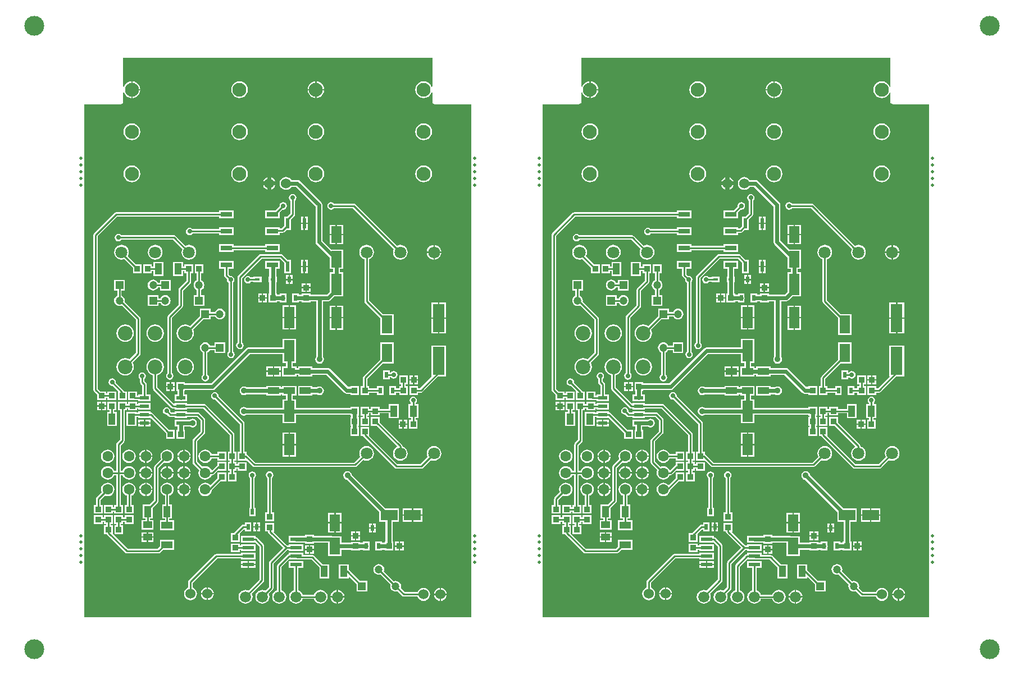
<source format=gtl>
G04*
G04 #@! TF.GenerationSoftware,Altium Limited,Altium Designer,19.1.6 (110)*
G04*
G04 Layer_Physical_Order=1*
G04 Layer_Color=255*
%FSLAX25Y25*%
%MOIN*%
G70*
G01*
G75*
%ADD10C,0.11811*%
%ADD11R,0.02165X0.03543*%
%ADD12R,0.03740X0.03543*%
%ADD13R,0.07087X0.02362*%
%ADD14R,0.04331X0.06890*%
%ADD15R,0.06299X0.09843*%
%ADD16R,0.02362X0.03740*%
%ADD17R,0.09843X0.06299*%
%ADD18R,0.03543X0.03740*%
%ADD19R,0.07087X0.03150*%
%ADD20R,0.02362X0.06299*%
%ADD21R,0.03150X0.01575*%
%ADD22R,0.06299X0.12598*%
%ADD23R,0.06496X0.09843*%
%ADD24R,0.06890X0.04331*%
%ADD25R,0.05512X0.03937*%
%ADD26R,0.07087X0.16732*%
%ADD27R,0.06299X0.11024*%
%ADD28R,0.05709X0.02362*%
%ADD29C,0.01000*%
%ADD30C,0.02400*%
%ADD31C,0.01968*%
%ADD32C,0.04724*%
%ADD33R,0.04724X0.04724*%
%ADD34R,0.04724X0.04724*%
%ADD35C,0.06000*%
%ADD36C,0.07087*%
%ADD37C,0.06600*%
%ADD38C,0.08661*%
%ADD39C,0.06299*%
%ADD40C,0.08268*%
%ADD41C,0.02756*%
%ADD42C,0.03500*%
G36*
X519815Y345911D02*
X519315Y345812D01*
X518998Y346576D01*
X518208Y347607D01*
X517177Y348398D01*
X515977Y348895D01*
X514688Y349065D01*
X513401Y348895D01*
X512200Y348398D01*
X511169Y347607D01*
X510379Y346576D01*
X509881Y345376D01*
X509712Y344088D01*
X509881Y342800D01*
X510379Y341600D01*
X511169Y340569D01*
X512200Y339778D01*
X513401Y339281D01*
X514688Y339112D01*
X515977Y339281D01*
X517177Y339778D01*
X518208Y340569D01*
X518998Y341600D01*
X519315Y342365D01*
X519815Y342265D01*
Y336988D01*
X519932Y336403D01*
X520263Y335907D01*
X520759Y335575D01*
X521345Y335459D01*
X542850D01*
Y30699D01*
X313409D01*
Y335459D01*
X334910D01*
X335495Y335575D01*
X335991Y335907D01*
X336322Y336403D01*
X336439Y336988D01*
Y342280D01*
X336939Y342379D01*
X337262Y341600D01*
X338053Y340569D01*
X339083Y339778D01*
X340283Y339281D01*
X341172Y339164D01*
Y344088D01*
Y349012D01*
X340283Y348895D01*
X339083Y348398D01*
X338053Y347607D01*
X337262Y346576D01*
X336939Y345797D01*
X336439Y345897D01*
Y362959D01*
X519815D01*
Y345911D01*
D02*
G37*
G36*
X247945D02*
X247445Y345812D01*
X247128Y346576D01*
X246337Y347607D01*
X245307Y348398D01*
X244106Y348895D01*
X242818Y349065D01*
X241530Y348895D01*
X240330Y348398D01*
X239299Y347607D01*
X238509Y346576D01*
X238011Y345376D01*
X237842Y344088D01*
X238011Y342800D01*
X238509Y341600D01*
X239299Y340569D01*
X240330Y339778D01*
X241530Y339281D01*
X242818Y339112D01*
X244106Y339281D01*
X245307Y339778D01*
X246337Y340569D01*
X247128Y341600D01*
X247445Y342365D01*
X247945Y342265D01*
Y336988D01*
X248061Y336403D01*
X248393Y335907D01*
X248889Y335575D01*
X249475Y335459D01*
X270980D01*
Y30699D01*
X41539D01*
Y335459D01*
X63039D01*
X63625Y335575D01*
X64121Y335907D01*
X64452Y336403D01*
X64569Y336988D01*
Y342280D01*
X65069Y342379D01*
X65392Y341600D01*
X66182Y340569D01*
X67213Y339778D01*
X68413Y339281D01*
X69301Y339164D01*
Y344088D01*
Y349012D01*
X68413Y348895D01*
X67213Y348398D01*
X66182Y347607D01*
X65392Y346576D01*
X65069Y345797D01*
X64569Y345897D01*
Y362959D01*
X247945D01*
Y345911D01*
D02*
G37*
%LPC*%
G36*
X451191Y349012D02*
Y344488D01*
X455714D01*
X455597Y345376D01*
X455100Y346576D01*
X454310Y347607D01*
X453279Y348398D01*
X452078Y348895D01*
X451191Y349012D01*
D02*
G37*
G36*
X341971D02*
Y344488D01*
X346495D01*
X346378Y345376D01*
X345881Y346576D01*
X345091Y347607D01*
X344060Y348398D01*
X342860Y348895D01*
X341971Y349012D01*
D02*
G37*
G36*
X450390D02*
X449503Y348895D01*
X448302Y348398D01*
X447272Y347607D01*
X446481Y346576D01*
X445984Y345376D01*
X445867Y344488D01*
X450390D01*
Y349012D01*
D02*
G37*
G36*
X455714Y343688D02*
X451191D01*
Y339164D01*
X452078Y339281D01*
X453279Y339778D01*
X454310Y340569D01*
X455100Y341600D01*
X455597Y342800D01*
X455714Y343688D01*
D02*
G37*
G36*
X346495D02*
X341971D01*
Y339164D01*
X342860Y339281D01*
X344060Y339778D01*
X345091Y340569D01*
X345881Y341600D01*
X346378Y342800D01*
X346495Y343688D01*
D02*
G37*
G36*
X450390D02*
X445867D01*
X445984Y342800D01*
X446481Y341600D01*
X447272Y340569D01*
X448302Y339778D01*
X449503Y339281D01*
X450390Y339164D01*
Y343688D01*
D02*
G37*
G36*
X405470Y349065D02*
X404181Y348895D01*
X402981Y348398D01*
X401951Y347607D01*
X401160Y346576D01*
X400663Y345376D01*
X400493Y344088D01*
X400663Y342800D01*
X401160Y341600D01*
X401951Y340569D01*
X402981Y339778D01*
X404181Y339281D01*
X405470Y339112D01*
X406757Y339281D01*
X407958Y339778D01*
X408989Y340569D01*
X409779Y341600D01*
X410277Y342800D01*
X410446Y344088D01*
X410277Y345376D01*
X409779Y346576D01*
X408989Y347607D01*
X407958Y348398D01*
X406757Y348895D01*
X405470Y349065D01*
D02*
G37*
G36*
X514688Y324065D02*
X513401Y323895D01*
X512200Y323398D01*
X511169Y322607D01*
X510379Y321576D01*
X509881Y320376D01*
X509712Y319088D01*
X509881Y317800D01*
X510379Y316600D01*
X511169Y315569D01*
X512200Y314778D01*
X513401Y314281D01*
X514688Y314112D01*
X515977Y314281D01*
X517177Y314778D01*
X518208Y315569D01*
X518998Y316600D01*
X519495Y317800D01*
X519665Y319088D01*
X519495Y320376D01*
X518998Y321576D01*
X518208Y322607D01*
X517177Y323398D01*
X515977Y323895D01*
X514688Y324065D01*
D02*
G37*
G36*
X450791D02*
X449503Y323895D01*
X448302Y323398D01*
X447272Y322607D01*
X446481Y321576D01*
X445984Y320376D01*
X445814Y319088D01*
X445984Y317800D01*
X446481Y316600D01*
X447272Y315569D01*
X448302Y314778D01*
X449503Y314281D01*
X450791Y314112D01*
X452078Y314281D01*
X453279Y314778D01*
X454310Y315569D01*
X455100Y316600D01*
X455597Y317800D01*
X455767Y319088D01*
X455597Y320376D01*
X455100Y321576D01*
X454310Y322607D01*
X453279Y323398D01*
X452078Y323895D01*
X450791Y324065D01*
D02*
G37*
G36*
X405470D02*
X404181Y323895D01*
X402981Y323398D01*
X401951Y322607D01*
X401160Y321576D01*
X400663Y320376D01*
X400493Y319088D01*
X400663Y317800D01*
X401160Y316600D01*
X401951Y315569D01*
X402981Y314778D01*
X404181Y314281D01*
X405470Y314112D01*
X406757Y314281D01*
X407958Y314778D01*
X408989Y315569D01*
X409779Y316600D01*
X410277Y317800D01*
X410446Y319088D01*
X410277Y320376D01*
X409779Y321576D01*
X408989Y322607D01*
X407958Y323398D01*
X406757Y323895D01*
X405470Y324065D01*
D02*
G37*
G36*
X341571D02*
X340283Y323895D01*
X339083Y323398D01*
X338053Y322607D01*
X337262Y321576D01*
X336765Y320376D01*
X336595Y319088D01*
X336765Y317800D01*
X337262Y316600D01*
X338053Y315569D01*
X339083Y314778D01*
X340283Y314281D01*
X341571Y314112D01*
X342860Y314281D01*
X344060Y314778D01*
X345091Y315569D01*
X345881Y316600D01*
X346378Y317800D01*
X346548Y319088D01*
X346378Y320376D01*
X345881Y321576D01*
X345091Y322607D01*
X344060Y323398D01*
X342860Y323895D01*
X341571Y324065D01*
D02*
G37*
G36*
X424320Y292037D02*
Y289621D01*
X426736D01*
X426439Y290338D01*
X425830Y291131D01*
X425036Y291741D01*
X424320Y292037D01*
D02*
G37*
G36*
X421920Y292037D02*
X421203Y291741D01*
X420409Y291131D01*
X419800Y290338D01*
X419504Y289621D01*
X421920D01*
Y292037D01*
D02*
G37*
G36*
X514688Y299065D02*
X513401Y298895D01*
X512200Y298398D01*
X511169Y297607D01*
X510379Y296576D01*
X509881Y295376D01*
X509712Y294088D01*
X509881Y292800D01*
X510379Y291600D01*
X511169Y290569D01*
X512200Y289778D01*
X513401Y289281D01*
X514688Y289112D01*
X515977Y289281D01*
X517177Y289778D01*
X518208Y290569D01*
X518998Y291600D01*
X519495Y292800D01*
X519665Y294088D01*
X519495Y295376D01*
X518998Y296576D01*
X518208Y297607D01*
X517177Y298398D01*
X515977Y298895D01*
X514688Y299065D01*
D02*
G37*
G36*
X450791D02*
X449503Y298895D01*
X448302Y298398D01*
X447272Y297607D01*
X446481Y296576D01*
X445984Y295376D01*
X445814Y294088D01*
X445984Y292800D01*
X446481Y291600D01*
X447272Y290569D01*
X448302Y289778D01*
X449503Y289281D01*
X450791Y289112D01*
X452078Y289281D01*
X453279Y289778D01*
X454310Y290569D01*
X455100Y291600D01*
X455597Y292800D01*
X455767Y294088D01*
X455597Y295376D01*
X455100Y296576D01*
X454310Y297607D01*
X453279Y298398D01*
X452078Y298895D01*
X450791Y299065D01*
D02*
G37*
G36*
X405470D02*
X404181Y298895D01*
X402981Y298398D01*
X401951Y297607D01*
X401160Y296576D01*
X400663Y295376D01*
X400493Y294088D01*
X400663Y292800D01*
X401160Y291600D01*
X401951Y290569D01*
X402981Y289778D01*
X404181Y289281D01*
X405470Y289112D01*
X406757Y289281D01*
X407958Y289778D01*
X408989Y290569D01*
X409779Y291600D01*
X410277Y292800D01*
X410446Y294088D01*
X410277Y295376D01*
X409779Y296576D01*
X408989Y297607D01*
X407958Y298398D01*
X406757Y298895D01*
X405470Y299065D01*
D02*
G37*
G36*
X341571D02*
X340283Y298895D01*
X339083Y298398D01*
X338053Y297607D01*
X337262Y296576D01*
X336765Y295376D01*
X336595Y294088D01*
X336765Y292800D01*
X337262Y291600D01*
X338053Y290569D01*
X339083Y289778D01*
X340283Y289281D01*
X341571Y289112D01*
X342860Y289281D01*
X344060Y289778D01*
X345091Y290569D01*
X345881Y291600D01*
X346378Y292800D01*
X346548Y294088D01*
X346378Y295376D01*
X345881Y296576D01*
X345091Y297607D01*
X344060Y298398D01*
X342860Y298895D01*
X341571Y299065D01*
D02*
G37*
G36*
X426736Y287221D02*
X424320D01*
Y284805D01*
X425036Y285102D01*
X425830Y285711D01*
X426439Y286505D01*
X426736Y287221D01*
D02*
G37*
G36*
X421920D02*
X419504D01*
X419800Y286505D01*
X420409Y285711D01*
X421203Y285102D01*
X421920Y284805D01*
Y287221D01*
D02*
G37*
G36*
X431368Y277292D02*
X430518Y277123D01*
X429798Y276642D01*
X429316Y275921D01*
X429147Y275072D01*
X429205Y274783D01*
X426753Y272332D01*
X420768D01*
Y267582D01*
X429455D01*
Y271284D01*
X431079Y272908D01*
X431368Y272851D01*
X432218Y273020D01*
X432938Y273501D01*
X433419Y274222D01*
X433588Y275072D01*
X433419Y275921D01*
X432938Y276642D01*
X432218Y277123D01*
X431368Y277292D01*
D02*
G37*
G36*
X401896Y272332D02*
X393210D01*
Y271282D01*
X332168D01*
X331661Y271181D01*
X331230Y270894D01*
X319112Y258775D01*
X318824Y258345D01*
X318723Y257838D01*
Y165784D01*
X318824Y165276D01*
X319112Y164846D01*
X321021Y162937D01*
Y159669D01*
X326361D01*
Y160915D01*
X327123D01*
Y159669D01*
X332463D01*
Y164812D01*
X327123D01*
Y163566D01*
X326361D01*
Y164812D01*
X322895D01*
X321374Y166332D01*
Y257289D01*
X332717Y268631D01*
X393210D01*
Y267582D01*
X401896D01*
Y272332D01*
D02*
G37*
G36*
X445829Y268650D02*
X444248D01*
Y265101D01*
X445829D01*
Y268650D01*
D02*
G37*
G36*
X443448D02*
X441867D01*
Y265101D01*
X443448D01*
Y268650D01*
D02*
G37*
G36*
X436991Y282122D02*
X436141Y281953D01*
X435420Y281472D01*
X434939Y280751D01*
X434770Y279902D01*
X434939Y279052D01*
X435420Y278331D01*
X435665Y278168D01*
Y270573D01*
X433743Y268650D01*
X431867D01*
Y263180D01*
X430435Y261748D01*
X429455D01*
Y262332D01*
X420768D01*
Y257582D01*
X429455D01*
Y259097D01*
X430983D01*
X431491Y259197D01*
X431921Y259485D01*
X433187Y260751D01*
X435829D01*
Y266988D01*
X437928Y269087D01*
X438215Y269517D01*
X438316Y270024D01*
Y278168D01*
X438561Y278331D01*
X439042Y279052D01*
X439211Y279902D01*
X439042Y280751D01*
X438561Y281472D01*
X437840Y281953D01*
X436991Y282122D01*
D02*
G37*
G36*
X401896Y262332D02*
X393210D01*
Y261204D01*
X377590D01*
X377426Y261448D01*
X376706Y261930D01*
X375856Y262099D01*
X375006Y261930D01*
X374286Y261448D01*
X373804Y260728D01*
X373635Y259878D01*
X373804Y259028D01*
X374286Y258308D01*
X375006Y257826D01*
X375856Y257657D01*
X376706Y257826D01*
X377426Y258308D01*
X377590Y258553D01*
X393210D01*
Y257582D01*
X401896D01*
Y262332D01*
D02*
G37*
G36*
X445829Y264301D02*
X444248D01*
Y260751D01*
X445829D01*
Y264301D01*
D02*
G37*
G36*
X443448D02*
X441867D01*
Y260751D01*
X443448D01*
Y264301D01*
D02*
G37*
G36*
X466912Y263729D02*
X463264D01*
Y258408D01*
X466912D01*
Y263729D01*
D02*
G37*
G36*
X462464D02*
X458816D01*
Y258408D01*
X462464D01*
Y263729D01*
D02*
G37*
G36*
X466912Y257608D02*
X463264D01*
Y252287D01*
X466912D01*
Y257608D01*
D02*
G37*
G36*
X462464D02*
X458816D01*
Y252287D01*
X462464D01*
Y257608D01*
D02*
G37*
G36*
X429455Y252331D02*
X420768D01*
Y251282D01*
X401896D01*
Y252331D01*
X393210D01*
Y247582D01*
X401896D01*
Y248631D01*
X420768D01*
Y247582D01*
X429455D01*
Y252331D01*
D02*
G37*
G36*
X521279Y251817D02*
Y247888D01*
X525208D01*
X525111Y248622D01*
X524674Y249679D01*
X523977Y250586D01*
X523070Y251282D01*
X522013Y251720D01*
X521279Y251817D01*
D02*
G37*
G36*
X520479D02*
X519746Y251720D01*
X518689Y251282D01*
X517782Y250586D01*
X517086Y249679D01*
X516648Y248622D01*
X516551Y247888D01*
X520479D01*
Y251817D01*
D02*
G37*
G36*
X525208Y247088D02*
X521279D01*
Y243160D01*
X522013Y243256D01*
X523070Y243694D01*
X523977Y244390D01*
X524674Y245298D01*
X525111Y246354D01*
X525208Y247088D01*
D02*
G37*
G36*
X520479D02*
X516551D01*
X516648Y246354D01*
X517086Y245298D01*
X517782Y244390D01*
X518689Y243694D01*
X519746Y243256D01*
X520479Y243160D01*
Y247088D01*
D02*
G37*
G36*
X459730Y277292D02*
X458880Y277123D01*
X458160Y276642D01*
X457678Y275921D01*
X457509Y275072D01*
X457678Y274222D01*
X458160Y273501D01*
X458880Y273020D01*
X459730Y272851D01*
X460580Y273020D01*
X461300Y273501D01*
X461464Y273746D01*
X472747D01*
X497006Y249487D01*
X496648Y248622D01*
X496498Y247488D01*
X496648Y246354D01*
X497086Y245298D01*
X497782Y244390D01*
X498689Y243694D01*
X499746Y243256D01*
X500879Y243107D01*
X502013Y243256D01*
X503070Y243694D01*
X503977Y244390D01*
X504674Y245298D01*
X505111Y246354D01*
X505261Y247488D01*
X505111Y248622D01*
X504674Y249679D01*
X503977Y250586D01*
X503070Y251282D01*
X502013Y251720D01*
X500879Y251869D01*
X499746Y251720D01*
X498881Y251362D01*
X474233Y276009D01*
X473804Y276296D01*
X473296Y276397D01*
X461464D01*
X461300Y276642D01*
X460580Y277123D01*
X459730Y277292D01*
D02*
G37*
G36*
X333579Y258457D02*
X332729Y258288D01*
X332009Y257806D01*
X331527Y257086D01*
X331358Y256236D01*
X331527Y255386D01*
X332009Y254666D01*
X332729Y254185D01*
X333579Y254016D01*
X334429Y254185D01*
X335149Y254666D01*
X335313Y254911D01*
X366082D01*
X371506Y249487D01*
X371148Y248622D01*
X370999Y247488D01*
X371148Y246354D01*
X371585Y245298D01*
X372282Y244390D01*
X373189Y243694D01*
X374246Y243256D01*
X375379Y243107D01*
X376513Y243256D01*
X377570Y243694D01*
X378477Y244390D01*
X379174Y245298D01*
X379611Y246354D01*
X379761Y247488D01*
X379611Y248622D01*
X379174Y249679D01*
X378477Y250586D01*
X377570Y251282D01*
X376513Y251720D01*
X375379Y251869D01*
X374246Y251720D01*
X373381Y251362D01*
X367569Y257173D01*
X367139Y257461D01*
X366632Y257562D01*
X335313D01*
X335149Y257806D01*
X334429Y258288D01*
X333579Y258457D01*
D02*
G37*
G36*
X355380Y251869D02*
X354246Y251720D01*
X353189Y251282D01*
X352282Y250586D01*
X351586Y249679D01*
X351148Y248622D01*
X350998Y247488D01*
X351148Y246354D01*
X351586Y245298D01*
X352282Y244390D01*
X353189Y243694D01*
X354246Y243256D01*
X355380Y243107D01*
X356513Y243256D01*
X357570Y243694D01*
X358477Y244390D01*
X359174Y245298D01*
X359611Y246354D01*
X359760Y247488D01*
X359611Y248622D01*
X359174Y249679D01*
X358477Y250586D01*
X357570Y251282D01*
X356513Y251720D01*
X355380Y251869D01*
D02*
G37*
G36*
X445829Y243060D02*
X444248D01*
Y239510D01*
X445829D01*
Y243060D01*
D02*
G37*
G36*
X443448D02*
X441867D01*
Y239510D01*
X443448D01*
Y243060D01*
D02*
G37*
G36*
X360219Y241780D02*
X354288D01*
Y238861D01*
X353428D01*
Y240206D01*
X348284D01*
Y234865D01*
X353428D01*
Y236210D01*
X354288D01*
Y233291D01*
X360219D01*
Y241780D01*
D02*
G37*
G36*
X445829Y238710D02*
X444248D01*
Y235161D01*
X445829D01*
Y238710D01*
D02*
G37*
G36*
X443448D02*
X441867D01*
Y235161D01*
X443448D01*
Y238710D01*
D02*
G37*
G36*
X429942Y246341D02*
X417982D01*
X417475Y246240D01*
X417045Y245953D01*
X404741Y233650D01*
X404454Y233220D01*
X404353Y232713D01*
Y193849D01*
X404108Y193686D01*
X403627Y192965D01*
X403458Y192116D01*
X403627Y191266D01*
X404108Y190545D01*
X404829Y190064D01*
X405679Y189895D01*
X406529Y190064D01*
X407249Y190545D01*
X407730Y191266D01*
X407899Y192116D01*
X407730Y192965D01*
X407249Y193686D01*
X407004Y193849D01*
Y232164D01*
X418531Y243690D01*
X429393D01*
X431841Y241242D01*
Y239791D01*
X431867Y239663D01*
Y235161D01*
X435829D01*
Y243060D01*
X433773D01*
X430879Y245953D01*
X430449Y246240D01*
X429942Y246341D01*
D02*
G37*
G36*
X335380Y251869D02*
X334246Y251720D01*
X333189Y251282D01*
X332282Y250586D01*
X331586Y249679D01*
X331148Y248622D01*
X330998Y247488D01*
X331148Y246354D01*
X331586Y245298D01*
X332282Y244390D01*
X333189Y243694D01*
X334246Y243256D01*
X335380Y243107D01*
X336513Y243256D01*
X336969Y243445D01*
X342182Y238233D01*
Y234865D01*
X347325D01*
Y240206D01*
X343958D01*
X339040Y245124D01*
X339174Y245298D01*
X339611Y246354D01*
X339760Y247488D01*
X339611Y248622D01*
X339174Y249679D01*
X338477Y250586D01*
X337570Y251282D01*
X336513Y251720D01*
X335380Y251869D01*
D02*
G37*
G36*
X436991Y233906D02*
X435409D01*
Y231636D01*
X436991D01*
Y233906D01*
D02*
G37*
G36*
X434610D02*
X433028D01*
Y231636D01*
X434610D01*
Y233906D01*
D02*
G37*
G36*
X410403Y233457D02*
X409553Y233288D01*
X408833Y232806D01*
X408352Y232086D01*
X408182Y231236D01*
X408352Y230386D01*
X408833Y229666D01*
X409553Y229185D01*
X410403Y229016D01*
X411253Y229185D01*
X411973Y229666D01*
X412137Y229911D01*
X413737D01*
Y229747D01*
X418487D01*
Y232922D01*
X413737D01*
Y232562D01*
X412137D01*
X411973Y232806D01*
X411253Y233288D01*
X410403Y233457D01*
D02*
G37*
G36*
X436991Y230836D02*
X435409D01*
Y228566D01*
X436991D01*
Y230836D01*
D02*
G37*
G36*
X434610D02*
X433028D01*
Y228566D01*
X434610D01*
Y230836D01*
D02*
G37*
G36*
X447620Y229083D02*
X445350D01*
Y226912D01*
X447620D01*
Y229083D01*
D02*
G37*
G36*
X444550D02*
X442280D01*
Y226912D01*
X444550D01*
Y229083D01*
D02*
G37*
G36*
X354143Y231201D02*
X353318Y231092D01*
X352549Y230774D01*
X351888Y230267D01*
X351381Y229607D01*
X351063Y228837D01*
X350954Y228012D01*
X351063Y227186D01*
X351381Y226417D01*
X351888Y225757D01*
X352549Y225250D01*
X353318Y224931D01*
X354143Y224822D01*
X354969Y224931D01*
X355738Y225250D01*
X356399Y225757D01*
X356905Y226417D01*
X357017Y226686D01*
X358225D01*
Y224850D01*
X364549D01*
Y231174D01*
X358225D01*
Y229337D01*
X357017D01*
X356905Y229607D01*
X356399Y230267D01*
X355738Y230774D01*
X354969Y231092D01*
X354143Y231201D01*
D02*
G37*
G36*
X447620Y226112D02*
X445350D01*
Y223940D01*
X447620D01*
Y226112D01*
D02*
G37*
G36*
X444550D02*
X442280D01*
Y223940D01*
X444550D01*
Y226112D01*
D02*
G37*
G36*
X433120Y292254D02*
X432128Y292124D01*
X431203Y291741D01*
X430409Y291131D01*
X429800Y290338D01*
X429418Y289413D01*
X429287Y288421D01*
X429418Y287429D01*
X429800Y286505D01*
X430409Y285711D01*
X431203Y285102D01*
X432128Y284719D01*
X433120Y284589D01*
X434112Y284719D01*
X435036Y285102D01*
X435830Y285711D01*
X436345Y286382D01*
X438889D01*
X450490Y274781D01*
Y253579D01*
X450645Y252798D01*
X451087Y252137D01*
X458816Y244408D01*
Y237523D01*
X460825D01*
Y235565D01*
X458914D01*
Y224179D01*
X457184Y222449D01*
X447620D01*
Y222981D01*
X442280D01*
Y222449D01*
X440731D01*
Y223080D01*
X436769D01*
Y220702D01*
X436711Y220409D01*
X436769Y220117D01*
Y217739D01*
X440731D01*
Y218370D01*
X442280D01*
Y217838D01*
X447620D01*
Y218370D01*
X450884D01*
Y185395D01*
X450521Y184852D01*
X450323Y183857D01*
X450521Y182862D01*
X451084Y182018D01*
X451928Y181455D01*
X452923Y181257D01*
X453918Y181455D01*
X454761Y182018D01*
X455325Y182862D01*
X455523Y183857D01*
X455325Y184852D01*
X454962Y185395D01*
Y218370D01*
X458028D01*
X458809Y218526D01*
X459470Y218968D01*
X461870Y221367D01*
X466813D01*
Y235565D01*
X464903D01*
Y237523D01*
X466912D01*
Y248965D01*
X460026D01*
X454568Y254423D01*
Y275626D01*
X454413Y276406D01*
X453971Y277068D01*
X441176Y289863D01*
X440514Y290305D01*
X439734Y290460D01*
X436345D01*
X435830Y291131D01*
X435036Y291741D01*
X434112Y292124D01*
X433120Y292254D01*
D02*
G37*
G36*
X421636Y223080D02*
X419465D01*
Y220810D01*
X421636D01*
Y223080D01*
D02*
G37*
G36*
X418665D02*
X416493D01*
Y220810D01*
X418665D01*
Y223080D01*
D02*
G37*
G36*
X361387Y222024D02*
X360562Y221915D01*
X359793Y221597D01*
X359132Y221090D01*
X358625Y220429D01*
X358514Y220160D01*
X357305D01*
Y221997D01*
X350981D01*
Y215673D01*
X357305D01*
Y217509D01*
X358514D01*
X358625Y217240D01*
X359132Y216580D01*
X359793Y216073D01*
X360562Y215754D01*
X361387Y215645D01*
X362213Y215754D01*
X362982Y216073D01*
X363643Y216580D01*
X364149Y217240D01*
X364468Y218009D01*
X364577Y218835D01*
X364468Y219660D01*
X364149Y220429D01*
X363643Y221090D01*
X362982Y221597D01*
X362213Y221915D01*
X361387Y222024D01*
D02*
G37*
G36*
X429455Y242332D02*
X420768D01*
Y237582D01*
X423128D01*
Y232922D01*
X422792D01*
Y229747D01*
X423128D01*
Y223080D01*
X422595D01*
Y217739D01*
X427739D01*
Y218370D01*
X429288D01*
Y217739D01*
X433251D01*
Y220117D01*
X433309Y220409D01*
X433251Y220702D01*
Y223080D01*
X429288D01*
Y222449D01*
X427739D01*
Y223080D01*
X427206D01*
Y229747D01*
X427542D01*
Y232922D01*
X427206D01*
Y237582D01*
X429455D01*
Y242332D01*
D02*
G37*
G36*
X421636Y220009D02*
X419465D01*
Y217739D01*
X421636D01*
Y220009D01*
D02*
G37*
G36*
X418665D02*
X416493D01*
Y217739D01*
X418665D01*
Y220009D01*
D02*
G37*
G36*
X383959Y240206D02*
X378816D01*
Y234865D01*
X380062D01*
Y230885D01*
X379793Y230774D01*
X379132Y230267D01*
X378625Y229607D01*
X378307Y228837D01*
X378198Y228012D01*
X378307Y227186D01*
X378625Y226417D01*
X379132Y225757D01*
X379793Y225250D01*
X380062Y225138D01*
Y221997D01*
X378225D01*
Y215673D01*
X384549D01*
Y221997D01*
X382713D01*
Y225138D01*
X382982Y225250D01*
X383643Y225757D01*
X384149Y226417D01*
X384468Y227186D01*
X384577Y228012D01*
X384468Y228837D01*
X384149Y229607D01*
X383643Y230267D01*
X382982Y230774D01*
X382713Y230885D01*
Y234865D01*
X383959D01*
Y240206D01*
D02*
G37*
G36*
X393769Y214012D02*
X392944Y213903D01*
X392175Y213585D01*
X391514Y213078D01*
X391007Y212418D01*
X390896Y212148D01*
X388270D01*
Y213985D01*
X381946D01*
Y209535D01*
X376093Y203682D01*
X375767Y203932D01*
X374519Y204449D01*
X373180Y204625D01*
X371840Y204449D01*
X370592Y203932D01*
X369520Y203110D01*
X368698Y202038D01*
X368181Y200790D01*
X368004Y199450D01*
X368181Y198111D01*
X368698Y196863D01*
X369520Y195791D01*
X370592Y194969D01*
X371840Y194452D01*
X373180Y194275D01*
X374519Y194452D01*
X375767Y194969D01*
X376839Y195791D01*
X377661Y196863D01*
X378178Y198111D01*
X378355Y199450D01*
X378178Y200790D01*
X377818Y201659D01*
X383820Y207661D01*
X388270D01*
Y209497D01*
X390896D01*
X391007Y209228D01*
X391514Y208568D01*
X392175Y208061D01*
X392944Y207742D01*
X393769Y207634D01*
X394595Y207742D01*
X395364Y208061D01*
X396024Y208568D01*
X396531Y209228D01*
X396850Y209997D01*
X396959Y210823D01*
X396850Y211648D01*
X396531Y212418D01*
X396024Y213078D01*
X395364Y213585D01*
X394595Y213903D01*
X393769Y214012D01*
D02*
G37*
G36*
X438959Y215880D02*
X435409D01*
Y209181D01*
X438959D01*
Y215880D01*
D02*
G37*
G36*
X434609D02*
X431060D01*
Y209181D01*
X434609D01*
Y215880D01*
D02*
G37*
G36*
X466813Y215712D02*
X463264D01*
Y209013D01*
X466813D01*
Y215712D01*
D02*
G37*
G36*
X462464D02*
X458914D01*
Y209013D01*
X462464D01*
Y215712D01*
D02*
G37*
G36*
X527935Y217568D02*
X523992D01*
Y208802D01*
X527935D01*
Y217568D01*
D02*
G37*
G36*
X523192D02*
X519249D01*
Y208802D01*
X523192D01*
Y217568D01*
D02*
G37*
G36*
X438959Y208381D02*
X435409D01*
Y201682D01*
X438959D01*
Y208381D01*
D02*
G37*
G36*
X434609D02*
X431060D01*
Y201682D01*
X434609D01*
Y208381D01*
D02*
G37*
G36*
X466813Y208213D02*
X463264D01*
Y201513D01*
X466813D01*
Y208213D01*
D02*
G37*
G36*
X462464D02*
X458914D01*
Y201513D01*
X462464D01*
Y208213D01*
D02*
G37*
G36*
X527935Y208002D02*
X523992D01*
Y199235D01*
X527935D01*
Y208002D01*
D02*
G37*
G36*
X523192D02*
X519249D01*
Y199235D01*
X523192D01*
Y208002D01*
D02*
G37*
G36*
X480879Y251869D02*
X479746Y251720D01*
X478689Y251282D01*
X477782Y250586D01*
X477085Y249679D01*
X476648Y248622D01*
X476499Y247488D01*
X476648Y246354D01*
X477085Y245298D01*
X477782Y244390D01*
X478689Y243694D01*
X479554Y243336D01*
Y218339D01*
X479655Y217831D01*
X479942Y217401D01*
X488934Y208410D01*
Y198226D01*
X496833D01*
Y210850D01*
X490243D01*
X482205Y218888D01*
Y243336D01*
X483070Y243694D01*
X483977Y244390D01*
X484674Y245298D01*
X485111Y246354D01*
X485260Y247488D01*
X485111Y248622D01*
X484674Y249679D01*
X483977Y250586D01*
X483070Y251282D01*
X482013Y251720D01*
X480879Y251869D01*
D02*
G37*
G36*
X355380Y204625D02*
X354040Y204449D01*
X352792Y203932D01*
X351720Y203110D01*
X350898Y202038D01*
X350381Y200790D01*
X350204Y199450D01*
X350381Y198111D01*
X350898Y196863D01*
X351720Y195791D01*
X352792Y194969D01*
X354040Y194452D01*
X355380Y194275D01*
X356719Y194452D01*
X357967Y194969D01*
X359039Y195791D01*
X359861Y196863D01*
X360378Y198111D01*
X360555Y199450D01*
X360378Y200790D01*
X359861Y202038D01*
X359039Y203110D01*
X357967Y203932D01*
X356719Y204449D01*
X355380Y204625D01*
D02*
G37*
G36*
X337579D02*
X336240Y204449D01*
X334992Y203932D01*
X333920Y203110D01*
X333098Y202038D01*
X332581Y200790D01*
X332404Y199450D01*
X332581Y198111D01*
X333098Y196863D01*
X333920Y195791D01*
X334992Y194969D01*
X336240Y194452D01*
X337579Y194275D01*
X338919Y194452D01*
X340167Y194969D01*
X341239Y195791D01*
X342061Y196863D01*
X342578Y198111D01*
X342755Y199450D01*
X342578Y200790D01*
X342061Y202038D01*
X341239Y203110D01*
X340167Y203932D01*
X338919Y204449D01*
X337579Y204625D01*
D02*
G37*
G36*
X385108Y194012D02*
X384282Y193904D01*
X383513Y193585D01*
X382853Y193078D01*
X382346Y192418D01*
X382027Y191648D01*
X381919Y190823D01*
X382027Y189997D01*
X382346Y189228D01*
X382853Y188568D01*
X383513Y188061D01*
X383782Y187949D01*
Y174801D01*
X383538Y174637D01*
X383056Y173917D01*
X382887Y173067D01*
X383056Y172217D01*
X383538Y171497D01*
X384258Y171015D01*
X385108Y170846D01*
X385958Y171015D01*
X386678Y171497D01*
X387159Y172217D01*
X387329Y173067D01*
X387159Y173917D01*
X386678Y174637D01*
X386433Y174801D01*
Y187949D01*
X386702Y188061D01*
X387363Y188568D01*
X387870Y189228D01*
X387981Y189497D01*
X390607D01*
Y187661D01*
X396931D01*
Y193985D01*
X390607D01*
Y192148D01*
X387981D01*
X387870Y192418D01*
X387363Y193078D01*
X386702Y193585D01*
X385933Y193904D01*
X385108Y194012D01*
D02*
G37*
G36*
X401896Y242332D02*
X393210D01*
Y237582D01*
X396227D01*
Y233850D01*
X396328Y233343D01*
X396616Y232913D01*
X398004Y231525D01*
X397946Y231236D01*
X398115Y230386D01*
X398597Y229666D01*
X399038Y229371D01*
Y188580D01*
X398794Y188417D01*
X398312Y187696D01*
X398143Y186846D01*
X398312Y185997D01*
X398794Y185276D01*
X399514Y184795D01*
X400364Y184626D01*
X401214Y184795D01*
X401934Y185276D01*
X402415Y185997D01*
X402584Y186846D01*
X402415Y187696D01*
X401934Y188417D01*
X401689Y188580D01*
Y229634D01*
X401737Y229666D01*
X402218Y230386D01*
X402388Y231236D01*
X402218Y232086D01*
X401737Y232806D01*
X401017Y233288D01*
X400167Y233457D01*
X399878Y233399D01*
X398878Y234399D01*
Y237582D01*
X401896D01*
Y242332D01*
D02*
G37*
G36*
X337305Y231174D02*
X330981D01*
Y224850D01*
X332818D01*
Y221708D01*
X332549Y221597D01*
X331888Y221090D01*
X331381Y220429D01*
X331063Y219660D01*
X330954Y218835D01*
X331063Y218009D01*
X331381Y217240D01*
X331888Y216580D01*
X332549Y216073D01*
X333318Y215754D01*
X334143Y215645D01*
X334969Y215754D01*
X335642Y216033D01*
X344117Y207557D01*
Y187862D01*
X340178Y183923D01*
X340167Y183932D01*
X338919Y184449D01*
X337579Y184625D01*
X336240Y184449D01*
X334992Y183932D01*
X333920Y183109D01*
X333098Y182038D01*
X332581Y180790D01*
X332404Y179450D01*
X332581Y178111D01*
X333098Y176863D01*
X333920Y175791D01*
X334992Y174969D01*
X336240Y174452D01*
X337579Y174275D01*
X338919Y174452D01*
X340167Y174969D01*
X341239Y175791D01*
X342061Y176863D01*
X342578Y178111D01*
X342755Y179450D01*
X342578Y180790D01*
X342061Y182038D01*
X342053Y182049D01*
X346380Y186376D01*
X346667Y186806D01*
X346768Y187313D01*
Y208106D01*
X346667Y208614D01*
X346380Y209044D01*
X337246Y218177D01*
X337333Y218835D01*
X337224Y219660D01*
X336905Y220429D01*
X336399Y221090D01*
X335738Y221597D01*
X335469Y221708D01*
Y224850D01*
X337305D01*
Y231174D01*
D02*
G37*
G36*
X429806Y179772D02*
X425961D01*
Y177207D01*
X429806D01*
Y179772D01*
D02*
G37*
G36*
X425161D02*
X421316D01*
Y177207D01*
X425161D01*
Y179772D01*
D02*
G37*
G36*
X373180Y184625D02*
X371840Y184449D01*
X370592Y183932D01*
X369520Y183109D01*
X368698Y182038D01*
X368181Y180790D01*
X368004Y179450D01*
X368181Y178111D01*
X368698Y176863D01*
X369520Y175791D01*
X370592Y174969D01*
X371840Y174452D01*
X373180Y174275D01*
X374519Y174452D01*
X375767Y174969D01*
X376839Y175791D01*
X377661Y176863D01*
X378178Y178111D01*
X378355Y179450D01*
X378178Y180790D01*
X377661Y182038D01*
X376839Y183109D01*
X375767Y183932D01*
X374519Y184449D01*
X373180Y184625D01*
D02*
G37*
G36*
X429806Y176407D02*
X425961D01*
Y173842D01*
X429806D01*
Y176407D01*
D02*
G37*
G36*
X425161D02*
X421316D01*
Y173842D01*
X425161D01*
Y176407D01*
D02*
G37*
G36*
X527935Y192174D02*
X519249D01*
Y173842D01*
X519249D01*
X519363Y173566D01*
X512610Y166814D01*
X511400D01*
Y168158D01*
X506257D01*
Y162818D01*
X511400D01*
Y164163D01*
X513159D01*
X513666Y164264D01*
X514096Y164551D01*
X523387Y173842D01*
X527935D01*
Y192174D01*
D02*
G37*
G36*
X494668Y177410D02*
X490705D01*
Y172070D01*
X494668D01*
Y173415D01*
X495185D01*
X495349Y173170D01*
X496069Y172689D01*
X496919Y172520D01*
X497769Y172689D01*
X498489Y173170D01*
X498971Y173890D01*
X499139Y174740D01*
X498971Y175590D01*
X498489Y176310D01*
X497769Y176792D01*
X496919Y176961D01*
X496069Y176792D01*
X495349Y176310D01*
X495185Y176066D01*
X494668D01*
Y177410D01*
D02*
G37*
G36*
X511400Y174359D02*
X509228D01*
Y172089D01*
X511400D01*
Y174359D01*
D02*
G37*
G36*
X508428D02*
X506257D01*
Y172089D01*
X508428D01*
Y174359D01*
D02*
G37*
G36*
X371833Y241780D02*
X365902D01*
Y233291D01*
X371833D01*
Y236210D01*
X372713D01*
Y234865D01*
X373959D01*
Y230565D01*
X369604Y226209D01*
X369316Y225779D01*
X369215Y225272D01*
Y216136D01*
X363108Y210028D01*
X362820Y209598D01*
X362719Y209091D01*
Y175785D01*
X362475Y175621D01*
X361993Y174901D01*
X361824Y174051D01*
X361993Y173201D01*
X362475Y172481D01*
X363195Y172000D01*
X364045Y171831D01*
X364895Y172000D01*
X365615Y172481D01*
X366096Y173201D01*
X366266Y174051D01*
X366096Y174901D01*
X365615Y175621D01*
X365370Y175785D01*
Y208541D01*
X371478Y214649D01*
X371765Y215079D01*
X371866Y215587D01*
Y224723D01*
X376222Y229079D01*
X376510Y229509D01*
X376610Y230016D01*
Y234865D01*
X377857D01*
Y240206D01*
X372713D01*
Y238861D01*
X371833D01*
Y241780D01*
D02*
G37*
G36*
X511400Y171289D02*
X509228D01*
Y169019D01*
X511400D01*
Y171289D01*
D02*
G37*
G36*
X508428D02*
X506257D01*
Y169019D01*
X508428D01*
Y171289D01*
D02*
G37*
G36*
X367010Y170324D02*
X364839D01*
Y168053D01*
X367010D01*
Y170324D01*
D02*
G37*
G36*
X364039D02*
X361867D01*
Y168053D01*
X364039D01*
Y170324D01*
D02*
G37*
G36*
X439254Y168158D02*
X430764D01*
Y167232D01*
X429806D01*
Y168158D01*
X421316D01*
Y167232D01*
X409654D01*
X409111Y167595D01*
X408116Y167793D01*
X407121Y167595D01*
X406278Y167032D01*
X405714Y166188D01*
X405516Y165193D01*
X405714Y164198D01*
X406278Y163355D01*
X407121Y162791D01*
X408116Y162593D01*
X409111Y162791D01*
X409654Y163154D01*
X421316D01*
Y162228D01*
X429806D01*
Y163154D01*
X430764D01*
Y162228D01*
X432970D01*
Y160186D01*
X431060D01*
Y155126D01*
X409654D01*
X409111Y155489D01*
X408116Y155687D01*
X407121Y155489D01*
X406278Y154925D01*
X405714Y154082D01*
X405516Y153087D01*
X405714Y152092D01*
X406278Y151248D01*
X407121Y150685D01*
X408116Y150487D01*
X409111Y150685D01*
X409654Y151048D01*
X431060D01*
Y145987D01*
X438959D01*
Y151048D01*
X471217D01*
Y150515D01*
X471750D01*
Y149753D01*
X471217D01*
Y144413D01*
X471750D01*
Y143650D01*
X471217D01*
Y138310D01*
X476361D01*
Y143650D01*
X475828D01*
Y144413D01*
X476361D01*
Y149753D01*
X475828D01*
Y150515D01*
X476361D01*
Y155855D01*
X471217D01*
Y155126D01*
X438959D01*
Y160186D01*
X437049D01*
Y162228D01*
X439254D01*
Y168158D01*
D02*
G37*
G36*
X505298Y174359D02*
X500154D01*
Y169019D01*
X501401D01*
Y168158D01*
X500154D01*
Y166814D01*
X498408D01*
Y168158D01*
X494446D01*
Y162818D01*
X498408D01*
Y164163D01*
X500154D01*
Y162818D01*
X505298D01*
Y168158D01*
X504051D01*
Y169019D01*
X505298D01*
Y174359D01*
D02*
G37*
G36*
X367010Y167253D02*
X364839D01*
Y164983D01*
X367010D01*
Y167253D01*
D02*
G37*
G36*
X364039D02*
X361867D01*
Y164983D01*
X364039D01*
Y167253D01*
D02*
G37*
G36*
X496833Y193946D02*
X488934D01*
Y183787D01*
X478954Y173807D01*
X478667Y173377D01*
X478566Y172870D01*
Y168158D01*
X477320D01*
Y162818D01*
X482463D01*
Y164163D01*
X486965D01*
Y162818D01*
X490928D01*
Y168158D01*
X486965D01*
Y166814D01*
X482463D01*
Y168158D01*
X481217D01*
Y172321D01*
X490218Y181322D01*
X496833D01*
Y193946D01*
D02*
G37*
G36*
X438959Y196027D02*
X431060D01*
Y190967D01*
X410712D01*
X409932Y190812D01*
X409271Y190369D01*
X388594Y169693D01*
X373113D01*
Y170324D01*
X367969D01*
Y164983D01*
X368502D01*
Y163060D01*
X366887D01*
Y159098D01*
X370249D01*
X370541Y159040D01*
X370833Y159098D01*
X374195D01*
Y163060D01*
X372580D01*
Y164983D01*
X373113D01*
Y165614D01*
X389439D01*
X390219Y165770D01*
X390880Y166212D01*
X411557Y186888D01*
X431060D01*
Y181828D01*
X432970D01*
Y179772D01*
X430764D01*
Y173842D01*
X439254D01*
Y174768D01*
X440213D01*
Y173842D01*
X448703D01*
Y174768D01*
X456803D01*
X467524Y164046D01*
X468186Y163604D01*
X468966Y163449D01*
X471217D01*
Y162818D01*
X476361D01*
Y168158D01*
X471217D01*
Y167527D01*
X469811D01*
X459089Y178249D01*
X458428Y178691D01*
X457647Y178846D01*
X448703D01*
Y179772D01*
X440213D01*
Y178846D01*
X439254D01*
Y179772D01*
X437049D01*
Y181828D01*
X438959D01*
Y196027D01*
D02*
G37*
G36*
X448703Y168158D02*
X440213D01*
Y162228D01*
X448703D01*
Y163154D01*
X451385D01*
X451928Y162791D01*
X452923Y162593D01*
X453918Y162791D01*
X454761Y163355D01*
X455325Y164198D01*
X455523Y165193D01*
X455325Y166188D01*
X454761Y167031D01*
X453918Y167595D01*
X452923Y167793D01*
X451928Y167595D01*
X451385Y167232D01*
X448703D01*
Y168158D01*
D02*
G37*
G36*
X347706Y176162D02*
X346856Y175993D01*
X346136Y175512D01*
X345654Y174791D01*
X345485Y173942D01*
X345654Y173092D01*
X346136Y172371D01*
X346380Y172208D01*
Y170311D01*
X346481Y169804D01*
X346769Y169374D01*
X347759Y168384D01*
Y163060D01*
X345430D01*
Y162404D01*
X344668D01*
Y164812D01*
X339328D01*
Y159669D01*
X344668D01*
Y159753D01*
X345430D01*
Y159098D01*
X352739D01*
Y163060D01*
X350410D01*
Y168933D01*
X350309Y169440D01*
X350022Y169870D01*
X349031Y170860D01*
Y172208D01*
X349276Y172371D01*
X349758Y173092D01*
X349926Y173942D01*
X349758Y174791D01*
X349276Y175512D01*
X348556Y175993D01*
X347706Y176162D01*
D02*
G37*
G36*
X329891Y172532D02*
X329042Y172363D01*
X328321Y171881D01*
X327840Y171161D01*
X327671Y170311D01*
X327840Y169461D01*
X328321Y168741D01*
X329042Y168260D01*
X329891Y168090D01*
X330150Y168142D01*
X333044Y165248D01*
X333225Y164812D01*
X333225D01*
X333225Y164812D01*
Y159669D01*
X338565D01*
Y164812D01*
X337034D01*
X337021Y164876D01*
X336734Y165306D01*
X332049Y169992D01*
X332112Y170311D01*
X331943Y171161D01*
X331462Y171881D01*
X330741Y172363D01*
X329891Y172532D01*
D02*
G37*
G36*
X344668Y158710D02*
X339328D01*
Y157463D01*
X338565D01*
Y158710D01*
X333225D01*
Y153566D01*
X334570D01*
Y136227D01*
X332596Y134253D01*
X332309Y133823D01*
X332208Y133316D01*
Y117798D01*
X330960D01*
X330684Y118464D01*
X330051Y119289D01*
X329226Y119922D01*
X328265Y120320D01*
X327234Y120456D01*
X326203Y120320D01*
X325242Y119922D01*
X324417Y119289D01*
X323784Y118464D01*
X323386Y117503D01*
X323250Y116472D01*
X323386Y115441D01*
X323784Y114481D01*
X324417Y113656D01*
X325242Y113023D01*
X326203Y112625D01*
X327234Y112489D01*
X328265Y112625D01*
X329226Y113023D01*
X330051Y113656D01*
X330684Y114481D01*
X330960Y115147D01*
X332208D01*
Y97391D01*
X331060D01*
Y96144D01*
X330298D01*
Y97391D01*
X324957D01*
Y92247D01*
X330298D01*
Y93493D01*
X331060D01*
Y92247D01*
X336400D01*
Y97391D01*
X334858D01*
Y115147D01*
X336106D01*
X336382Y114481D01*
X337016Y113656D01*
X337841Y113023D01*
X338801Y112625D01*
X339832Y112489D01*
X340863Y112625D01*
X341824Y113023D01*
X342649Y113656D01*
X343282Y114481D01*
X343680Y115441D01*
X343816Y116472D01*
X343680Y117503D01*
X343282Y118464D01*
X342649Y119289D01*
X341824Y119922D01*
X340863Y120320D01*
X339832Y120456D01*
X338801Y120320D01*
X337841Y119922D01*
X337016Y119289D01*
X336382Y118464D01*
X336106Y117798D01*
X334858D01*
Y132767D01*
X336832Y134741D01*
X337120Y135171D01*
X337221Y135678D01*
Y153566D01*
X338565D01*
Y154812D01*
X339328D01*
Y153566D01*
X344668D01*
Y154812D01*
X345430D01*
Y154098D01*
X352739D01*
Y158060D01*
X345430D01*
Y157463D01*
X344668D01*
Y158710D01*
D02*
G37*
G36*
X326361D02*
X324091D01*
Y156538D01*
X326361D01*
Y158710D01*
D02*
G37*
G36*
X323291D02*
X321021D01*
Y156538D01*
X323291D01*
Y158710D01*
D02*
G37*
G36*
X499884Y157430D02*
X493954D01*
Y154510D01*
X488664D01*
Y155757D01*
X483324D01*
Y154510D01*
X482463D01*
Y155855D01*
X477320D01*
Y150515D01*
X478566D01*
Y149753D01*
X477320D01*
Y144413D01*
X482463D01*
Y149753D01*
X481217D01*
Y150515D01*
X482463D01*
Y151860D01*
X483324D01*
Y150613D01*
X488664D01*
Y151860D01*
X493954D01*
Y148940D01*
X499884D01*
Y157430D01*
D02*
G37*
G36*
X326361Y155738D02*
X324091D01*
Y153566D01*
X326361D01*
Y155738D01*
D02*
G37*
G36*
X323291D02*
X321021D01*
Y153566D01*
X323291D01*
Y155738D01*
D02*
G37*
G36*
X352739Y153060D02*
X345430D01*
Y152404D01*
X344373D01*
Y152706D01*
X338442D01*
Y144216D01*
X344373D01*
Y149753D01*
X345430D01*
Y149098D01*
X352738D01*
X352739Y149098D01*
Y149098D01*
X353127Y148848D01*
X361872Y140103D01*
Y136735D01*
X367016D01*
Y142076D01*
X363648D01*
X353790Y151934D01*
X353360Y152221D01*
X352853Y152322D01*
X352739D01*
Y153060D01*
D02*
G37*
G36*
Y148060D02*
X349484D01*
Y146479D01*
X352739D01*
Y148060D01*
D02*
G37*
G36*
X348684D02*
X345430D01*
Y146479D01*
X348684D01*
Y148060D01*
D02*
G37*
G36*
X505002Y148080D02*
X502831D01*
Y145809D01*
X505002D01*
Y148080D01*
D02*
G37*
G36*
X502031D02*
X499859D01*
Y145809D01*
X502031D01*
Y148080D01*
D02*
G37*
G36*
X332463Y158710D02*
X327123D01*
Y153566D01*
X328467D01*
Y152706D01*
X326828D01*
Y144216D01*
X332758D01*
Y152706D01*
X331118D01*
Y153566D01*
X332463D01*
Y158710D01*
D02*
G37*
G36*
X352739Y145679D02*
X349484D01*
Y144098D01*
X352739D01*
Y145679D01*
D02*
G37*
G36*
X348684D02*
X345430D01*
Y144098D01*
X348684D01*
Y145679D01*
D02*
G37*
G36*
X377529Y148698D02*
X376534Y148501D01*
X375991Y148138D01*
X370561D01*
X370170Y148060D01*
X366887D01*
Y144098D01*
X368507D01*
Y142076D01*
X367975D01*
Y136735D01*
X373118D01*
Y142076D01*
X372586D01*
Y144059D01*
X375991D01*
X376534Y143696D01*
X377529Y143499D01*
X378524Y143696D01*
X379368Y144260D01*
X379931Y145104D01*
X380129Y146098D01*
X379931Y147093D01*
X379368Y147937D01*
X378524Y148501D01*
X377529Y148698D01*
D02*
G37*
G36*
X508533Y161803D02*
X507683Y161634D01*
X506963Y161153D01*
X506482Y160433D01*
X506312Y159583D01*
X506482Y158733D01*
X506963Y158012D01*
X507086Y157930D01*
X506946Y157430D01*
X505568D01*
Y148940D01*
X507208D01*
Y148080D01*
X505961D01*
Y142739D01*
X511105D01*
Y148080D01*
X509859D01*
Y148940D01*
X511498D01*
Y157430D01*
X510120D01*
X509980Y157930D01*
X510103Y158012D01*
X510585Y158733D01*
X510754Y159583D01*
X510585Y160433D01*
X510103Y161153D01*
X509383Y161634D01*
X508533Y161803D01*
D02*
G37*
G36*
X505002Y145009D02*
X502831D01*
Y142739D01*
X505002D01*
Y145009D01*
D02*
G37*
G36*
X502031D02*
X499859D01*
Y142739D01*
X502031D01*
Y145009D01*
D02*
G37*
G36*
X438959Y140332D02*
X435409D01*
Y133633D01*
X438959D01*
Y140332D01*
D02*
G37*
G36*
X434609D02*
X431060D01*
Y133633D01*
X434609D01*
Y140332D01*
D02*
G37*
G36*
X372909Y130246D02*
Y126715D01*
X376440D01*
X376357Y127346D01*
X375959Y128307D01*
X375326Y129132D01*
X374501Y129765D01*
X373540Y130163D01*
X372909Y130246D01*
D02*
G37*
G36*
X350272D02*
Y126715D01*
X353803D01*
X353719Y127346D01*
X353322Y128307D01*
X352689Y129132D01*
X351863Y129765D01*
X350903Y130163D01*
X350272Y130246D01*
D02*
G37*
G36*
X372110D02*
X371479Y130163D01*
X370518Y129765D01*
X369693Y129132D01*
X369060Y128307D01*
X368662Y127346D01*
X368579Y126715D01*
X372110D01*
Y130246D01*
D02*
G37*
G36*
X349472D02*
X348841Y130163D01*
X347880Y129765D01*
X347055Y129132D01*
X346422Y128307D01*
X346024Y127346D01*
X345941Y126715D01*
X349472D01*
Y130246D01*
D02*
G37*
G36*
X438959Y132833D02*
X435409D01*
Y126134D01*
X438959D01*
Y132833D01*
D02*
G37*
G36*
X434609D02*
X431060D01*
Y126134D01*
X434609D01*
Y132833D01*
D02*
G37*
G36*
X385108Y130298D02*
X384077Y130163D01*
X383116Y129765D01*
X382291Y129132D01*
X381658Y128307D01*
X381260Y127346D01*
X381124Y126315D01*
X381260Y125284D01*
X381658Y124323D01*
X382291Y123498D01*
X383116Y122865D01*
X384077Y122467D01*
X385108Y122331D01*
X386139Y122467D01*
X387100Y122865D01*
X387925Y123498D01*
X388558Y124323D01*
X388834Y124989D01*
X392379D01*
Y123645D01*
X397522D01*
Y128985D01*
X392379D01*
Y127640D01*
X388834D01*
X388558Y128307D01*
X387925Y129132D01*
X387100Y129765D01*
X386139Y130163D01*
X385108Y130298D01*
D02*
G37*
G36*
X482463Y143650D02*
X477320D01*
Y138310D01*
X478797D01*
X478954Y138075D01*
X497556Y119472D01*
X497986Y119185D01*
X498494Y119084D01*
X513301D01*
X513808Y119185D01*
X514238Y119472D01*
X518881Y124115D01*
X519746Y123757D01*
X520880Y123607D01*
X522013Y123757D01*
X523070Y124194D01*
X523977Y124890D01*
X524674Y125798D01*
X525111Y126854D01*
X525260Y127988D01*
X525111Y129122D01*
X524674Y130179D01*
X523977Y131086D01*
X523070Y131782D01*
X522013Y132220D01*
X520880Y132369D01*
X519746Y132220D01*
X518689Y131782D01*
X517782Y131086D01*
X517086Y130179D01*
X516648Y129122D01*
X516499Y127988D01*
X516648Y126854D01*
X517006Y125989D01*
X512752Y121735D01*
X499043D01*
X482463Y138315D01*
Y143650D01*
D02*
G37*
G36*
X488664Y149654D02*
X483324D01*
Y144511D01*
X486691D01*
X498887Y132315D01*
X498790Y131824D01*
X498689Y131782D01*
X497782Y131086D01*
X497086Y130179D01*
X496648Y129122D01*
X496498Y127988D01*
X496648Y126854D01*
X497086Y125798D01*
X497782Y124890D01*
X498689Y124194D01*
X499746Y123757D01*
X500879Y123607D01*
X502013Y123757D01*
X503070Y124194D01*
X503977Y124890D01*
X504674Y125798D01*
X505111Y126854D01*
X505261Y127988D01*
X505111Y129122D01*
X504674Y130179D01*
X503977Y131086D01*
X503070Y131782D01*
X502205Y132141D01*
Y132197D01*
X502104Y132704D01*
X501817Y133134D01*
X488664Y146287D01*
Y149654D01*
D02*
G37*
G36*
X390779Y164461D02*
X389930Y164292D01*
X389209Y163810D01*
X388728Y163090D01*
X388559Y162240D01*
X388728Y161390D01*
X389209Y160670D01*
X389930Y160189D01*
X390779Y160020D01*
X391068Y160077D01*
X405731Y145414D01*
Y128887D01*
X404387D01*
Y123743D01*
X409727D01*
X409727Y123743D01*
Y123743D01*
X410098Y123466D01*
X413305Y120260D01*
X413734Y119972D01*
X414242Y119871D01*
X474088D01*
X474595Y119972D01*
X475025Y120260D01*
X478881Y124115D01*
X479746Y123757D01*
X480879Y123607D01*
X482013Y123757D01*
X483070Y124194D01*
X483977Y124890D01*
X484674Y125798D01*
X485111Y126854D01*
X485260Y127988D01*
X485111Y129122D01*
X484674Y130179D01*
X483977Y131086D01*
X483070Y131782D01*
X482013Y132220D01*
X480879Y132369D01*
X479746Y132220D01*
X478689Y131782D01*
X477782Y131086D01*
X477085Y130179D01*
X476648Y129122D01*
X476499Y127988D01*
X476648Y126854D01*
X477006Y125989D01*
X473539Y122522D01*
X414791D01*
X410061Y127252D01*
X409727Y127475D01*
Y128887D01*
X408382D01*
Y145963D01*
X408281Y146470D01*
X407994Y146900D01*
X392943Y161951D01*
X393000Y162240D01*
X392831Y163090D01*
X392350Y163810D01*
X391629Y164292D01*
X390779Y164461D01*
D02*
G37*
G36*
X376440Y125915D02*
X372909D01*
Y122384D01*
X373540Y122467D01*
X374501Y122865D01*
X375326Y123498D01*
X375959Y124323D01*
X376357Y125284D01*
X376440Y125915D01*
D02*
G37*
G36*
X353803D02*
X350272D01*
Y122384D01*
X350903Y122467D01*
X351863Y122865D01*
X352689Y123498D01*
X353322Y124323D01*
X353719Y125284D01*
X353803Y125915D01*
D02*
G37*
G36*
X372110D02*
X368579D01*
X368662Y125284D01*
X369060Y124323D01*
X369693Y123498D01*
X370518Y122865D01*
X371479Y122467D01*
X372110Y122384D01*
Y125915D01*
D02*
G37*
G36*
X349472D02*
X345941D01*
X346024Y125284D01*
X346422Y124323D01*
X347055Y123498D01*
X347880Y122865D01*
X348841Y122467D01*
X349472Y122384D01*
Y125915D01*
D02*
G37*
G36*
X339832Y130299D02*
X338801Y130163D01*
X337841Y129765D01*
X337016Y129132D01*
X336382Y128307D01*
X335984Y127346D01*
X335849Y126315D01*
X335984Y125284D01*
X336382Y124323D01*
X337016Y123498D01*
X337841Y122865D01*
X338801Y122467D01*
X339832Y122331D01*
X340863Y122467D01*
X341824Y122865D01*
X342649Y123498D01*
X343282Y124323D01*
X343680Y125284D01*
X343816Y126315D01*
X343680Y127346D01*
X343282Y128307D01*
X342649Y129132D01*
X341824Y129765D01*
X340863Y130163D01*
X339832Y130299D01*
D02*
G37*
G36*
X327234D02*
X326203Y130163D01*
X325242Y129765D01*
X324417Y129132D01*
X323784Y128307D01*
X323386Y127346D01*
X323250Y126315D01*
X323386Y125284D01*
X323784Y124323D01*
X324417Y123498D01*
X325242Y122865D01*
X326203Y122467D01*
X327234Y122331D01*
X328265Y122467D01*
X329226Y122865D01*
X330051Y123498D01*
X330684Y124323D01*
X331082Y125284D01*
X331217Y126315D01*
X331082Y127346D01*
X330684Y128307D01*
X330051Y129132D01*
X329226Y129765D01*
X328265Y130163D01*
X327234Y130299D01*
D02*
G37*
G36*
X362470Y130298D02*
X361439Y130163D01*
X360478Y129765D01*
X359653Y129132D01*
X359020Y128307D01*
X358622Y127346D01*
X358487Y126315D01*
X358622Y125284D01*
X358898Y124618D01*
X355135Y120855D01*
X354848Y120425D01*
X354747Y119917D01*
Y100339D01*
X352094Y97686D01*
X347891D01*
Y89196D01*
X349525D01*
Y88335D01*
X347295D01*
Y82798D01*
X354406D01*
Y88335D01*
X352176D01*
Y89196D01*
X353821D01*
Y95664D01*
X357010Y98853D01*
X357297Y99283D01*
X357398Y99790D01*
Y119368D01*
X360773Y122743D01*
X361439Y122467D01*
X362470Y122331D01*
X363501Y122467D01*
X364462Y122865D01*
X365287Y123498D01*
X365920Y124323D01*
X366318Y125284D01*
X366454Y126315D01*
X366318Y127346D01*
X365920Y128307D01*
X365287Y129132D01*
X364462Y129765D01*
X363501Y130163D01*
X362470Y130298D01*
D02*
G37*
G36*
X355380Y184625D02*
X354040Y184449D01*
X352792Y183932D01*
X351720Y183109D01*
X350898Y182038D01*
X350381Y180790D01*
X350204Y179450D01*
X350381Y178111D01*
X350898Y176863D01*
X351720Y175791D01*
X352792Y174969D01*
X354040Y174452D01*
X354054Y174450D01*
Y166720D01*
X354155Y166213D01*
X354442Y165783D01*
X365084Y155141D01*
X365514Y154854D01*
X366021Y154753D01*
X366887D01*
Y154098D01*
X374195D01*
Y154753D01*
X383929D01*
X399727Y138955D01*
Y128985D01*
X398481D01*
Y123645D01*
X399727D01*
Y122883D01*
X398481D01*
Y117543D01*
X399727D01*
Y116780D01*
X398481D01*
Y111440D01*
X403624D01*
Y116780D01*
X402378D01*
Y117543D01*
X403624D01*
Y118887D01*
X404387D01*
Y117641D01*
X409727D01*
Y122784D01*
X404387D01*
Y121538D01*
X403624D01*
Y122883D01*
X402378D01*
Y123645D01*
X403624D01*
Y128985D01*
X402378D01*
Y139504D01*
X402277Y140011D01*
X401990Y140441D01*
X385415Y157016D01*
X384985Y157303D01*
X384478Y157404D01*
X374195D01*
Y158060D01*
X366887D01*
Y157795D01*
X366387Y157588D01*
X356705Y167269D01*
Y174450D01*
X356719Y174452D01*
X357967Y174969D01*
X359039Y175791D01*
X359861Y176863D01*
X360378Y178111D01*
X360555Y179450D01*
X360378Y180790D01*
X359861Y182038D01*
X359039Y183109D01*
X357967Y183932D01*
X356719Y184449D01*
X355380Y184625D01*
D02*
G37*
G36*
X372909Y120403D02*
Y116872D01*
X376440D01*
X376357Y117503D01*
X375959Y118464D01*
X375326Y119289D01*
X374501Y119922D01*
X373540Y120320D01*
X372909Y120403D01*
D02*
G37*
G36*
X362870D02*
Y116872D01*
X366401D01*
X366318Y117503D01*
X365920Y118464D01*
X365287Y119289D01*
X364462Y119922D01*
X363501Y120320D01*
X362870Y120403D01*
D02*
G37*
G36*
X350272D02*
Y116872D01*
X353803D01*
X353719Y117503D01*
X353322Y118464D01*
X352689Y119289D01*
X351863Y119922D01*
X350903Y120320D01*
X350272Y120403D01*
D02*
G37*
G36*
X372110D02*
X371479Y120320D01*
X370518Y119922D01*
X369693Y119289D01*
X369060Y118464D01*
X368662Y117503D01*
X368579Y116872D01*
X372110D01*
Y120403D01*
D02*
G37*
G36*
X362070D02*
X361439Y120320D01*
X360478Y119922D01*
X359653Y119289D01*
X359020Y118464D01*
X358622Y117503D01*
X358539Y116872D01*
X362070D01*
Y120403D01*
D02*
G37*
G36*
X349472D02*
X348841Y120320D01*
X347880Y119922D01*
X347055Y119289D01*
X346422Y118464D01*
X346024Y117503D01*
X345941Y116872D01*
X349472D01*
Y120403D01*
D02*
G37*
G36*
X376440Y116072D02*
X372909D01*
Y112541D01*
X373540Y112625D01*
X374501Y113023D01*
X375326Y113656D01*
X375959Y114481D01*
X376357Y115441D01*
X376440Y116072D01*
D02*
G37*
G36*
X366401D02*
X362870D01*
Y112541D01*
X363501Y112625D01*
X364462Y113023D01*
X365287Y113656D01*
X365920Y114481D01*
X366318Y115441D01*
X366401Y116072D01*
D02*
G37*
G36*
X353803D02*
X350272D01*
Y112541D01*
X350903Y112625D01*
X351863Y113023D01*
X352689Y113656D01*
X353322Y114481D01*
X353719Y115441D01*
X353803Y116072D01*
D02*
G37*
G36*
X372110D02*
X368579D01*
X368662Y115441D01*
X369060Y114481D01*
X369693Y113656D01*
X370518Y113023D01*
X371479Y112625D01*
X372110Y112541D01*
Y116072D01*
D02*
G37*
G36*
X362070D02*
X358539D01*
X358622Y115441D01*
X359020Y114481D01*
X359653Y113656D01*
X360478Y113023D01*
X361439Y112625D01*
X362070Y112541D01*
Y116072D01*
D02*
G37*
G36*
X349472D02*
X345941D01*
X346024Y115441D01*
X346422Y114481D01*
X347055Y113656D01*
X347880Y113023D01*
X348841Y112625D01*
X349472Y112541D01*
Y116072D01*
D02*
G37*
G36*
X362175Y155504D02*
X361325Y155335D01*
X360605Y154854D01*
X360123Y154133D01*
X359954Y153284D01*
X360123Y152434D01*
X360605Y151713D01*
X361325Y151232D01*
X362175Y151063D01*
X362463Y151120D01*
X363442Y150142D01*
X363872Y149854D01*
X364380Y149753D01*
X366887D01*
Y149098D01*
X374195D01*
Y149753D01*
X380240D01*
X382404Y147589D01*
Y141136D01*
X377970Y136701D01*
X377683Y136271D01*
X377582Y135764D01*
Y122673D01*
X377683Y122166D01*
X377970Y121736D01*
X381536Y118170D01*
X381260Y117503D01*
X381124Y116472D01*
X381260Y115441D01*
X381658Y114481D01*
X382291Y113656D01*
X383116Y113023D01*
X384077Y112625D01*
X385108Y112489D01*
X386139Y112625D01*
X387100Y113023D01*
X387925Y113656D01*
X388558Y114481D01*
X388834Y115147D01*
X389386D01*
X389893Y115248D01*
X390323Y115535D01*
X392027Y117239D01*
X392379Y117543D01*
Y117543D01*
X392379Y117543D01*
X397522D01*
Y122883D01*
X392379D01*
Y121267D01*
X392161Y121122D01*
X389217Y118178D01*
X388628Y118296D01*
X388558Y118464D01*
X387925Y119289D01*
X387100Y119922D01*
X386139Y120320D01*
X385108Y120456D01*
X384077Y120320D01*
X383411Y120044D01*
X380233Y123222D01*
Y135215D01*
X384667Y139649D01*
X384955Y140079D01*
X385055Y140587D01*
Y148138D01*
X384955Y148645D01*
X384667Y149075D01*
X381726Y152016D01*
X381296Y152303D01*
X380789Y152404D01*
X374195D01*
Y153060D01*
X366887D01*
Y152404D01*
X364929D01*
X364338Y152995D01*
X364395Y153284D01*
X364226Y154133D01*
X363745Y154854D01*
X363025Y155335D01*
X362175Y155504D01*
D02*
G37*
G36*
X397522Y116780D02*
X392379D01*
Y113315D01*
X388447Y109383D01*
X387948Y109416D01*
X387925Y109447D01*
X387100Y110080D01*
X386139Y110478D01*
X385108Y110614D01*
X384077Y110478D01*
X383116Y110080D01*
X382291Y109447D01*
X381658Y108622D01*
X381260Y107661D01*
X381124Y106630D01*
X381260Y105599D01*
X381658Y104638D01*
X382291Y103813D01*
X383116Y103180D01*
X384077Y102782D01*
X385108Y102646D01*
X386139Y102782D01*
X387100Y103180D01*
X387925Y103813D01*
X388558Y104638D01*
X388956Y105599D01*
X389038Y106225D01*
X394253Y111440D01*
X397522D01*
Y116780D01*
D02*
G37*
G36*
X372909Y110561D02*
Y107030D01*
X376440D01*
X376357Y107661D01*
X375959Y108622D01*
X375326Y109447D01*
X374501Y110080D01*
X373540Y110478D01*
X372909Y110561D01*
D02*
G37*
G36*
X350272D02*
Y107030D01*
X353803D01*
X353719Y107661D01*
X353322Y108622D01*
X352689Y109447D01*
X351863Y110080D01*
X350903Y110478D01*
X350272Y110561D01*
D02*
G37*
G36*
X372110D02*
X371479Y110478D01*
X370518Y110080D01*
X369693Y109447D01*
X369060Y108622D01*
X368662Y107661D01*
X368579Y107030D01*
X372110D01*
Y110561D01*
D02*
G37*
G36*
X349472D02*
X348841Y110478D01*
X347880Y110080D01*
X347055Y109447D01*
X346422Y108622D01*
X346024Y107661D01*
X345941Y107030D01*
X349472D01*
Y110561D01*
D02*
G37*
G36*
X376440Y106230D02*
X372909D01*
Y102699D01*
X373540Y102782D01*
X374501Y103180D01*
X375326Y103813D01*
X375959Y104638D01*
X376357Y105599D01*
X376440Y106230D01*
D02*
G37*
G36*
X353803D02*
X350272D01*
Y102699D01*
X350903Y102782D01*
X351863Y103180D01*
X352689Y103813D01*
X353322Y104638D01*
X353719Y105599D01*
X353803Y106230D01*
D02*
G37*
G36*
X372110D02*
X368579D01*
X368662Y105599D01*
X369060Y104638D01*
X369693Y103813D01*
X370518Y103180D01*
X371479Y102782D01*
X372110Y102699D01*
Y106230D01*
D02*
G37*
G36*
X349472D02*
X345941D01*
X346024Y105599D01*
X346422Y104638D01*
X347055Y103813D01*
X347880Y103180D01*
X348841Y102782D01*
X349472Y102699D01*
Y106230D01*
D02*
G37*
G36*
X327234Y110614D02*
X326203Y110478D01*
X325242Y110080D01*
X324417Y109447D01*
X323784Y108622D01*
X323386Y107661D01*
X323250Y106630D01*
X323386Y105599D01*
X323662Y104933D01*
X320588Y101858D01*
X320301Y101428D01*
X320200Y100921D01*
Y97391D01*
X318855D01*
Y92247D01*
X324195D01*
Y97391D01*
X322851D01*
Y100372D01*
X325536Y103058D01*
X326203Y102782D01*
X327234Y102646D01*
X328265Y102782D01*
X329226Y103180D01*
X330051Y103813D01*
X330684Y104638D01*
X331082Y105599D01*
X331217Y106630D01*
X331082Y107661D01*
X330684Y108622D01*
X330051Y109447D01*
X329226Y110080D01*
X328265Y110478D01*
X327234Y110614D01*
D02*
G37*
G36*
X339832D02*
X338801Y110478D01*
X337841Y110080D01*
X337016Y109447D01*
X336382Y108622D01*
X335984Y107661D01*
X335849Y106630D01*
X335984Y105599D01*
X336382Y104638D01*
X337016Y103813D01*
X337841Y103180D01*
X338507Y102904D01*
Y97391D01*
X337162D01*
Y92247D01*
X342502D01*
Y97391D01*
X341158D01*
Y102904D01*
X341824Y103180D01*
X342649Y103813D01*
X343282Y104638D01*
X343680Y105599D01*
X343816Y106630D01*
X343680Y107661D01*
X343282Y108622D01*
X342649Y109447D01*
X341824Y110080D01*
X340863Y110478D01*
X339832Y110614D01*
D02*
G37*
G36*
X513848Y95324D02*
X508527D01*
Y91774D01*
X513848D01*
Y95324D01*
D02*
G37*
G36*
X507727D02*
X502406D01*
Y91774D01*
X507727D01*
Y95324D01*
D02*
G37*
G36*
X413037Y117351D02*
X412187Y117182D01*
X411467Y116701D01*
X410986Y115980D01*
X410817Y115131D01*
X410986Y114281D01*
X411467Y113560D01*
X411712Y113397D01*
Y95792D01*
X411178D01*
Y90649D01*
X414943D01*
Y95792D01*
X414363D01*
Y113397D01*
X414607Y113560D01*
X415089Y114281D01*
X415258Y115131D01*
X415089Y115980D01*
X414607Y116701D01*
X413887Y117182D01*
X413037Y117351D01*
D02*
G37*
G36*
X330298Y91288D02*
X324957D01*
Y90042D01*
X324195D01*
Y91288D01*
X318855D01*
Y86145D01*
X324195D01*
Y87391D01*
X324957D01*
Y86145D01*
X326302D01*
Y85383D01*
X325056D01*
Y80042D01*
X326658D01*
X326765Y79883D01*
X337668Y68980D01*
X338098Y68693D01*
X338605Y68592D01*
X357352D01*
X357859Y68693D01*
X358289Y68980D01*
X360100Y70790D01*
X366715D01*
Y76721D01*
X358225D01*
Y72665D01*
X356803Y71243D01*
X339154D01*
X330199Y80198D01*
Y85383D01*
X328953D01*
Y86145D01*
X330298D01*
Y91288D01*
D02*
G37*
G36*
X423297Y117368D02*
X422447Y117199D01*
X421727Y116717D01*
X421245Y115997D01*
X421076Y115147D01*
X421245Y114297D01*
X421727Y113577D01*
X421971Y113413D01*
Y92863D01*
X420627D01*
Y87720D01*
X425967D01*
Y92863D01*
X424622D01*
Y113413D01*
X424867Y113577D01*
X425348Y114297D01*
X425518Y115147D01*
X425348Y115997D01*
X424867Y116717D01*
X424147Y117199D01*
X423297Y117368D01*
D02*
G37*
G36*
X513848Y90974D02*
X508527D01*
Y87424D01*
X513848D01*
Y90974D01*
D02*
G37*
G36*
X507727D02*
X502406D01*
Y87424D01*
X507727D01*
Y90974D01*
D02*
G37*
G36*
X466026Y92555D02*
X462476D01*
Y87234D01*
X466026D01*
Y92555D01*
D02*
G37*
G36*
X461676D02*
X458127D01*
Y87234D01*
X461676D01*
Y92555D01*
D02*
G37*
G36*
X336400Y91288D02*
X331060D01*
Y86145D01*
X332404D01*
Y85383D01*
X331158D01*
Y80042D01*
X336302D01*
Y85383D01*
X335055D01*
Y86145D01*
X336400D01*
Y87391D01*
X337162D01*
Y86145D01*
X342502D01*
Y91288D01*
X337162D01*
Y90042D01*
X336400D01*
Y91288D01*
D02*
G37*
G36*
X417502Y86934D02*
X416020D01*
Y84763D01*
X417502D01*
Y86934D01*
D02*
G37*
G36*
X415220D02*
X413737D01*
Y84763D01*
X415220D01*
Y86934D01*
D02*
G37*
G36*
X486302Y86367D02*
X484720D01*
Y84097D01*
X486302D01*
Y86367D01*
D02*
G37*
G36*
X483920D02*
X482339D01*
Y84097D01*
X483920D01*
Y86367D01*
D02*
G37*
G36*
X362470Y110614D02*
X361439Y110478D01*
X360478Y110080D01*
X359653Y109447D01*
X359020Y108622D01*
X358622Y107661D01*
X358487Y106630D01*
X358622Y105599D01*
X359020Y104638D01*
X359653Y103813D01*
X360478Y103180D01*
X361145Y102904D01*
Y97686D01*
X359505D01*
Y89196D01*
X361145D01*
Y88335D01*
X358225D01*
Y82405D01*
X366715D01*
Y88335D01*
X363796D01*
Y89196D01*
X365435D01*
Y97686D01*
X363796D01*
Y102904D01*
X364462Y103180D01*
X365287Y103813D01*
X365920Y104638D01*
X366318Y105599D01*
X366454Y106630D01*
X366318Y107661D01*
X365920Y108622D01*
X365287Y109447D01*
X364462Y110080D01*
X363501Y110478D01*
X362470Y110614D01*
D02*
G37*
G36*
X417502Y83963D02*
X416020D01*
Y81791D01*
X417502D01*
Y83963D01*
D02*
G37*
G36*
X415220D02*
X413737D01*
Y81791D01*
X415220D01*
Y83963D01*
D02*
G37*
G36*
X412384Y86934D02*
X408619D01*
Y85688D01*
X407733D01*
X407226Y85587D01*
X406796Y85300D01*
X402056Y80560D01*
X400253D01*
Y75416D01*
X405593D01*
Y80348D01*
X408119Y82874D01*
X408619Y82667D01*
Y81791D01*
X412384D01*
Y86934D01*
D02*
G37*
G36*
X466026Y86434D02*
X462476D01*
Y81113D01*
X466026D01*
Y86434D01*
D02*
G37*
G36*
X461676D02*
X458127D01*
Y81113D01*
X461676D01*
Y86434D01*
D02*
G37*
G36*
X486302Y83297D02*
X484720D01*
Y81027D01*
X486302D01*
Y83297D01*
D02*
G37*
G36*
X483920D02*
X482339D01*
Y81027D01*
X483920D01*
Y83297D01*
D02*
G37*
G36*
X477050Y81544D02*
X474780D01*
Y79373D01*
X477050D01*
Y81544D01*
D02*
G37*
G36*
X473980D02*
X471709D01*
Y79373D01*
X473980D01*
Y81544D01*
D02*
G37*
G36*
X449687Y79576D02*
X444347D01*
Y79043D01*
X441448D01*
X441448Y79043D01*
X441052Y78964D01*
X439045D01*
X438753Y78906D01*
X434702D01*
Y74944D01*
X438753D01*
X439045Y74886D01*
X441369D01*
X441661Y74944D01*
X443388D01*
Y74965D01*
X444347D01*
Y74432D01*
X449687D01*
Y74965D01*
X458127D01*
Y67161D01*
X466026D01*
Y70831D01*
X471709D01*
Y70298D01*
X477050D01*
Y70831D01*
X478599D01*
Y70200D01*
X482561D01*
Y72578D01*
X482619Y72870D01*
X482561Y73162D01*
Y75540D01*
X478599D01*
Y74909D01*
X477050D01*
Y75442D01*
X471709D01*
Y74909D01*
X466026D01*
Y78604D01*
X460624D01*
X460199Y78888D01*
X459419Y79043D01*
X449687D01*
Y79576D01*
D02*
G37*
G36*
X354406Y81052D02*
X351251D01*
Y78684D01*
X354406D01*
Y81052D01*
D02*
G37*
G36*
X350450D02*
X347295D01*
Y78684D01*
X350450D01*
Y81052D01*
D02*
G37*
G36*
X477050Y78572D02*
X474780D01*
Y76401D01*
X477050D01*
Y78572D01*
D02*
G37*
G36*
X473980D02*
X471709D01*
Y76401D01*
X473980D01*
Y78572D01*
D02*
G37*
G36*
X354406Y77883D02*
X351251D01*
Y75515D01*
X354406D01*
Y77883D01*
D02*
G37*
G36*
X350450D02*
X347295D01*
Y75515D01*
X350450D01*
Y77883D01*
D02*
G37*
G36*
X469557Y117498D02*
X468562Y117300D01*
X467718Y116736D01*
X467155Y115893D01*
X466957Y114898D01*
X467155Y113903D01*
X467718Y113059D01*
X468562Y112496D01*
X469202Y112368D01*
X488454Y93116D01*
Y87424D01*
X492136D01*
Y75540D01*
X491591D01*
Y74909D01*
X490042D01*
Y75540D01*
X486080D01*
Y73162D01*
X486021Y72870D01*
X486080Y72578D01*
Y70200D01*
X490042D01*
Y70831D01*
X491591D01*
Y70200D01*
X496735D01*
Y75540D01*
X496215D01*
Y87424D01*
X499897D01*
Y95324D01*
X492015D01*
X472086Y115252D01*
X471959Y115893D01*
X471395Y116736D01*
X470552Y117300D01*
X469557Y117498D01*
D02*
G37*
G36*
X502837Y75540D02*
X500665D01*
Y73270D01*
X502837D01*
Y75540D01*
D02*
G37*
G36*
X499865D02*
X497694D01*
Y73270D01*
X499865D01*
Y75540D01*
D02*
G37*
G36*
X449687Y73473D02*
X447417D01*
Y71302D01*
X449687D01*
Y73473D01*
D02*
G37*
G36*
X446617D02*
X444347D01*
Y71302D01*
X446617D01*
Y73473D01*
D02*
G37*
G36*
X502837Y72470D02*
X500665D01*
Y70200D01*
X502837D01*
Y72470D01*
D02*
G37*
G36*
X499865D02*
X497694D01*
Y70200D01*
X499865D01*
Y72470D01*
D02*
G37*
G36*
X425967Y86761D02*
X420627D01*
Y81617D01*
X422236D01*
Y81503D01*
X422337Y80996D01*
X422624Y80566D01*
X431265Y71925D01*
X423245Y63906D01*
X422958Y63476D01*
X422857Y62968D01*
Y48537D01*
X420857Y46538D01*
X420115Y46845D01*
X419045Y46986D01*
X417975Y46845D01*
X416977Y46432D01*
X416121Y45775D01*
X415463Y44918D01*
X415050Y43921D01*
X414910Y42850D01*
X415050Y41780D01*
X415463Y40783D01*
X416121Y39926D01*
X416977Y39269D01*
X417975Y38856D01*
X419045Y38715D01*
X420115Y38856D01*
X421113Y39269D01*
X421969Y39926D01*
X422626Y40783D01*
X423039Y41780D01*
X423180Y42850D01*
X423039Y43921D01*
X422732Y44663D01*
X425120Y47051D01*
X425407Y47481D01*
X425508Y47988D01*
Y62419D01*
X433688Y70600D01*
X434702D01*
Y69944D01*
X443388D01*
Y73906D01*
X434702D01*
Y73251D01*
X433688D01*
X425778Y81161D01*
X425967Y81617D01*
X425967D01*
Y86761D01*
D02*
G37*
G36*
X405593Y74458D02*
X400253D01*
Y69314D01*
X405593D01*
Y70600D01*
X406355D01*
Y69944D01*
X415042D01*
Y73906D01*
X406355D01*
Y73251D01*
X405593D01*
Y74458D01*
D02*
G37*
G36*
X449687Y70502D02*
X447417D01*
Y68330D01*
X449687D01*
Y70502D01*
D02*
G37*
G36*
X446617D02*
X444347D01*
Y68330D01*
X446617D01*
Y70502D01*
D02*
G37*
G36*
X415042Y68906D02*
X406355D01*
Y68251D01*
X391663D01*
X391156Y68150D01*
X390726Y67862D01*
X375423Y52559D01*
X375135Y52129D01*
X375034Y51622D01*
Y48224D01*
X374444Y47979D01*
X373650Y47370D01*
X373041Y46576D01*
X372658Y45652D01*
X372527Y44660D01*
X372658Y43668D01*
X373041Y42744D01*
X373650Y41950D01*
X374444Y41341D01*
X375368Y40958D01*
X376360Y40827D01*
X377352Y40958D01*
X378276Y41341D01*
X379070Y41950D01*
X379679Y42744D01*
X380062Y43668D01*
X380193Y44660D01*
X380062Y45652D01*
X379679Y46576D01*
X379070Y47370D01*
X378276Y47979D01*
X377685Y48224D01*
Y51073D01*
X392212Y65600D01*
X406355D01*
Y64944D01*
X415042D01*
Y68906D01*
D02*
G37*
G36*
Y63906D02*
X411098D01*
Y62325D01*
X415042D01*
Y63906D01*
D02*
G37*
G36*
X410298D02*
X406355D01*
Y62325D01*
X410298D01*
Y63906D01*
D02*
G37*
G36*
X415042Y61525D02*
X411098D01*
Y59944D01*
X415042D01*
Y61525D01*
D02*
G37*
G36*
X410298D02*
X406355D01*
Y59944D01*
X410298D01*
Y61525D01*
D02*
G37*
G36*
X443388Y68906D02*
X434702D01*
Y68226D01*
X434318Y68150D01*
X433888Y67862D01*
X428108Y62082D01*
X427820Y61652D01*
X427719Y61145D01*
Y46739D01*
X426977Y46432D01*
X426121Y45775D01*
X425463Y44918D01*
X425050Y43921D01*
X424909Y42850D01*
X425050Y41780D01*
X425463Y40783D01*
X426121Y39926D01*
X426977Y39269D01*
X427975Y38856D01*
X429045Y38715D01*
X430115Y38856D01*
X431113Y39269D01*
X431969Y39926D01*
X432626Y40783D01*
X433039Y41780D01*
X433180Y42850D01*
X433039Y43921D01*
X432626Y44918D01*
X431969Y45775D01*
X431113Y46432D01*
X430370Y46739D01*
Y60596D01*
X434719Y64944D01*
X443388D01*
Y64968D01*
X448123D01*
X452812Y60280D01*
Y53665D01*
X458743D01*
Y62155D01*
X454686D01*
X449610Y67231D01*
X449180Y67518D01*
X448672Y67619D01*
X443388D01*
Y68906D01*
D02*
G37*
G36*
X415042Y78906D02*
X406355D01*
Y74944D01*
X415042D01*
X415042Y74944D01*
Y74944D01*
X415406Y74654D01*
X417456Y72604D01*
Y53136D01*
X410857Y46538D01*
X410115Y46845D01*
X409045Y46986D01*
X407974Y46845D01*
X406977Y46432D01*
X406121Y45775D01*
X405464Y44918D01*
X405050Y43921D01*
X404910Y42850D01*
X405050Y41780D01*
X405464Y40783D01*
X406121Y39926D01*
X406977Y39269D01*
X407974Y38856D01*
X409045Y38715D01*
X410115Y38856D01*
X411113Y39269D01*
X411969Y39926D01*
X412626Y40783D01*
X413039Y41780D01*
X413180Y42850D01*
X413039Y43921D01*
X412732Y44663D01*
X419719Y51650D01*
X420006Y52080D01*
X420107Y52587D01*
Y73153D01*
X420006Y73660D01*
X419719Y74090D01*
X415947Y77863D01*
X415517Y78150D01*
X415042Y78244D01*
Y78906D01*
D02*
G37*
G36*
X470357Y62155D02*
X464426D01*
Y53665D01*
X470357D01*
Y54286D01*
X470819Y54478D01*
X474958Y50339D01*
Y45889D01*
X481282D01*
Y52213D01*
X476832D01*
X470357Y58689D01*
Y62155D01*
D02*
G37*
G36*
X386760Y48440D02*
Y45060D01*
X390140D01*
X390062Y45652D01*
X389679Y46576D01*
X389070Y47370D01*
X388276Y47979D01*
X387352Y48362D01*
X386760Y48440D01*
D02*
G37*
G36*
X385960D02*
X385368Y48362D01*
X384444Y47979D01*
X383650Y47370D01*
X383041Y46576D01*
X382658Y45652D01*
X382580Y45060D01*
X385960D01*
Y48440D01*
D02*
G37*
G36*
X525049Y47989D02*
Y44609D01*
X528429D01*
X528351Y45201D01*
X527968Y46125D01*
X527359Y46919D01*
X526565Y47528D01*
X525641Y47911D01*
X525049Y47989D01*
D02*
G37*
G36*
X524249D02*
X523657Y47911D01*
X522732Y47528D01*
X521939Y46919D01*
X521329Y46125D01*
X520947Y45201D01*
X520869Y44609D01*
X524249D01*
Y47989D01*
D02*
G37*
G36*
X463933Y46933D02*
Y43250D01*
X467616D01*
X467527Y43921D01*
X467114Y44918D01*
X466457Y45775D01*
X465601Y46432D01*
X464603Y46845D01*
X463933Y46933D01*
D02*
G37*
G36*
X463133D02*
X462463Y46845D01*
X461465Y46432D01*
X460609Y45775D01*
X459952Y44918D01*
X459539Y43921D01*
X459450Y43250D01*
X463133D01*
Y46933D01*
D02*
G37*
G36*
X385960Y44260D02*
X382580D01*
X382658Y43668D01*
X383041Y42744D01*
X383650Y41950D01*
X384444Y41341D01*
X385368Y40958D01*
X385960Y40880D01*
Y44260D01*
D02*
G37*
G36*
X390140D02*
X386760D01*
Y40880D01*
X387352Y40958D01*
X388276Y41341D01*
X389070Y41950D01*
X389679Y42744D01*
X390062Y43668D01*
X390140Y44260D01*
D02*
G37*
G36*
X528429Y43809D02*
X525049D01*
Y40429D01*
X525641Y40507D01*
X526565Y40889D01*
X527359Y41499D01*
X527968Y42292D01*
X528351Y43217D01*
X528429Y43809D01*
D02*
G37*
G36*
X524249D02*
X520869D01*
X520947Y43217D01*
X521329Y42292D01*
X521939Y41499D01*
X522732Y40889D01*
X523657Y40507D01*
X524249Y40429D01*
Y43809D01*
D02*
G37*
G36*
X488120Y62240D02*
X487294Y62132D01*
X486525Y61813D01*
X485864Y61306D01*
X485358Y60646D01*
X485039Y59877D01*
X484930Y59051D01*
X485039Y58226D01*
X485358Y57456D01*
X485864Y56796D01*
X486525Y56289D01*
X487294Y55971D01*
X488120Y55862D01*
X488945Y55971D01*
X489214Y56082D01*
X495151Y50146D01*
X495039Y49877D01*
X494930Y49051D01*
X495039Y48226D01*
X495358Y47456D01*
X495864Y46796D01*
X496525Y46289D01*
X497294Y45971D01*
X498120Y45862D01*
X498945Y45971D01*
X499214Y46082D01*
X502025Y43271D01*
X502455Y42984D01*
X502962Y42883D01*
X511085D01*
X511330Y42292D01*
X511939Y41499D01*
X512732Y40889D01*
X513657Y40507D01*
X514649Y40376D01*
X515641Y40507D01*
X516565Y40889D01*
X517359Y41499D01*
X517968Y42292D01*
X518351Y43217D01*
X518482Y44209D01*
X518351Y45201D01*
X517968Y46125D01*
X517359Y46919D01*
X516565Y47528D01*
X515641Y47911D01*
X514649Y48041D01*
X513657Y47911D01*
X512732Y47528D01*
X511939Y46919D01*
X511330Y46125D01*
X511085Y45534D01*
X503511D01*
X501089Y47956D01*
X501200Y48226D01*
X501309Y49051D01*
X501200Y49877D01*
X500882Y50646D01*
X500375Y51306D01*
X499714Y51813D01*
X498945Y52132D01*
X498120Y52240D01*
X497294Y52132D01*
X497025Y52020D01*
X491089Y57957D01*
X491200Y58226D01*
X491309Y59051D01*
X491200Y59877D01*
X490882Y60646D01*
X490375Y61306D01*
X489714Y61813D01*
X488945Y62132D01*
X488120Y62240D01*
D02*
G37*
G36*
X467616Y42450D02*
X463933D01*
Y38768D01*
X464603Y38856D01*
X465601Y39269D01*
X466457Y39926D01*
X467114Y40783D01*
X467527Y41780D01*
X467616Y42450D01*
D02*
G37*
G36*
X463133D02*
X459450D01*
X459539Y41780D01*
X459952Y40783D01*
X460609Y39926D01*
X461465Y39269D01*
X462463Y38856D01*
X463133Y38768D01*
Y42450D01*
D02*
G37*
G36*
X443388Y63906D02*
X434702D01*
Y59944D01*
X437719D01*
Y46739D01*
X436977Y46432D01*
X436121Y45775D01*
X435463Y44918D01*
X435050Y43921D01*
X434909Y42850D01*
X435050Y41780D01*
X435463Y40783D01*
X436121Y39926D01*
X436977Y39269D01*
X437975Y38856D01*
X439045Y38715D01*
X440115Y38856D01*
X441113Y39269D01*
X441969Y39926D01*
X442626Y40783D01*
X442934Y41525D01*
X449644D01*
X449952Y40783D01*
X450609Y39926D01*
X451465Y39269D01*
X452463Y38856D01*
X453533Y38715D01*
X454603Y38856D01*
X455601Y39269D01*
X456457Y39926D01*
X457114Y40783D01*
X457527Y41780D01*
X457668Y42850D01*
X457527Y43921D01*
X457114Y44918D01*
X456457Y45775D01*
X455601Y46432D01*
X454603Y46845D01*
X453533Y46986D01*
X452463Y46845D01*
X451465Y46432D01*
X450609Y45775D01*
X449952Y44918D01*
X449644Y44176D01*
X442934D01*
X442626Y44918D01*
X441969Y45775D01*
X441113Y46432D01*
X440370Y46739D01*
Y59944D01*
X443388D01*
Y63906D01*
D02*
G37*
G36*
X179320Y349012D02*
Y344488D01*
X183844D01*
X183727Y345376D01*
X183230Y346576D01*
X182439Y347607D01*
X181409Y348398D01*
X180208Y348895D01*
X179320Y349012D01*
D02*
G37*
G36*
X70101D02*
Y344488D01*
X74625D01*
X74508Y345376D01*
X74011Y346576D01*
X73220Y347607D01*
X72190Y348398D01*
X70989Y348895D01*
X70101Y349012D01*
D02*
G37*
G36*
X178520D02*
X177632Y348895D01*
X176432Y348398D01*
X175401Y347607D01*
X174611Y346576D01*
X174113Y345376D01*
X173996Y344488D01*
X178520D01*
Y349012D01*
D02*
G37*
G36*
X183844Y343688D02*
X179320D01*
Y339164D01*
X180208Y339281D01*
X181409Y339778D01*
X182439Y340569D01*
X183230Y341600D01*
X183727Y342800D01*
X183844Y343688D01*
D02*
G37*
G36*
X74625D02*
X70101D01*
Y339164D01*
X70989Y339281D01*
X72190Y339778D01*
X73220Y340569D01*
X74011Y341600D01*
X74508Y342800D01*
X74625Y343688D01*
D02*
G37*
G36*
X178520D02*
X173996D01*
X174113Y342800D01*
X174611Y341600D01*
X175401Y340569D01*
X176432Y339778D01*
X177632Y339281D01*
X178520Y339164D01*
Y343688D01*
D02*
G37*
G36*
X133599Y349065D02*
X132311Y348895D01*
X131111Y348398D01*
X130080Y347607D01*
X129290Y346576D01*
X128792Y345376D01*
X128623Y344088D01*
X128792Y342800D01*
X129290Y341600D01*
X130080Y340569D01*
X131111Y339778D01*
X132311Y339281D01*
X133599Y339112D01*
X134887Y339281D01*
X136088Y339778D01*
X137118Y340569D01*
X137909Y341600D01*
X138406Y342800D01*
X138576Y344088D01*
X138406Y345376D01*
X137909Y346576D01*
X137118Y347607D01*
X136088Y348398D01*
X134887Y348895D01*
X133599Y349065D01*
D02*
G37*
G36*
X242818Y324065D02*
X241530Y323895D01*
X240330Y323398D01*
X239299Y322607D01*
X238509Y321576D01*
X238011Y320376D01*
X237842Y319088D01*
X238011Y317800D01*
X238509Y316600D01*
X239299Y315569D01*
X240330Y314778D01*
X241530Y314281D01*
X242818Y314112D01*
X244106Y314281D01*
X245307Y314778D01*
X246337Y315569D01*
X247128Y316600D01*
X247625Y317800D01*
X247795Y319088D01*
X247625Y320376D01*
X247128Y321576D01*
X246337Y322607D01*
X245307Y323398D01*
X244106Y323895D01*
X242818Y324065D01*
D02*
G37*
G36*
X178920D02*
X177632Y323895D01*
X176432Y323398D01*
X175401Y322607D01*
X174611Y321576D01*
X174113Y320376D01*
X173944Y319088D01*
X174113Y317800D01*
X174611Y316600D01*
X175401Y315569D01*
X176432Y314778D01*
X177632Y314281D01*
X178920Y314112D01*
X180208Y314281D01*
X181409Y314778D01*
X182439Y315569D01*
X183230Y316600D01*
X183727Y317800D01*
X183897Y319088D01*
X183727Y320376D01*
X183230Y321576D01*
X182439Y322607D01*
X181409Y323398D01*
X180208Y323895D01*
X178920Y324065D01*
D02*
G37*
G36*
X133599D02*
X132311Y323895D01*
X131111Y323398D01*
X130080Y322607D01*
X129290Y321576D01*
X128792Y320376D01*
X128623Y319088D01*
X128792Y317800D01*
X129290Y316600D01*
X130080Y315569D01*
X131111Y314778D01*
X132311Y314281D01*
X133599Y314112D01*
X134887Y314281D01*
X136088Y314778D01*
X137118Y315569D01*
X137909Y316600D01*
X138406Y317800D01*
X138576Y319088D01*
X138406Y320376D01*
X137909Y321576D01*
X137118Y322607D01*
X136088Y323398D01*
X134887Y323895D01*
X133599Y324065D01*
D02*
G37*
G36*
X69701D02*
X68413Y323895D01*
X67213Y323398D01*
X66182Y322607D01*
X65392Y321576D01*
X64894Y320376D01*
X64725Y319088D01*
X64894Y317800D01*
X65392Y316600D01*
X66182Y315569D01*
X67213Y314778D01*
X68413Y314281D01*
X69701Y314112D01*
X70989Y314281D01*
X72190Y314778D01*
X73220Y315569D01*
X74011Y316600D01*
X74508Y317800D01*
X74678Y319088D01*
X74508Y320376D01*
X74011Y321576D01*
X73220Y322607D01*
X72190Y323398D01*
X70989Y323895D01*
X69701Y324065D01*
D02*
G37*
G36*
X152450Y292037D02*
Y289621D01*
X154866D01*
X154569Y290338D01*
X153960Y291131D01*
X153166Y291741D01*
X152450Y292037D01*
D02*
G37*
G36*
X150050Y292037D02*
X149333Y291741D01*
X148539Y291131D01*
X147930Y290338D01*
X147634Y289621D01*
X150050D01*
Y292037D01*
D02*
G37*
G36*
X242818Y299065D02*
X241530Y298895D01*
X240330Y298398D01*
X239299Y297607D01*
X238509Y296576D01*
X238011Y295376D01*
X237842Y294088D01*
X238011Y292800D01*
X238509Y291600D01*
X239299Y290569D01*
X240330Y289778D01*
X241530Y289281D01*
X242818Y289112D01*
X244106Y289281D01*
X245307Y289778D01*
X246337Y290569D01*
X247128Y291600D01*
X247625Y292800D01*
X247795Y294088D01*
X247625Y295376D01*
X247128Y296576D01*
X246337Y297607D01*
X245307Y298398D01*
X244106Y298895D01*
X242818Y299065D01*
D02*
G37*
G36*
X178920D02*
X177632Y298895D01*
X176432Y298398D01*
X175401Y297607D01*
X174611Y296576D01*
X174113Y295376D01*
X173944Y294088D01*
X174113Y292800D01*
X174611Y291600D01*
X175401Y290569D01*
X176432Y289778D01*
X177632Y289281D01*
X178920Y289112D01*
X180208Y289281D01*
X181409Y289778D01*
X182439Y290569D01*
X183230Y291600D01*
X183727Y292800D01*
X183897Y294088D01*
X183727Y295376D01*
X183230Y296576D01*
X182439Y297607D01*
X181409Y298398D01*
X180208Y298895D01*
X178920Y299065D01*
D02*
G37*
G36*
X133599D02*
X132311Y298895D01*
X131111Y298398D01*
X130080Y297607D01*
X129290Y296576D01*
X128792Y295376D01*
X128623Y294088D01*
X128792Y292800D01*
X129290Y291600D01*
X130080Y290569D01*
X131111Y289778D01*
X132311Y289281D01*
X133599Y289112D01*
X134887Y289281D01*
X136088Y289778D01*
X137118Y290569D01*
X137909Y291600D01*
X138406Y292800D01*
X138576Y294088D01*
X138406Y295376D01*
X137909Y296576D01*
X137118Y297607D01*
X136088Y298398D01*
X134887Y298895D01*
X133599Y299065D01*
D02*
G37*
G36*
X69701D02*
X68413Y298895D01*
X67213Y298398D01*
X66182Y297607D01*
X65392Y296576D01*
X64894Y295376D01*
X64725Y294088D01*
X64894Y292800D01*
X65392Y291600D01*
X66182Y290569D01*
X67213Y289778D01*
X68413Y289281D01*
X69701Y289112D01*
X70989Y289281D01*
X72190Y289778D01*
X73220Y290569D01*
X74011Y291600D01*
X74508Y292800D01*
X74678Y294088D01*
X74508Y295376D01*
X74011Y296576D01*
X73220Y297607D01*
X72190Y298398D01*
X70989Y298895D01*
X69701Y299065D01*
D02*
G37*
G36*
X154866Y287221D02*
X152450D01*
Y284805D01*
X153166Y285102D01*
X153960Y285711D01*
X154569Y286505D01*
X154866Y287221D01*
D02*
G37*
G36*
X150050D02*
X147634D01*
X147930Y286505D01*
X148539Y285711D01*
X149333Y285102D01*
X150050Y284805D01*
Y287221D01*
D02*
G37*
G36*
X159498Y277292D02*
X158648Y277123D01*
X157927Y276642D01*
X157446Y275921D01*
X157277Y275072D01*
X157334Y274783D01*
X154883Y272332D01*
X148898D01*
Y267582D01*
X157585D01*
Y271284D01*
X159209Y272908D01*
X159498Y272851D01*
X160347Y273020D01*
X161068Y273501D01*
X161549Y274222D01*
X161718Y275072D01*
X161549Y275921D01*
X161068Y276642D01*
X160347Y277123D01*
X159498Y277292D01*
D02*
G37*
G36*
X130026Y272332D02*
X121339D01*
Y271282D01*
X60298D01*
X59790Y271181D01*
X59360Y270894D01*
X47242Y258775D01*
X46954Y258345D01*
X46853Y257838D01*
Y165784D01*
X46954Y165276D01*
X47242Y164846D01*
X49150Y162937D01*
Y159669D01*
X54491D01*
Y160915D01*
X55253D01*
Y159669D01*
X60593D01*
Y164812D01*
X55253D01*
Y163566D01*
X54491D01*
Y164812D01*
X51025D01*
X49504Y166332D01*
Y257289D01*
X60847Y268631D01*
X121339D01*
Y267582D01*
X130026D01*
Y272332D01*
D02*
G37*
G36*
X173959Y268650D02*
X172378D01*
Y265101D01*
X173959D01*
Y268650D01*
D02*
G37*
G36*
X171578D02*
X169997D01*
Y265101D01*
X171578D01*
Y268650D01*
D02*
G37*
G36*
X165120Y282122D02*
X164271Y281953D01*
X163550Y281472D01*
X163069Y280751D01*
X162900Y279902D01*
X163069Y279052D01*
X163550Y278331D01*
X163795Y278168D01*
Y270573D01*
X161872Y268650D01*
X159997D01*
Y263180D01*
X158564Y261748D01*
X157585D01*
Y262332D01*
X148898D01*
Y257582D01*
X157585D01*
Y259097D01*
X159113D01*
X159621Y259197D01*
X160051Y259485D01*
X161317Y260751D01*
X163959D01*
Y266988D01*
X166058Y269087D01*
X166345Y269517D01*
X166446Y270024D01*
Y278168D01*
X166691Y278331D01*
X167172Y279052D01*
X167341Y279902D01*
X167172Y280751D01*
X166691Y281472D01*
X165970Y281953D01*
X165120Y282122D01*
D02*
G37*
G36*
X130026Y262332D02*
X121339D01*
Y261204D01*
X105720D01*
X105556Y261448D01*
X104836Y261930D01*
X103986Y262099D01*
X103136Y261930D01*
X102416Y261448D01*
X101934Y260728D01*
X101765Y259878D01*
X101934Y259028D01*
X102416Y258308D01*
X103136Y257826D01*
X103986Y257657D01*
X104836Y257826D01*
X105556Y258308D01*
X105720Y258553D01*
X121339D01*
Y257582D01*
X130026D01*
Y262332D01*
D02*
G37*
G36*
X173959Y264301D02*
X172378D01*
Y260751D01*
X173959D01*
Y264301D01*
D02*
G37*
G36*
X171578D02*
X169997D01*
Y260751D01*
X171578D01*
Y264301D01*
D02*
G37*
G36*
X195042Y263729D02*
X191394D01*
Y258408D01*
X195042D01*
Y263729D01*
D02*
G37*
G36*
X190594D02*
X186946D01*
Y258408D01*
X190594D01*
Y263729D01*
D02*
G37*
G36*
X195042Y257608D02*
X191394D01*
Y252287D01*
X195042D01*
Y257608D01*
D02*
G37*
G36*
X190594D02*
X186946D01*
Y252287D01*
X190594D01*
Y257608D01*
D02*
G37*
G36*
X157585Y252331D02*
X148898D01*
Y251282D01*
X130026D01*
Y252331D01*
X121339D01*
Y247582D01*
X130026D01*
Y248631D01*
X148898D01*
Y247582D01*
X157585D01*
Y252331D01*
D02*
G37*
G36*
X249409Y251817D02*
Y247888D01*
X253338D01*
X253241Y248622D01*
X252803Y249679D01*
X252107Y250586D01*
X251200Y251282D01*
X250143Y251720D01*
X249409Y251817D01*
D02*
G37*
G36*
X248609D02*
X247875Y251720D01*
X246819Y251282D01*
X245912Y250586D01*
X245215Y249679D01*
X244778Y248622D01*
X244681Y247888D01*
X248609D01*
Y251817D01*
D02*
G37*
G36*
X253338Y247088D02*
X249409D01*
Y243160D01*
X250143Y243256D01*
X251200Y243694D01*
X252107Y244390D01*
X252803Y245298D01*
X253241Y246354D01*
X253338Y247088D01*
D02*
G37*
G36*
X248609D02*
X244681D01*
X244778Y246354D01*
X245215Y245298D01*
X245912Y244390D01*
X246819Y243694D01*
X247875Y243256D01*
X248609Y243160D01*
Y247088D01*
D02*
G37*
G36*
X187860Y277292D02*
X187010Y277123D01*
X186290Y276642D01*
X185808Y275921D01*
X185639Y275072D01*
X185808Y274222D01*
X186290Y273501D01*
X187010Y273020D01*
X187860Y272851D01*
X188710Y273020D01*
X189430Y273501D01*
X189594Y273746D01*
X200877D01*
X225136Y249487D01*
X224778Y248622D01*
X224628Y247488D01*
X224778Y246354D01*
X225215Y245298D01*
X225912Y244390D01*
X226819Y243694D01*
X227875Y243256D01*
X229009Y243107D01*
X230143Y243256D01*
X231200Y243694D01*
X232107Y244390D01*
X232804Y245298D01*
X233241Y246354D01*
X233390Y247488D01*
X233241Y248622D01*
X232804Y249679D01*
X232107Y250586D01*
X231200Y251282D01*
X230143Y251720D01*
X229009Y251869D01*
X227875Y251720D01*
X227010Y251362D01*
X202363Y276009D01*
X201933Y276296D01*
X201426Y276397D01*
X189594D01*
X189430Y276642D01*
X188710Y277123D01*
X187860Y277292D01*
D02*
G37*
G36*
X61709Y258457D02*
X60859Y258288D01*
X60139Y257806D01*
X59657Y257086D01*
X59488Y256236D01*
X59657Y255386D01*
X60139Y254666D01*
X60859Y254185D01*
X61709Y254016D01*
X62559Y254185D01*
X63279Y254666D01*
X63443Y254911D01*
X94212D01*
X99636Y249487D01*
X99278Y248622D01*
X99128Y247488D01*
X99278Y246354D01*
X99715Y245298D01*
X100412Y244390D01*
X101319Y243694D01*
X102375Y243256D01*
X103509Y243107D01*
X104643Y243256D01*
X105700Y243694D01*
X106607Y244390D01*
X107304Y245298D01*
X107741Y246354D01*
X107890Y247488D01*
X107741Y248622D01*
X107304Y249679D01*
X106607Y250586D01*
X105700Y251282D01*
X104643Y251720D01*
X103509Y251869D01*
X102375Y251720D01*
X101511Y251362D01*
X95699Y257173D01*
X95269Y257461D01*
X94761Y257562D01*
X63443D01*
X63279Y257806D01*
X62559Y258288D01*
X61709Y258457D01*
D02*
G37*
G36*
X83509Y251869D02*
X82376Y251720D01*
X81319Y251282D01*
X80412Y250586D01*
X79715Y249679D01*
X79278Y248622D01*
X79128Y247488D01*
X79278Y246354D01*
X79715Y245298D01*
X80412Y244390D01*
X81319Y243694D01*
X82376Y243256D01*
X83509Y243107D01*
X84643Y243256D01*
X85700Y243694D01*
X86607Y244390D01*
X87304Y245298D01*
X87741Y246354D01*
X87890Y247488D01*
X87741Y248622D01*
X87304Y249679D01*
X86607Y250586D01*
X85700Y251282D01*
X84643Y251720D01*
X83509Y251869D01*
D02*
G37*
G36*
X173959Y243060D02*
X172378D01*
Y239510D01*
X173959D01*
Y243060D01*
D02*
G37*
G36*
X171578D02*
X169997D01*
Y239510D01*
X171578D01*
Y243060D01*
D02*
G37*
G36*
X88349Y241780D02*
X82418D01*
Y238861D01*
X81557D01*
Y240206D01*
X76414D01*
Y234865D01*
X81557D01*
Y236210D01*
X82418D01*
Y233291D01*
X88349D01*
Y241780D01*
D02*
G37*
G36*
X173959Y238710D02*
X172378D01*
Y235161D01*
X173959D01*
Y238710D01*
D02*
G37*
G36*
X171578D02*
X169997D01*
Y235161D01*
X171578D01*
Y238710D01*
D02*
G37*
G36*
X158072Y246341D02*
X146112D01*
X145605Y246240D01*
X145175Y245953D01*
X132871Y233650D01*
X132584Y233220D01*
X132483Y232713D01*
Y193849D01*
X132238Y193686D01*
X131757Y192965D01*
X131588Y192116D01*
X131757Y191266D01*
X132238Y190545D01*
X132959Y190064D01*
X133809Y189895D01*
X134658Y190064D01*
X135379Y190545D01*
X135860Y191266D01*
X136029Y192116D01*
X135860Y192965D01*
X135379Y193686D01*
X135134Y193849D01*
Y232164D01*
X146661Y243690D01*
X157523D01*
X159971Y241242D01*
Y239791D01*
X159997Y239663D01*
Y235161D01*
X163959D01*
Y243060D01*
X161903D01*
X159009Y245953D01*
X158579Y246240D01*
X158072Y246341D01*
D02*
G37*
G36*
X63509Y251869D02*
X62375Y251720D01*
X61319Y251282D01*
X60412Y250586D01*
X59715Y249679D01*
X59278Y248622D01*
X59128Y247488D01*
X59278Y246354D01*
X59715Y245298D01*
X60412Y244390D01*
X61319Y243694D01*
X62375Y243256D01*
X63509Y243107D01*
X64643Y243256D01*
X65099Y243445D01*
X70312Y238233D01*
Y234865D01*
X75455D01*
Y240206D01*
X72088D01*
X67170Y245124D01*
X67304Y245298D01*
X67741Y246354D01*
X67890Y247488D01*
X67741Y248622D01*
X67304Y249679D01*
X66607Y250586D01*
X65700Y251282D01*
X64643Y251720D01*
X63509Y251869D01*
D02*
G37*
G36*
X165120Y233906D02*
X163539D01*
Y231636D01*
X165120D01*
Y233906D01*
D02*
G37*
G36*
X162739D02*
X161158D01*
Y231636D01*
X162739D01*
Y233906D01*
D02*
G37*
G36*
X138533Y233457D02*
X137683Y233288D01*
X136963Y232806D01*
X136481Y232086D01*
X136312Y231236D01*
X136481Y230386D01*
X136963Y229666D01*
X137683Y229185D01*
X138533Y229016D01*
X139383Y229185D01*
X140103Y229666D01*
X140267Y229911D01*
X141867D01*
Y229747D01*
X146616D01*
Y232922D01*
X141867D01*
Y232562D01*
X140267D01*
X140103Y232806D01*
X139383Y233288D01*
X138533Y233457D01*
D02*
G37*
G36*
X165120Y230836D02*
X163539D01*
Y228566D01*
X165120D01*
Y230836D01*
D02*
G37*
G36*
X162739D02*
X161158D01*
Y228566D01*
X162739D01*
Y230836D01*
D02*
G37*
G36*
X175750Y229083D02*
X173480D01*
Y226912D01*
X175750D01*
Y229083D01*
D02*
G37*
G36*
X172680D02*
X170410D01*
Y226912D01*
X172680D01*
Y229083D01*
D02*
G37*
G36*
X82273Y231201D02*
X81448Y231092D01*
X80679Y230774D01*
X80018Y230267D01*
X79511Y229607D01*
X79193Y228837D01*
X79084Y228012D01*
X79193Y227186D01*
X79511Y226417D01*
X80018Y225757D01*
X80679Y225250D01*
X81448Y224931D01*
X82273Y224822D01*
X83099Y224931D01*
X83868Y225250D01*
X84528Y225757D01*
X85035Y226417D01*
X85147Y226686D01*
X86355D01*
Y224850D01*
X92679D01*
Y231174D01*
X86355D01*
Y229337D01*
X85147D01*
X85035Y229607D01*
X84528Y230267D01*
X83868Y230774D01*
X83099Y231092D01*
X82273Y231201D01*
D02*
G37*
G36*
X175750Y226112D02*
X173480D01*
Y223940D01*
X175750D01*
Y226112D01*
D02*
G37*
G36*
X172680D02*
X170410D01*
Y223940D01*
X172680D01*
Y226112D01*
D02*
G37*
G36*
X161250Y292254D02*
X160258Y292124D01*
X159333Y291741D01*
X158539Y291131D01*
X157930Y290338D01*
X157547Y289413D01*
X157417Y288421D01*
X157547Y287429D01*
X157930Y286505D01*
X158539Y285711D01*
X159333Y285102D01*
X160258Y284719D01*
X161250Y284589D01*
X162242Y284719D01*
X163166Y285102D01*
X163960Y285711D01*
X164475Y286382D01*
X167019D01*
X178620Y274781D01*
Y253579D01*
X178775Y252798D01*
X179217Y252137D01*
X186946Y244408D01*
Y237523D01*
X188954D01*
Y235565D01*
X187044D01*
Y224179D01*
X185314Y222449D01*
X175750D01*
Y222981D01*
X170410D01*
Y222449D01*
X168861D01*
Y223080D01*
X164899D01*
Y220702D01*
X164840Y220409D01*
X164899Y220117D01*
Y217739D01*
X168861D01*
Y218370D01*
X170410D01*
Y217838D01*
X175750D01*
Y218370D01*
X179014D01*
Y185395D01*
X178651Y184852D01*
X178453Y183857D01*
X178651Y182862D01*
X179214Y182018D01*
X180058Y181455D01*
X181053Y181257D01*
X182048Y181455D01*
X182891Y182018D01*
X183455Y182862D01*
X183653Y183857D01*
X183455Y184852D01*
X183092Y185395D01*
Y218370D01*
X186158D01*
X186939Y218526D01*
X187600Y218968D01*
X190000Y221367D01*
X194943D01*
Y235565D01*
X193033D01*
Y237523D01*
X195042D01*
Y248965D01*
X188156D01*
X182698Y254423D01*
Y275626D01*
X182543Y276406D01*
X182101Y277068D01*
X169306Y289863D01*
X168644Y290305D01*
X167864Y290460D01*
X164475D01*
X163960Y291131D01*
X163166Y291741D01*
X162242Y292124D01*
X161250Y292254D01*
D02*
G37*
G36*
X149766Y223080D02*
X147594D01*
Y220810D01*
X149766D01*
Y223080D01*
D02*
G37*
G36*
X146794D02*
X144623D01*
Y220810D01*
X146794D01*
Y223080D01*
D02*
G37*
G36*
X89517Y222024D02*
X88692Y221915D01*
X87923Y221597D01*
X87262Y221090D01*
X86755Y220429D01*
X86644Y220160D01*
X85435D01*
Y221997D01*
X79111D01*
Y215673D01*
X85435D01*
Y217509D01*
X86644D01*
X86755Y217240D01*
X87262Y216580D01*
X87923Y216073D01*
X88692Y215754D01*
X89517Y215645D01*
X90343Y215754D01*
X91112Y216073D01*
X91772Y216580D01*
X92279Y217240D01*
X92598Y218009D01*
X92707Y218835D01*
X92598Y219660D01*
X92279Y220429D01*
X91772Y221090D01*
X91112Y221597D01*
X90343Y221915D01*
X89517Y222024D01*
D02*
G37*
G36*
X157585Y242332D02*
X148898D01*
Y237582D01*
X151258D01*
Y232922D01*
X150922D01*
Y229747D01*
X151258D01*
Y223080D01*
X150725D01*
Y217739D01*
X155868D01*
Y218370D01*
X157418D01*
Y217739D01*
X161380D01*
Y220117D01*
X161438Y220409D01*
X161380Y220702D01*
Y223080D01*
X157418D01*
Y222449D01*
X155868D01*
Y223080D01*
X155336D01*
Y229747D01*
X155672D01*
Y232922D01*
X155336D01*
Y237582D01*
X157585D01*
Y242332D01*
D02*
G37*
G36*
X149766Y220009D02*
X147594D01*
Y217739D01*
X149766D01*
Y220009D01*
D02*
G37*
G36*
X146794D02*
X144623D01*
Y217739D01*
X146794D01*
Y220009D01*
D02*
G37*
G36*
X112089Y240206D02*
X106946D01*
Y234865D01*
X108192D01*
Y230885D01*
X107923Y230774D01*
X107262Y230267D01*
X106755Y229607D01*
X106437Y228837D01*
X106328Y228012D01*
X106437Y227186D01*
X106755Y226417D01*
X107262Y225757D01*
X107923Y225250D01*
X108192Y225138D01*
Y221997D01*
X106355D01*
Y215673D01*
X112679D01*
Y221997D01*
X110843D01*
Y225138D01*
X111112Y225250D01*
X111772Y225757D01*
X112279Y226417D01*
X112598Y227186D01*
X112706Y228012D01*
X112598Y228837D01*
X112279Y229607D01*
X111772Y230267D01*
X111112Y230774D01*
X110843Y230885D01*
Y234865D01*
X112089D01*
Y240206D01*
D02*
G37*
G36*
X121899Y214012D02*
X121074Y213903D01*
X120305Y213585D01*
X119644Y213078D01*
X119137Y212418D01*
X119026Y212148D01*
X116400D01*
Y213985D01*
X110076D01*
Y209535D01*
X104223Y203682D01*
X103897Y203932D01*
X102649Y204449D01*
X101309Y204625D01*
X99970Y204449D01*
X98722Y203932D01*
X97650Y203110D01*
X96828Y202038D01*
X96311Y200790D01*
X96134Y199450D01*
X96311Y198111D01*
X96828Y196863D01*
X97650Y195791D01*
X98722Y194969D01*
X99970Y194452D01*
X101309Y194275D01*
X102649Y194452D01*
X103897Y194969D01*
X104969Y195791D01*
X105791Y196863D01*
X106308Y198111D01*
X106484Y199450D01*
X106308Y200790D01*
X105948Y201659D01*
X111950Y207661D01*
X116400D01*
Y209497D01*
X119026D01*
X119137Y209228D01*
X119644Y208568D01*
X120305Y208061D01*
X121074Y207742D01*
X121899Y207634D01*
X122725Y207742D01*
X123494Y208061D01*
X124154Y208568D01*
X124661Y209228D01*
X124980Y209997D01*
X125089Y210823D01*
X124980Y211648D01*
X124661Y212418D01*
X124154Y213078D01*
X123494Y213585D01*
X122725Y213903D01*
X121899Y214012D01*
D02*
G37*
G36*
X167089Y215880D02*
X163539D01*
Y209181D01*
X167089D01*
Y215880D01*
D02*
G37*
G36*
X162739D02*
X159190D01*
Y209181D01*
X162739D01*
Y215880D01*
D02*
G37*
G36*
X194943Y215712D02*
X191394D01*
Y209013D01*
X194943D01*
Y215712D01*
D02*
G37*
G36*
X190594D02*
X187044D01*
Y209013D01*
X190594D01*
Y215712D01*
D02*
G37*
G36*
X256065Y217568D02*
X252122D01*
Y208802D01*
X256065D01*
Y217568D01*
D02*
G37*
G36*
X251322D02*
X247379D01*
Y208802D01*
X251322D01*
Y217568D01*
D02*
G37*
G36*
X167089Y208381D02*
X163539D01*
Y201682D01*
X167089D01*
Y208381D01*
D02*
G37*
G36*
X162739D02*
X159190D01*
Y201682D01*
X162739D01*
Y208381D01*
D02*
G37*
G36*
X194943Y208213D02*
X191394D01*
Y201513D01*
X194943D01*
Y208213D01*
D02*
G37*
G36*
X190594D02*
X187044D01*
Y201513D01*
X190594D01*
Y208213D01*
D02*
G37*
G36*
X256065Y208002D02*
X252122D01*
Y199235D01*
X256065D01*
Y208002D01*
D02*
G37*
G36*
X251322D02*
X247379D01*
Y199235D01*
X251322D01*
Y208002D01*
D02*
G37*
G36*
X209009Y251869D02*
X207875Y251720D01*
X206819Y251282D01*
X205912Y250586D01*
X205215Y249679D01*
X204778Y248622D01*
X204628Y247488D01*
X204778Y246354D01*
X205215Y245298D01*
X205912Y244390D01*
X206819Y243694D01*
X207684Y243336D01*
Y218339D01*
X207785Y217831D01*
X208072Y217401D01*
X217064Y208410D01*
Y198226D01*
X224963D01*
Y210850D01*
X218373D01*
X210335Y218888D01*
Y243336D01*
X211200Y243694D01*
X212107Y244390D01*
X212804Y245298D01*
X213241Y246354D01*
X213390Y247488D01*
X213241Y248622D01*
X212804Y249679D01*
X212107Y250586D01*
X211200Y251282D01*
X210143Y251720D01*
X209009Y251869D01*
D02*
G37*
G36*
X83509Y204625D02*
X82170Y204449D01*
X80922Y203932D01*
X79850Y203110D01*
X79028Y202038D01*
X78511Y200790D01*
X78334Y199450D01*
X78511Y198111D01*
X79028Y196863D01*
X79850Y195791D01*
X80922Y194969D01*
X82170Y194452D01*
X83509Y194275D01*
X84849Y194452D01*
X86097Y194969D01*
X87169Y195791D01*
X87991Y196863D01*
X88508Y198111D01*
X88684Y199450D01*
X88508Y200790D01*
X87991Y202038D01*
X87169Y203110D01*
X86097Y203932D01*
X84849Y204449D01*
X83509Y204625D01*
D02*
G37*
G36*
X65709D02*
X64370Y204449D01*
X63122Y203932D01*
X62050Y203110D01*
X61228Y202038D01*
X60711Y200790D01*
X60534Y199450D01*
X60711Y198111D01*
X61228Y196863D01*
X62050Y195791D01*
X63122Y194969D01*
X64370Y194452D01*
X65709Y194275D01*
X67049Y194452D01*
X68297Y194969D01*
X69369Y195791D01*
X70191Y196863D01*
X70708Y198111D01*
X70884Y199450D01*
X70708Y200790D01*
X70191Y202038D01*
X69369Y203110D01*
X68297Y203932D01*
X67049Y204449D01*
X65709Y204625D01*
D02*
G37*
G36*
X113238Y194012D02*
X112412Y193904D01*
X111643Y193585D01*
X110983Y193078D01*
X110476Y192418D01*
X110157Y191648D01*
X110048Y190823D01*
X110157Y189997D01*
X110476Y189228D01*
X110983Y188568D01*
X111643Y188061D01*
X111912Y187949D01*
Y174801D01*
X111668Y174637D01*
X111186Y173917D01*
X111017Y173067D01*
X111186Y172217D01*
X111668Y171497D01*
X112388Y171015D01*
X113238Y170846D01*
X114088Y171015D01*
X114808Y171497D01*
X115289Y172217D01*
X115458Y173067D01*
X115289Y173917D01*
X114808Y174637D01*
X114563Y174801D01*
Y187949D01*
X114832Y188061D01*
X115493Y188568D01*
X116000Y189228D01*
X116111Y189497D01*
X118737D01*
Y187661D01*
X125061D01*
Y193985D01*
X118737D01*
Y192148D01*
X116111D01*
X116000Y192418D01*
X115493Y193078D01*
X114832Y193585D01*
X114063Y193904D01*
X113238Y194012D01*
D02*
G37*
G36*
X130026Y242332D02*
X121339D01*
Y237582D01*
X124357D01*
Y233850D01*
X124458Y233343D01*
X124745Y232913D01*
X126134Y231525D01*
X126076Y231236D01*
X126245Y230386D01*
X126727Y229666D01*
X127168Y229371D01*
Y188580D01*
X126924Y188417D01*
X126442Y187696D01*
X126273Y186846D01*
X126442Y185997D01*
X126924Y185276D01*
X127644Y184795D01*
X128494Y184626D01*
X129343Y184795D01*
X130064Y185276D01*
X130545Y185997D01*
X130714Y186846D01*
X130545Y187696D01*
X130064Y188417D01*
X129819Y188580D01*
Y229634D01*
X129867Y229666D01*
X130348Y230386D01*
X130517Y231236D01*
X130348Y232086D01*
X129867Y232806D01*
X129147Y233288D01*
X128297Y233457D01*
X128008Y233399D01*
X127008Y234399D01*
Y237582D01*
X130026D01*
Y242332D01*
D02*
G37*
G36*
X65435Y231174D02*
X59111D01*
Y224850D01*
X60948D01*
Y221708D01*
X60679Y221597D01*
X60018Y221090D01*
X59511Y220429D01*
X59193Y219660D01*
X59084Y218835D01*
X59193Y218009D01*
X59511Y217240D01*
X60018Y216580D01*
X60679Y216073D01*
X61448Y215754D01*
X62273Y215645D01*
X63099Y215754D01*
X63771Y216033D01*
X72247Y207557D01*
Y187862D01*
X68308Y183923D01*
X68297Y183932D01*
X67049Y184449D01*
X65709Y184625D01*
X64370Y184449D01*
X63122Y183932D01*
X62050Y183109D01*
X61228Y182038D01*
X60711Y180790D01*
X60534Y179450D01*
X60711Y178111D01*
X61228Y176863D01*
X62050Y175791D01*
X63122Y174969D01*
X64370Y174452D01*
X65709Y174275D01*
X67049Y174452D01*
X68297Y174969D01*
X69369Y175791D01*
X70191Y176863D01*
X70708Y178111D01*
X70884Y179450D01*
X70708Y180790D01*
X70191Y182038D01*
X70183Y182049D01*
X74510Y186376D01*
X74797Y186806D01*
X74898Y187313D01*
Y208106D01*
X74797Y208614D01*
X74510Y209044D01*
X65376Y218177D01*
X65462Y218835D01*
X65354Y219660D01*
X65035Y220429D01*
X64528Y221090D01*
X63868Y221597D01*
X63599Y221708D01*
Y224850D01*
X65435D01*
Y231174D01*
D02*
G37*
G36*
X157935Y179772D02*
X154090D01*
Y177207D01*
X157935D01*
Y179772D01*
D02*
G37*
G36*
X153290D02*
X149446D01*
Y177207D01*
X153290D01*
Y179772D01*
D02*
G37*
G36*
X101309Y184625D02*
X99970Y184449D01*
X98722Y183932D01*
X97650Y183109D01*
X96828Y182038D01*
X96311Y180790D01*
X96134Y179450D01*
X96311Y178111D01*
X96828Y176863D01*
X97650Y175791D01*
X98722Y174969D01*
X99970Y174452D01*
X101309Y174275D01*
X102649Y174452D01*
X103897Y174969D01*
X104969Y175791D01*
X105791Y176863D01*
X106308Y178111D01*
X106484Y179450D01*
X106308Y180790D01*
X105791Y182038D01*
X104969Y183109D01*
X103897Y183932D01*
X102649Y184449D01*
X101309Y184625D01*
D02*
G37*
G36*
X157935Y176407D02*
X154090D01*
Y173842D01*
X157935D01*
Y176407D01*
D02*
G37*
G36*
X153290D02*
X149446D01*
Y173842D01*
X153290D01*
Y176407D01*
D02*
G37*
G36*
X256065Y192174D02*
X247379D01*
Y173842D01*
X247379D01*
X247493Y173566D01*
X240740Y166814D01*
X239530D01*
Y168158D01*
X234387D01*
Y162818D01*
X239530D01*
Y164163D01*
X241289D01*
X241796Y164264D01*
X242226Y164551D01*
X251517Y173842D01*
X256065D01*
Y192174D01*
D02*
G37*
G36*
X222798Y177410D02*
X218835D01*
Y172070D01*
X222798D01*
Y173415D01*
X223315D01*
X223479Y173170D01*
X224199Y172689D01*
X225049Y172520D01*
X225899Y172689D01*
X226619Y173170D01*
X227100Y173890D01*
X227269Y174740D01*
X227100Y175590D01*
X226619Y176310D01*
X225899Y176792D01*
X225049Y176961D01*
X224199Y176792D01*
X223479Y176310D01*
X223315Y176066D01*
X222798D01*
Y177410D01*
D02*
G37*
G36*
X239530Y174359D02*
X237358D01*
Y172089D01*
X239530D01*
Y174359D01*
D02*
G37*
G36*
X236558D02*
X234386D01*
Y172089D01*
X236558D01*
Y174359D01*
D02*
G37*
G36*
X99963Y241780D02*
X94032D01*
Y233291D01*
X99963D01*
Y236210D01*
X100843D01*
Y234865D01*
X102089D01*
Y230565D01*
X97734Y226209D01*
X97446Y225779D01*
X97345Y225272D01*
Y216136D01*
X91237Y210028D01*
X90950Y209598D01*
X90849Y209091D01*
Y175785D01*
X90605Y175621D01*
X90123Y174901D01*
X89954Y174051D01*
X90123Y173201D01*
X90605Y172481D01*
X91325Y172000D01*
X92175Y171831D01*
X93025Y172000D01*
X93745Y172481D01*
X94226Y173201D01*
X94395Y174051D01*
X94226Y174901D01*
X93745Y175621D01*
X93500Y175785D01*
Y208541D01*
X99608Y214649D01*
X99895Y215079D01*
X99996Y215587D01*
Y224723D01*
X104352Y229079D01*
X104639Y229509D01*
X104740Y230016D01*
Y234865D01*
X105987D01*
Y240206D01*
X100843D01*
Y238861D01*
X99963D01*
Y241780D01*
D02*
G37*
G36*
X239530Y171289D02*
X237358D01*
Y169019D01*
X239530D01*
Y171289D01*
D02*
G37*
G36*
X236558D02*
X234386D01*
Y169019D01*
X236558D01*
Y171289D01*
D02*
G37*
G36*
X95140Y170324D02*
X92968D01*
Y168053D01*
X95140D01*
Y170324D01*
D02*
G37*
G36*
X92168D02*
X89997D01*
Y168053D01*
X92168D01*
Y170324D01*
D02*
G37*
G36*
X167384Y168158D02*
X158894D01*
Y167232D01*
X157935D01*
Y168158D01*
X149446D01*
Y167232D01*
X137784D01*
X137241Y167595D01*
X136246Y167793D01*
X135251Y167595D01*
X134407Y167032D01*
X133844Y166188D01*
X133646Y165193D01*
X133844Y164198D01*
X134407Y163355D01*
X135251Y162791D01*
X136246Y162593D01*
X137241Y162791D01*
X137784Y163154D01*
X149446D01*
Y162228D01*
X157935D01*
Y163154D01*
X158894D01*
Y162228D01*
X161100D01*
Y160186D01*
X159190D01*
Y155126D01*
X137784D01*
X137241Y155489D01*
X136246Y155687D01*
X135251Y155489D01*
X134407Y154925D01*
X133844Y154082D01*
X133646Y153087D01*
X133844Y152092D01*
X134407Y151248D01*
X135251Y150685D01*
X136246Y150487D01*
X137241Y150685D01*
X137784Y151048D01*
X159190D01*
Y145987D01*
X167089D01*
Y151048D01*
X199347D01*
Y150515D01*
X199880D01*
Y149753D01*
X199347D01*
Y144413D01*
X199880D01*
Y143650D01*
X199347D01*
Y138310D01*
X204490D01*
Y143650D01*
X203958D01*
Y144413D01*
X204490D01*
Y149753D01*
X203958D01*
Y150515D01*
X204490D01*
Y155855D01*
X199347D01*
Y155126D01*
X167089D01*
Y160186D01*
X165179D01*
Y162228D01*
X167384D01*
Y168158D01*
D02*
G37*
G36*
X233428Y174359D02*
X228284D01*
Y169019D01*
X229530D01*
Y168158D01*
X228284D01*
Y166814D01*
X226538D01*
Y168158D01*
X222576D01*
Y162818D01*
X226538D01*
Y164163D01*
X228284D01*
Y162818D01*
X233428D01*
Y168158D01*
X232181D01*
Y169019D01*
X233428D01*
Y174359D01*
D02*
G37*
G36*
X95140Y167253D02*
X92968D01*
Y164983D01*
X95140D01*
Y167253D01*
D02*
G37*
G36*
X92168D02*
X89997D01*
Y164983D01*
X92168D01*
Y167253D01*
D02*
G37*
G36*
X224963Y193946D02*
X217064D01*
Y183787D01*
X207084Y173807D01*
X206797Y173377D01*
X206696Y172870D01*
Y168158D01*
X205450D01*
Y162818D01*
X210593D01*
Y164163D01*
X215095D01*
Y162818D01*
X219057D01*
Y168158D01*
X215095D01*
Y166814D01*
X210593D01*
Y168158D01*
X209347D01*
Y172321D01*
X218348Y181322D01*
X224963D01*
Y193946D01*
D02*
G37*
G36*
X167089Y196027D02*
X159190D01*
Y190967D01*
X138842D01*
X138062Y190812D01*
X137400Y190369D01*
X116724Y169693D01*
X101242D01*
Y170324D01*
X96099D01*
Y164983D01*
X96632D01*
Y163060D01*
X95016D01*
Y159098D01*
X98379D01*
X98671Y159040D01*
X98963Y159098D01*
X102325D01*
Y163060D01*
X100710D01*
Y164983D01*
X101242D01*
Y165614D01*
X117569D01*
X118349Y165770D01*
X119010Y166212D01*
X139687Y186888D01*
X159190D01*
Y181828D01*
X161100D01*
Y179772D01*
X158894D01*
Y173842D01*
X167384D01*
Y174768D01*
X168343D01*
Y173842D01*
X176833D01*
Y174768D01*
X184932D01*
X195654Y164046D01*
X196316Y163604D01*
X197096Y163449D01*
X199347D01*
Y162818D01*
X204490D01*
Y168158D01*
X199347D01*
Y167527D01*
X197941D01*
X187219Y178249D01*
X186557Y178691D01*
X185777Y178846D01*
X176833D01*
Y179772D01*
X168343D01*
Y178846D01*
X167384D01*
Y179772D01*
X165179D01*
Y181828D01*
X167089D01*
Y196027D01*
D02*
G37*
G36*
X176833Y168158D02*
X168343D01*
Y162228D01*
X176833D01*
Y163154D01*
X179515D01*
X180058Y162791D01*
X181053Y162593D01*
X182048Y162791D01*
X182891Y163355D01*
X183455Y164198D01*
X183653Y165193D01*
X183455Y166188D01*
X182891Y167031D01*
X182048Y167595D01*
X181053Y167793D01*
X180058Y167595D01*
X179515Y167232D01*
X176833D01*
Y168158D01*
D02*
G37*
G36*
X75836Y176162D02*
X74986Y175993D01*
X74265Y175512D01*
X73784Y174791D01*
X73615Y173942D01*
X73784Y173092D01*
X74265Y172371D01*
X74510Y172208D01*
Y170311D01*
X74611Y169804D01*
X74898Y169374D01*
X75889Y168384D01*
Y163060D01*
X73560D01*
Y162404D01*
X72798D01*
Y164812D01*
X67457D01*
Y159669D01*
X72798D01*
Y159753D01*
X73560D01*
Y159098D01*
X80869D01*
Y163060D01*
X78540D01*
Y168933D01*
X78439Y169440D01*
X78151Y169870D01*
X77161Y170860D01*
Y172208D01*
X77406Y172371D01*
X77887Y173092D01*
X78056Y173942D01*
X77887Y174791D01*
X77406Y175512D01*
X76686Y175993D01*
X75836Y176162D01*
D02*
G37*
G36*
X58021Y172532D02*
X57171Y172363D01*
X56451Y171881D01*
X55970Y171161D01*
X55801Y170311D01*
X55970Y169461D01*
X56451Y168741D01*
X57171Y168260D01*
X58021Y168090D01*
X58280Y168142D01*
X61174Y165248D01*
X61355Y164812D01*
X61355D01*
X61355Y164812D01*
Y159669D01*
X66695D01*
Y164812D01*
X65164D01*
X65151Y164876D01*
X64864Y165306D01*
X60178Y169992D01*
X60242Y170311D01*
X60073Y171161D01*
X59591Y171881D01*
X58871Y172363D01*
X58021Y172532D01*
D02*
G37*
G36*
X72798Y158710D02*
X67457D01*
Y157463D01*
X66695D01*
Y158710D01*
X61355D01*
Y153566D01*
X62700D01*
Y136227D01*
X60726Y134253D01*
X60438Y133823D01*
X60338Y133316D01*
Y117798D01*
X59090D01*
X58814Y118464D01*
X58181Y119289D01*
X57355Y119922D01*
X56395Y120320D01*
X55364Y120456D01*
X54333Y120320D01*
X53372Y119922D01*
X52547Y119289D01*
X51914Y118464D01*
X51516Y117503D01*
X51380Y116472D01*
X51516Y115441D01*
X51914Y114481D01*
X52547Y113656D01*
X53372Y113023D01*
X54333Y112625D01*
X55364Y112489D01*
X56395Y112625D01*
X57355Y113023D01*
X58181Y113656D01*
X58814Y114481D01*
X59090Y115147D01*
X60338D01*
Y97391D01*
X59190D01*
Y96144D01*
X58428D01*
Y97391D01*
X53087D01*
Y92247D01*
X58428D01*
Y93493D01*
X59190D01*
Y92247D01*
X64530D01*
Y97391D01*
X62988D01*
Y115147D01*
X64236D01*
X64512Y114481D01*
X65145Y113656D01*
X65970Y113023D01*
X66931Y112625D01*
X67962Y112489D01*
X68993Y112625D01*
X69954Y113023D01*
X70779Y113656D01*
X71412Y114481D01*
X71810Y115441D01*
X71946Y116472D01*
X71810Y117503D01*
X71412Y118464D01*
X70779Y119289D01*
X69954Y119922D01*
X68993Y120320D01*
X67962Y120456D01*
X66931Y120320D01*
X65970Y119922D01*
X65145Y119289D01*
X64512Y118464D01*
X64236Y117798D01*
X62988D01*
Y132767D01*
X64962Y134741D01*
X65250Y135171D01*
X65351Y135678D01*
Y153566D01*
X66695D01*
Y154812D01*
X67457D01*
Y153566D01*
X72798D01*
Y154812D01*
X73560D01*
Y154098D01*
X80869D01*
Y158060D01*
X73560D01*
Y157463D01*
X72798D01*
Y158710D01*
D02*
G37*
G36*
X54491D02*
X52220D01*
Y156538D01*
X54491D01*
Y158710D01*
D02*
G37*
G36*
X51420D02*
X49150D01*
Y156538D01*
X51420D01*
Y158710D01*
D02*
G37*
G36*
X228014Y157430D02*
X222083D01*
Y154510D01*
X216794D01*
Y155757D01*
X211454D01*
Y154510D01*
X210593D01*
Y155855D01*
X205450D01*
Y150515D01*
X206696D01*
Y149753D01*
X205450D01*
Y144413D01*
X210593D01*
Y149753D01*
X209347D01*
Y150515D01*
X210593D01*
Y151860D01*
X211454D01*
Y150613D01*
X216794D01*
Y151860D01*
X222083D01*
Y148940D01*
X228014D01*
Y157430D01*
D02*
G37*
G36*
X54491Y155738D02*
X52220D01*
Y153566D01*
X54491D01*
Y155738D01*
D02*
G37*
G36*
X51420D02*
X49150D01*
Y153566D01*
X51420D01*
Y155738D01*
D02*
G37*
G36*
X80869Y153060D02*
X73560D01*
Y152404D01*
X72502D01*
Y152706D01*
X66572D01*
Y144216D01*
X72502D01*
Y149753D01*
X73560D01*
Y149098D01*
X80868D01*
X80869Y149098D01*
Y149098D01*
X81257Y148848D01*
X90002Y140103D01*
Y136735D01*
X95146D01*
Y142076D01*
X91778D01*
X81920Y151934D01*
X81490Y152221D01*
X80983Y152322D01*
X80869D01*
Y153060D01*
D02*
G37*
G36*
Y148060D02*
X77614D01*
Y146479D01*
X80869D01*
Y148060D01*
D02*
G37*
G36*
X76814D02*
X73560D01*
Y146479D01*
X76814D01*
Y148060D01*
D02*
G37*
G36*
X233132Y148080D02*
X230961D01*
Y145809D01*
X233132D01*
Y148080D01*
D02*
G37*
G36*
X230161D02*
X227989D01*
Y145809D01*
X230161D01*
Y148080D01*
D02*
G37*
G36*
X60593Y158710D02*
X55253D01*
Y153566D01*
X56597D01*
Y152706D01*
X54957D01*
Y144216D01*
X60888D01*
Y152706D01*
X59248D01*
Y153566D01*
X60593D01*
Y158710D01*
D02*
G37*
G36*
X80869Y145679D02*
X77614D01*
Y144098D01*
X80869D01*
Y145679D01*
D02*
G37*
G36*
X76814D02*
X73560D01*
Y144098D01*
X76814D01*
Y145679D01*
D02*
G37*
G36*
X105659Y148698D02*
X104664Y148501D01*
X104121Y148138D01*
X98690D01*
X98299Y148060D01*
X95016D01*
Y144098D01*
X96637D01*
Y142076D01*
X96105D01*
Y136735D01*
X101248D01*
Y142076D01*
X100715D01*
Y144059D01*
X104121D01*
X104664Y143696D01*
X105659Y143499D01*
X106654Y143696D01*
X107498Y144260D01*
X108061Y145104D01*
X108259Y146098D01*
X108061Y147093D01*
X107498Y147937D01*
X106654Y148501D01*
X105659Y148698D01*
D02*
G37*
G36*
X236663Y161803D02*
X235813Y161634D01*
X235093Y161153D01*
X234611Y160433D01*
X234442Y159583D01*
X234611Y158733D01*
X235093Y158012D01*
X235216Y157930D01*
X235076Y157430D01*
X233698D01*
Y148940D01*
X235337D01*
Y148080D01*
X234091D01*
Y142739D01*
X239235D01*
Y148080D01*
X237988D01*
Y148940D01*
X239628D01*
Y157430D01*
X238250D01*
X238110Y157930D01*
X238233Y158012D01*
X238715Y158733D01*
X238884Y159583D01*
X238715Y160433D01*
X238233Y161153D01*
X237513Y161634D01*
X236663Y161803D01*
D02*
G37*
G36*
X233132Y145009D02*
X230961D01*
Y142739D01*
X233132D01*
Y145009D01*
D02*
G37*
G36*
X230161D02*
X227989D01*
Y142739D01*
X230161D01*
Y145009D01*
D02*
G37*
G36*
X167089Y140332D02*
X163539D01*
Y133633D01*
X167089D01*
Y140332D01*
D02*
G37*
G36*
X162739D02*
X159190D01*
Y133633D01*
X162739D01*
Y140332D01*
D02*
G37*
G36*
X101039Y130246D02*
Y126715D01*
X104570D01*
X104487Y127346D01*
X104089Y128307D01*
X103456Y129132D01*
X102631Y129765D01*
X101670Y130163D01*
X101039Y130246D01*
D02*
G37*
G36*
X78401D02*
Y126715D01*
X81932D01*
X81849Y127346D01*
X81451Y128307D01*
X80818Y129132D01*
X79993Y129765D01*
X79033Y130163D01*
X78401Y130246D01*
D02*
G37*
G36*
X100239D02*
X99608Y130163D01*
X98648Y129765D01*
X97823Y129132D01*
X97189Y128307D01*
X96791Y127346D01*
X96709Y126715D01*
X100239D01*
Y130246D01*
D02*
G37*
G36*
X77601D02*
X76970Y130163D01*
X76010Y129765D01*
X75185Y129132D01*
X74552Y128307D01*
X74154Y127346D01*
X74071Y126715D01*
X77601D01*
Y130246D01*
D02*
G37*
G36*
X167089Y132833D02*
X163539D01*
Y126134D01*
X167089D01*
Y132833D01*
D02*
G37*
G36*
X162739D02*
X159190D01*
Y126134D01*
X162739D01*
Y132833D01*
D02*
G37*
G36*
X113238Y130298D02*
X112207Y130163D01*
X111246Y129765D01*
X110421Y129132D01*
X109788Y128307D01*
X109390Y127346D01*
X109254Y126315D01*
X109390Y125284D01*
X109788Y124323D01*
X110421Y123498D01*
X111246Y122865D01*
X112207Y122467D01*
X113238Y122331D01*
X114269Y122467D01*
X115230Y122865D01*
X116055Y123498D01*
X116688Y124323D01*
X116964Y124989D01*
X120509D01*
Y123645D01*
X125652D01*
Y128985D01*
X120509D01*
Y127640D01*
X116964D01*
X116688Y128307D01*
X116055Y129132D01*
X115230Y129765D01*
X114269Y130163D01*
X113238Y130298D01*
D02*
G37*
G36*
X210593Y143650D02*
X205450D01*
Y138310D01*
X206926D01*
X207084Y138075D01*
X225686Y119472D01*
X226116Y119185D01*
X226624Y119084D01*
X241431D01*
X241938Y119185D01*
X242368Y119472D01*
X247010Y124115D01*
X247875Y123757D01*
X249009Y123607D01*
X250143Y123757D01*
X251200Y124194D01*
X252107Y124890D01*
X252803Y125798D01*
X253241Y126854D01*
X253390Y127988D01*
X253241Y129122D01*
X252803Y130179D01*
X252107Y131086D01*
X251200Y131782D01*
X250143Y132220D01*
X249009Y132369D01*
X247875Y132220D01*
X246819Y131782D01*
X245912Y131086D01*
X245215Y130179D01*
X244778Y129122D01*
X244628Y127988D01*
X244778Y126854D01*
X245136Y125989D01*
X240882Y121735D01*
X227173D01*
X210593Y138315D01*
Y143650D01*
D02*
G37*
G36*
X216794Y149654D02*
X211454D01*
Y144511D01*
X214821D01*
X227017Y132315D01*
X226920Y131824D01*
X226819Y131782D01*
X225912Y131086D01*
X225215Y130179D01*
X224778Y129122D01*
X224628Y127988D01*
X224778Y126854D01*
X225215Y125798D01*
X225912Y124890D01*
X226819Y124194D01*
X227875Y123757D01*
X229009Y123607D01*
X230143Y123757D01*
X231200Y124194D01*
X232107Y124890D01*
X232804Y125798D01*
X233241Y126854D01*
X233390Y127988D01*
X233241Y129122D01*
X232804Y130179D01*
X232107Y131086D01*
X231200Y131782D01*
X230335Y132141D01*
Y132197D01*
X230234Y132704D01*
X229947Y133134D01*
X216794Y146287D01*
Y149654D01*
D02*
G37*
G36*
X118909Y164461D02*
X118060Y164292D01*
X117339Y163810D01*
X116858Y163090D01*
X116689Y162240D01*
X116858Y161390D01*
X117339Y160670D01*
X118060Y160189D01*
X118909Y160020D01*
X119198Y160077D01*
X133861Y145414D01*
Y128887D01*
X132517D01*
Y123743D01*
X137857D01*
X137857Y123743D01*
Y123743D01*
X138228Y123466D01*
X141434Y120260D01*
X141864Y119972D01*
X142372Y119871D01*
X202218D01*
X202725Y119972D01*
X203155Y120260D01*
X207011Y124115D01*
X207875Y123757D01*
X209009Y123607D01*
X210143Y123757D01*
X211200Y124194D01*
X212107Y124890D01*
X212804Y125798D01*
X213241Y126854D01*
X213390Y127988D01*
X213241Y129122D01*
X212804Y130179D01*
X212107Y131086D01*
X211200Y131782D01*
X210143Y132220D01*
X209009Y132369D01*
X207875Y132220D01*
X206819Y131782D01*
X205912Y131086D01*
X205215Y130179D01*
X204778Y129122D01*
X204628Y127988D01*
X204778Y126854D01*
X205136Y125989D01*
X201669Y122522D01*
X142921D01*
X138191Y127252D01*
X137857Y127475D01*
Y128887D01*
X136512D01*
Y145963D01*
X136411Y146470D01*
X136124Y146900D01*
X121073Y161951D01*
X121130Y162240D01*
X120961Y163090D01*
X120480Y163810D01*
X119759Y164292D01*
X118909Y164461D01*
D02*
G37*
G36*
X104570Y125915D02*
X101039D01*
Y122384D01*
X101670Y122467D01*
X102631Y122865D01*
X103456Y123498D01*
X104089Y124323D01*
X104487Y125284D01*
X104570Y125915D01*
D02*
G37*
G36*
X81932D02*
X78401D01*
Y122384D01*
X79033Y122467D01*
X79993Y122865D01*
X80818Y123498D01*
X81451Y124323D01*
X81849Y125284D01*
X81932Y125915D01*
D02*
G37*
G36*
X100239D02*
X96709D01*
X96791Y125284D01*
X97189Y124323D01*
X97823Y123498D01*
X98648Y122865D01*
X99608Y122467D01*
X100239Y122384D01*
Y125915D01*
D02*
G37*
G36*
X77601D02*
X74071D01*
X74154Y125284D01*
X74552Y124323D01*
X75185Y123498D01*
X76010Y122865D01*
X76970Y122467D01*
X77601Y122384D01*
Y125915D01*
D02*
G37*
G36*
X67962Y130299D02*
X66931Y130163D01*
X65970Y129765D01*
X65145Y129132D01*
X64512Y128307D01*
X64114Y127346D01*
X63979Y126315D01*
X64114Y125284D01*
X64512Y124323D01*
X65145Y123498D01*
X65970Y122865D01*
X66931Y122467D01*
X67962Y122331D01*
X68993Y122467D01*
X69954Y122865D01*
X70779Y123498D01*
X71412Y124323D01*
X71810Y125284D01*
X71946Y126315D01*
X71810Y127346D01*
X71412Y128307D01*
X70779Y129132D01*
X69954Y129765D01*
X68993Y130163D01*
X67962Y130299D01*
D02*
G37*
G36*
X55364D02*
X54333Y130163D01*
X53372Y129765D01*
X52547Y129132D01*
X51914Y128307D01*
X51516Y127346D01*
X51380Y126315D01*
X51516Y125284D01*
X51914Y124323D01*
X52547Y123498D01*
X53372Y122865D01*
X54333Y122467D01*
X55364Y122331D01*
X56395Y122467D01*
X57355Y122865D01*
X58181Y123498D01*
X58814Y124323D01*
X59212Y125284D01*
X59347Y126315D01*
X59212Y127346D01*
X58814Y128307D01*
X58181Y129132D01*
X57355Y129765D01*
X56395Y130163D01*
X55364Y130299D01*
D02*
G37*
G36*
X90600Y130298D02*
X89569Y130163D01*
X88608Y129765D01*
X87783Y129132D01*
X87150Y128307D01*
X86752Y127346D01*
X86616Y126315D01*
X86752Y125284D01*
X87028Y124618D01*
X83265Y120855D01*
X82978Y120425D01*
X82877Y119917D01*
Y100339D01*
X80224Y97686D01*
X76020D01*
Y89196D01*
X77655D01*
Y88335D01*
X75424D01*
Y82798D01*
X82536D01*
Y88335D01*
X80306D01*
Y89196D01*
X81951D01*
Y95664D01*
X85140Y98853D01*
X85427Y99283D01*
X85528Y99790D01*
Y119368D01*
X88903Y122743D01*
X89569Y122467D01*
X90600Y122331D01*
X91631Y122467D01*
X92592Y122865D01*
X93417Y123498D01*
X94050Y124323D01*
X94448Y125284D01*
X94584Y126315D01*
X94448Y127346D01*
X94050Y128307D01*
X93417Y129132D01*
X92592Y129765D01*
X91631Y130163D01*
X90600Y130298D01*
D02*
G37*
G36*
X83509Y184625D02*
X82170Y184449D01*
X80922Y183932D01*
X79850Y183109D01*
X79028Y182038D01*
X78511Y180790D01*
X78334Y179450D01*
X78511Y178111D01*
X79028Y176863D01*
X79850Y175791D01*
X80922Y174969D01*
X82170Y174452D01*
X82184Y174450D01*
Y166720D01*
X82285Y166213D01*
X82572Y165783D01*
X93214Y155141D01*
X93644Y154854D01*
X94151Y154753D01*
X95016D01*
Y154098D01*
X102325D01*
Y154753D01*
X112059D01*
X127857Y138955D01*
Y128985D01*
X126611D01*
Y123645D01*
X127857D01*
Y122883D01*
X126611D01*
Y117543D01*
X127857D01*
Y116780D01*
X126611D01*
Y111440D01*
X131754D01*
Y116780D01*
X130508D01*
Y117543D01*
X131754D01*
Y118887D01*
X132517D01*
Y117641D01*
X137857D01*
Y122784D01*
X132517D01*
Y121538D01*
X131754D01*
Y122883D01*
X130508D01*
Y123645D01*
X131754D01*
Y128985D01*
X130508D01*
Y139504D01*
X130407Y140011D01*
X130120Y140441D01*
X113545Y157016D01*
X113115Y157303D01*
X112608Y157404D01*
X102325D01*
Y158060D01*
X95016D01*
Y157795D01*
X94516Y157588D01*
X84835Y167269D01*
Y174450D01*
X84849Y174452D01*
X86097Y174969D01*
X87169Y175791D01*
X87991Y176863D01*
X88508Y178111D01*
X88684Y179450D01*
X88508Y180790D01*
X87991Y182038D01*
X87169Y183109D01*
X86097Y183932D01*
X84849Y184449D01*
X83509Y184625D01*
D02*
G37*
G36*
X101039Y120403D02*
Y116872D01*
X104570D01*
X104487Y117503D01*
X104089Y118464D01*
X103456Y119289D01*
X102631Y119922D01*
X101670Y120320D01*
X101039Y120403D01*
D02*
G37*
G36*
X91000D02*
Y116872D01*
X94531D01*
X94448Y117503D01*
X94050Y118464D01*
X93417Y119289D01*
X92592Y119922D01*
X91631Y120320D01*
X91000Y120403D01*
D02*
G37*
G36*
X78402D02*
Y116872D01*
X81932D01*
X81849Y117503D01*
X81451Y118464D01*
X80818Y119289D01*
X79993Y119922D01*
X79033Y120320D01*
X78402Y120403D01*
D02*
G37*
G36*
X100239D02*
X99608Y120320D01*
X98648Y119922D01*
X97823Y119289D01*
X97189Y118464D01*
X96791Y117503D01*
X96709Y116872D01*
X100239D01*
Y120403D01*
D02*
G37*
G36*
X90200D02*
X89569Y120320D01*
X88608Y119922D01*
X87783Y119289D01*
X87150Y118464D01*
X86752Y117503D01*
X86669Y116872D01*
X90200D01*
Y120403D01*
D02*
G37*
G36*
X77602D02*
X76970Y120320D01*
X76010Y119922D01*
X75185Y119289D01*
X74552Y118464D01*
X74154Y117503D01*
X74071Y116872D01*
X77602D01*
Y120403D01*
D02*
G37*
G36*
X104570Y116072D02*
X101039D01*
Y112541D01*
X101670Y112625D01*
X102631Y113023D01*
X103456Y113656D01*
X104089Y114481D01*
X104487Y115441D01*
X104570Y116072D01*
D02*
G37*
G36*
X94531D02*
X91000D01*
Y112541D01*
X91631Y112625D01*
X92592Y113023D01*
X93417Y113656D01*
X94050Y114481D01*
X94448Y115441D01*
X94531Y116072D01*
D02*
G37*
G36*
X81932D02*
X78402D01*
Y112541D01*
X79033Y112625D01*
X79993Y113023D01*
X80818Y113656D01*
X81451Y114481D01*
X81849Y115441D01*
X81932Y116072D01*
D02*
G37*
G36*
X100239D02*
X96709D01*
X96791Y115441D01*
X97189Y114481D01*
X97823Y113656D01*
X98648Y113023D01*
X99608Y112625D01*
X100239Y112541D01*
Y116072D01*
D02*
G37*
G36*
X90200D02*
X86669D01*
X86752Y115441D01*
X87150Y114481D01*
X87783Y113656D01*
X88608Y113023D01*
X89569Y112625D01*
X90200Y112541D01*
Y116072D01*
D02*
G37*
G36*
X77602D02*
X74071D01*
X74154Y115441D01*
X74552Y114481D01*
X75185Y113656D01*
X76010Y113023D01*
X76970Y112625D01*
X77602Y112541D01*
Y116072D01*
D02*
G37*
G36*
X90305Y155504D02*
X89455Y155335D01*
X88735Y154854D01*
X88253Y154133D01*
X88084Y153284D01*
X88253Y152434D01*
X88735Y151713D01*
X89455Y151232D01*
X90305Y151063D01*
X90593Y151120D01*
X91572Y150142D01*
X92002Y149854D01*
X92510Y149753D01*
X95016D01*
Y149098D01*
X102325D01*
Y149753D01*
X108370D01*
X110534Y147589D01*
Y141136D01*
X106100Y136701D01*
X105813Y136271D01*
X105712Y135764D01*
Y122673D01*
X105813Y122166D01*
X106100Y121736D01*
X109666Y118170D01*
X109390Y117503D01*
X109254Y116472D01*
X109390Y115441D01*
X109788Y114481D01*
X110421Y113656D01*
X111246Y113023D01*
X112207Y112625D01*
X113238Y112489D01*
X114269Y112625D01*
X115230Y113023D01*
X116055Y113656D01*
X116688Y114481D01*
X116964Y115147D01*
X117516D01*
X118023Y115248D01*
X118453Y115535D01*
X120157Y117239D01*
X120509Y117543D01*
Y117543D01*
X120509Y117543D01*
X125652D01*
Y122883D01*
X120509D01*
Y121267D01*
X120291Y121122D01*
X117347Y118178D01*
X116758Y118296D01*
X116688Y118464D01*
X116055Y119289D01*
X115230Y119922D01*
X114269Y120320D01*
X113238Y120456D01*
X112207Y120320D01*
X111540Y120044D01*
X108362Y123222D01*
Y135215D01*
X112797Y139649D01*
X113084Y140079D01*
X113185Y140587D01*
Y148138D01*
X113084Y148645D01*
X112797Y149075D01*
X109856Y152016D01*
X109426Y152303D01*
X108919Y152404D01*
X102325D01*
Y153060D01*
X95016D01*
Y152404D01*
X93059D01*
X92468Y152995D01*
X92525Y153284D01*
X92356Y154133D01*
X91875Y154854D01*
X91154Y155335D01*
X90305Y155504D01*
D02*
G37*
G36*
X125652Y116780D02*
X120509D01*
Y113315D01*
X116577Y109383D01*
X116078Y109416D01*
X116055Y109447D01*
X115230Y110080D01*
X114269Y110478D01*
X113238Y110614D01*
X112207Y110478D01*
X111246Y110080D01*
X110421Y109447D01*
X109788Y108622D01*
X109390Y107661D01*
X109254Y106630D01*
X109390Y105599D01*
X109788Y104638D01*
X110421Y103813D01*
X111246Y103180D01*
X112207Y102782D01*
X113238Y102646D01*
X114269Y102782D01*
X115230Y103180D01*
X116055Y103813D01*
X116688Y104638D01*
X117086Y105599D01*
X117168Y106225D01*
X122383Y111440D01*
X125652D01*
Y116780D01*
D02*
G37*
G36*
X101039Y110561D02*
Y107030D01*
X104570D01*
X104487Y107661D01*
X104089Y108622D01*
X103456Y109447D01*
X102631Y110080D01*
X101670Y110478D01*
X101039Y110561D01*
D02*
G37*
G36*
X78402D02*
Y107030D01*
X81932D01*
X81849Y107661D01*
X81451Y108622D01*
X80818Y109447D01*
X79993Y110080D01*
X79033Y110478D01*
X78402Y110561D01*
D02*
G37*
G36*
X100239D02*
X99608Y110478D01*
X98648Y110080D01*
X97823Y109447D01*
X97189Y108622D01*
X96791Y107661D01*
X96709Y107030D01*
X100239D01*
Y110561D01*
D02*
G37*
G36*
X77602D02*
X76970Y110478D01*
X76010Y110080D01*
X75185Y109447D01*
X74552Y108622D01*
X74154Y107661D01*
X74071Y107030D01*
X77602D01*
Y110561D01*
D02*
G37*
G36*
X104570Y106230D02*
X101039D01*
Y102699D01*
X101670Y102782D01*
X102631Y103180D01*
X103456Y103813D01*
X104089Y104638D01*
X104487Y105599D01*
X104570Y106230D01*
D02*
G37*
G36*
X81932D02*
X78402D01*
Y102699D01*
X79033Y102782D01*
X79993Y103180D01*
X80818Y103813D01*
X81451Y104638D01*
X81849Y105599D01*
X81932Y106230D01*
D02*
G37*
G36*
X100239D02*
X96709D01*
X96791Y105599D01*
X97189Y104638D01*
X97823Y103813D01*
X98648Y103180D01*
X99608Y102782D01*
X100239Y102699D01*
Y106230D01*
D02*
G37*
G36*
X77602D02*
X74071D01*
X74154Y105599D01*
X74552Y104638D01*
X75185Y103813D01*
X76010Y103180D01*
X76970Y102782D01*
X77602Y102699D01*
Y106230D01*
D02*
G37*
G36*
X55364Y110614D02*
X54333Y110478D01*
X53372Y110080D01*
X52547Y109447D01*
X51914Y108622D01*
X51516Y107661D01*
X51380Y106630D01*
X51516Y105599D01*
X51792Y104933D01*
X48718Y101858D01*
X48430Y101428D01*
X48330Y100921D01*
Y97391D01*
X46985D01*
Y92247D01*
X52325D01*
Y97391D01*
X50981D01*
Y100372D01*
X53666Y103058D01*
X54333Y102782D01*
X55364Y102646D01*
X56395Y102782D01*
X57355Y103180D01*
X58181Y103813D01*
X58814Y104638D01*
X59212Y105599D01*
X59347Y106630D01*
X59212Y107661D01*
X58814Y108622D01*
X58181Y109447D01*
X57355Y110080D01*
X56395Y110478D01*
X55364Y110614D01*
D02*
G37*
G36*
X67962D02*
X66931Y110478D01*
X65970Y110080D01*
X65145Y109447D01*
X64512Y108622D01*
X64114Y107661D01*
X63979Y106630D01*
X64114Y105599D01*
X64512Y104638D01*
X65145Y103813D01*
X65970Y103180D01*
X66637Y102904D01*
Y97391D01*
X65292D01*
Y92247D01*
X70632D01*
Y97391D01*
X69288D01*
Y102904D01*
X69954Y103180D01*
X70779Y103813D01*
X71412Y104638D01*
X71810Y105599D01*
X71946Y106630D01*
X71810Y107661D01*
X71412Y108622D01*
X70779Y109447D01*
X69954Y110080D01*
X68993Y110478D01*
X67962Y110614D01*
D02*
G37*
G36*
X241978Y95324D02*
X236657D01*
Y91774D01*
X241978D01*
Y95324D01*
D02*
G37*
G36*
X235857D02*
X230535D01*
Y91774D01*
X235857D01*
Y95324D01*
D02*
G37*
G36*
X141167Y117351D02*
X140317Y117182D01*
X139597Y116701D01*
X139116Y115980D01*
X138947Y115131D01*
X139116Y114281D01*
X139597Y113560D01*
X139842Y113397D01*
Y95792D01*
X139308D01*
Y90649D01*
X143073D01*
Y95792D01*
X142493D01*
Y113397D01*
X142737Y113560D01*
X143219Y114281D01*
X143388Y115131D01*
X143219Y115980D01*
X142737Y116701D01*
X142017Y117182D01*
X141167Y117351D01*
D02*
G37*
G36*
X58428Y91288D02*
X53087D01*
Y90042D01*
X52325D01*
Y91288D01*
X46985D01*
Y86145D01*
X52325D01*
Y87391D01*
X53087D01*
Y86145D01*
X54432D01*
Y85383D01*
X53186D01*
Y80042D01*
X54788D01*
X54895Y79883D01*
X65798Y68980D01*
X66228Y68693D01*
X66735Y68592D01*
X85482D01*
X85989Y68693D01*
X86419Y68980D01*
X88230Y70790D01*
X94845D01*
Y76721D01*
X86355D01*
Y72665D01*
X84933Y71243D01*
X67284D01*
X58329Y80198D01*
Y85383D01*
X57083D01*
Y86145D01*
X58428D01*
Y91288D01*
D02*
G37*
G36*
X151427Y117368D02*
X150577Y117199D01*
X149856Y116717D01*
X149375Y115997D01*
X149206Y115147D01*
X149375Y114297D01*
X149856Y113577D01*
X150101Y113413D01*
Y92863D01*
X148757D01*
Y87720D01*
X154097D01*
Y92863D01*
X152752D01*
Y113413D01*
X152997Y113577D01*
X153478Y114297D01*
X153647Y115147D01*
X153478Y115997D01*
X152997Y116717D01*
X152277Y117199D01*
X151427Y117368D01*
D02*
G37*
G36*
X241978Y90974D02*
X236657D01*
Y87424D01*
X241978D01*
Y90974D01*
D02*
G37*
G36*
X235857D02*
X230535D01*
Y87424D01*
X235857D01*
Y90974D01*
D02*
G37*
G36*
X194156Y92555D02*
X190606D01*
Y87234D01*
X194156D01*
Y92555D01*
D02*
G37*
G36*
X189806D02*
X186257D01*
Y87234D01*
X189806D01*
Y92555D01*
D02*
G37*
G36*
X64530Y91288D02*
X59190D01*
Y86145D01*
X60534D01*
Y85383D01*
X59288D01*
Y80042D01*
X64432D01*
Y85383D01*
X63185D01*
Y86145D01*
X64530D01*
Y87391D01*
X65292D01*
Y86145D01*
X70632D01*
Y91288D01*
X65292D01*
Y90042D01*
X64530D01*
Y91288D01*
D02*
G37*
G36*
X145632Y86934D02*
X144149D01*
Y84763D01*
X145632D01*
Y86934D01*
D02*
G37*
G36*
X143350D02*
X141867D01*
Y84763D01*
X143350D01*
Y86934D01*
D02*
G37*
G36*
X214431Y86367D02*
X212850D01*
Y84097D01*
X214431D01*
Y86367D01*
D02*
G37*
G36*
X212050D02*
X210469D01*
Y84097D01*
X212050D01*
Y86367D01*
D02*
G37*
G36*
X90600Y110614D02*
X89569Y110478D01*
X88608Y110080D01*
X87783Y109447D01*
X87150Y108622D01*
X86752Y107661D01*
X86616Y106630D01*
X86752Y105599D01*
X87150Y104638D01*
X87783Y103813D01*
X88608Y103180D01*
X89275Y102904D01*
Y97686D01*
X87635D01*
Y89196D01*
X89275D01*
Y88335D01*
X86355D01*
Y82405D01*
X94845D01*
Y88335D01*
X91926D01*
Y89196D01*
X93565D01*
Y97686D01*
X91926D01*
Y102904D01*
X92592Y103180D01*
X93417Y103813D01*
X94050Y104638D01*
X94448Y105599D01*
X94584Y106630D01*
X94448Y107661D01*
X94050Y108622D01*
X93417Y109447D01*
X92592Y110080D01*
X91631Y110478D01*
X90600Y110614D01*
D02*
G37*
G36*
X145632Y83963D02*
X144149D01*
Y81791D01*
X145632D01*
Y83963D01*
D02*
G37*
G36*
X143350D02*
X141867D01*
Y81791D01*
X143350D01*
Y83963D01*
D02*
G37*
G36*
X140514Y86934D02*
X136749D01*
Y85688D01*
X135863D01*
X135355Y85587D01*
X134925Y85300D01*
X130185Y80560D01*
X128383D01*
Y75416D01*
X133723D01*
Y80348D01*
X136249Y82874D01*
X136749Y82667D01*
Y81791D01*
X140514D01*
Y86934D01*
D02*
G37*
G36*
X194156Y86434D02*
X190606D01*
Y81113D01*
X194156D01*
Y86434D01*
D02*
G37*
G36*
X189806D02*
X186257D01*
Y81113D01*
X189806D01*
Y86434D01*
D02*
G37*
G36*
X214431Y83297D02*
X212850D01*
Y81027D01*
X214431D01*
Y83297D01*
D02*
G37*
G36*
X212050D02*
X210469D01*
Y81027D01*
X212050D01*
Y83297D01*
D02*
G37*
G36*
X205180Y81544D02*
X202909D01*
Y79373D01*
X205180D01*
Y81544D01*
D02*
G37*
G36*
X202109D02*
X199839D01*
Y79373D01*
X202109D01*
Y81544D01*
D02*
G37*
G36*
X177817Y79576D02*
X172477D01*
Y79043D01*
X169578D01*
X169578Y79043D01*
X169182Y78964D01*
X167175D01*
X166883Y78906D01*
X162831D01*
Y74944D01*
X166883D01*
X167175Y74886D01*
X169499D01*
X169791Y74944D01*
X171518D01*
Y74965D01*
X172477D01*
Y74432D01*
X177817D01*
Y74965D01*
X186257D01*
Y67161D01*
X194156D01*
Y70831D01*
X199839D01*
Y70298D01*
X205180D01*
Y70831D01*
X206729D01*
Y70200D01*
X210691D01*
Y72578D01*
X210749Y72870D01*
X210691Y73162D01*
Y75540D01*
X206729D01*
Y74909D01*
X205180D01*
Y75442D01*
X199839D01*
Y74909D01*
X194156D01*
Y78604D01*
X188754D01*
X188329Y78888D01*
X187549Y79043D01*
X177817D01*
Y79576D01*
D02*
G37*
G36*
X82536Y81052D02*
X79380D01*
Y78684D01*
X82536D01*
Y81052D01*
D02*
G37*
G36*
X78580D02*
X75424D01*
Y78684D01*
X78580D01*
Y81052D01*
D02*
G37*
G36*
X205180Y78572D02*
X202909D01*
Y76401D01*
X205180D01*
Y78572D01*
D02*
G37*
G36*
X202109D02*
X199839D01*
Y76401D01*
X202109D01*
Y78572D01*
D02*
G37*
G36*
X82536Y77883D02*
X79380D01*
Y75515D01*
X82536D01*
Y77883D01*
D02*
G37*
G36*
X78580D02*
X75424D01*
Y75515D01*
X78580D01*
Y77883D01*
D02*
G37*
G36*
X197687Y117498D02*
X196692Y117300D01*
X195848Y116736D01*
X195284Y115893D01*
X195087Y114898D01*
X195284Y113903D01*
X195848Y113059D01*
X196692Y112496D01*
X197332Y112368D01*
X216584Y93116D01*
Y87424D01*
X220266D01*
Y75540D01*
X219721D01*
Y74909D01*
X218172D01*
Y75540D01*
X214209D01*
Y73162D01*
X214151Y72870D01*
X214209Y72578D01*
Y70200D01*
X218172D01*
Y70831D01*
X219721D01*
Y70200D01*
X224865D01*
Y75540D01*
X224345D01*
Y87424D01*
X228027D01*
Y95324D01*
X220145D01*
X200216Y115252D01*
X200089Y115893D01*
X199525Y116736D01*
X198681Y117300D01*
X197687Y117498D01*
D02*
G37*
G36*
X230967Y75540D02*
X228795D01*
Y73270D01*
X230967D01*
Y75540D01*
D02*
G37*
G36*
X227995D02*
X225824D01*
Y73270D01*
X227995D01*
Y75540D01*
D02*
G37*
G36*
X177817Y73473D02*
X175547D01*
Y71302D01*
X177817D01*
Y73473D01*
D02*
G37*
G36*
X174747D02*
X172477D01*
Y71302D01*
X174747D01*
Y73473D01*
D02*
G37*
G36*
X230967Y72470D02*
X228795D01*
Y70200D01*
X230967D01*
Y72470D01*
D02*
G37*
G36*
X227995D02*
X225824D01*
Y70200D01*
X227995D01*
Y72470D01*
D02*
G37*
G36*
X154097Y86761D02*
X148757D01*
Y81617D01*
X150366D01*
Y81503D01*
X150467Y80996D01*
X150754Y80566D01*
X159395Y71925D01*
X151375Y63906D01*
X151088Y63476D01*
X150987Y62968D01*
Y48537D01*
X148987Y46538D01*
X148245Y46845D01*
X147175Y46986D01*
X146104Y46845D01*
X145107Y46432D01*
X144251Y45775D01*
X143593Y44918D01*
X143180Y43921D01*
X143039Y42850D01*
X143180Y41780D01*
X143593Y40783D01*
X144251Y39926D01*
X145107Y39269D01*
X146104Y38856D01*
X147175Y38715D01*
X148245Y38856D01*
X149242Y39269D01*
X150099Y39926D01*
X150756Y40783D01*
X151169Y41780D01*
X151310Y42850D01*
X151169Y43921D01*
X150862Y44663D01*
X153250Y47051D01*
X153537Y47481D01*
X153638Y47988D01*
Y62419D01*
X161818Y70600D01*
X162831D01*
Y69944D01*
X171518D01*
Y73906D01*
X162831D01*
Y73251D01*
X161818D01*
X153908Y81161D01*
X154097Y81617D01*
X154097D01*
Y86761D01*
D02*
G37*
G36*
X133723Y74458D02*
X128383D01*
Y69314D01*
X133723D01*
Y70600D01*
X134485D01*
Y69944D01*
X143172D01*
Y73906D01*
X134485D01*
Y73251D01*
X133723D01*
Y74458D01*
D02*
G37*
G36*
X177817Y70502D02*
X175547D01*
Y68330D01*
X177817D01*
Y70502D01*
D02*
G37*
G36*
X174747D02*
X172477D01*
Y68330D01*
X174747D01*
Y70502D01*
D02*
G37*
G36*
X143172Y68906D02*
X134485D01*
Y68251D01*
X119793D01*
X119286Y68150D01*
X118856Y67862D01*
X103553Y52559D01*
X103265Y52129D01*
X103164Y51622D01*
Y48224D01*
X102574Y47979D01*
X101780Y47370D01*
X101171Y46576D01*
X100788Y45652D01*
X100657Y44660D01*
X100788Y43668D01*
X101171Y42744D01*
X101780Y41950D01*
X102574Y41341D01*
X103498Y40958D01*
X104490Y40827D01*
X105482Y40958D01*
X106406Y41341D01*
X107200Y41950D01*
X107809Y42744D01*
X108192Y43668D01*
X108323Y44660D01*
X108192Y45652D01*
X107809Y46576D01*
X107200Y47370D01*
X106406Y47979D01*
X105815Y48224D01*
Y51073D01*
X120342Y65600D01*
X134485D01*
Y64944D01*
X143172D01*
Y68906D01*
D02*
G37*
G36*
Y63906D02*
X139228D01*
Y62325D01*
X143172D01*
Y63906D01*
D02*
G37*
G36*
X138428D02*
X134485D01*
Y62325D01*
X138428D01*
Y63906D01*
D02*
G37*
G36*
X143172Y61525D02*
X139228D01*
Y59944D01*
X143172D01*
Y61525D01*
D02*
G37*
G36*
X138428D02*
X134485D01*
Y59944D01*
X138428D01*
Y61525D01*
D02*
G37*
G36*
X171518Y68906D02*
X162831D01*
Y68226D01*
X162448Y68150D01*
X162018Y67862D01*
X156237Y62082D01*
X155950Y61652D01*
X155849Y61145D01*
Y46739D01*
X155107Y46432D01*
X154251Y45775D01*
X153593Y44918D01*
X153180Y43921D01*
X153039Y42850D01*
X153180Y41780D01*
X153593Y40783D01*
X154251Y39926D01*
X155107Y39269D01*
X156104Y38856D01*
X157175Y38715D01*
X158245Y38856D01*
X159242Y39269D01*
X160099Y39926D01*
X160756Y40783D01*
X161169Y41780D01*
X161310Y42850D01*
X161169Y43921D01*
X160756Y44918D01*
X160099Y45775D01*
X159242Y46432D01*
X158500Y46739D01*
Y60596D01*
X162848Y64944D01*
X171518D01*
Y64968D01*
X176253D01*
X180942Y60280D01*
Y53665D01*
X186872D01*
Y62155D01*
X182816D01*
X177740Y67231D01*
X177310Y67518D01*
X176802Y67619D01*
X171518D01*
Y68906D01*
D02*
G37*
G36*
X143172Y78906D02*
X134485D01*
Y74944D01*
X143172D01*
X143172Y74944D01*
Y74944D01*
X143536Y74654D01*
X145586Y72604D01*
Y53136D01*
X138987Y46538D01*
X138245Y46845D01*
X137175Y46986D01*
X136104Y46845D01*
X135107Y46432D01*
X134251Y45775D01*
X133593Y44918D01*
X133180Y43921D01*
X133039Y42850D01*
X133180Y41780D01*
X133593Y40783D01*
X134251Y39926D01*
X135107Y39269D01*
X136104Y38856D01*
X137175Y38715D01*
X138245Y38856D01*
X139242Y39269D01*
X140099Y39926D01*
X140756Y40783D01*
X141169Y41780D01*
X141310Y42850D01*
X141169Y43921D01*
X140862Y44663D01*
X147849Y51650D01*
X148136Y52080D01*
X148237Y52587D01*
Y73153D01*
X148136Y73660D01*
X147849Y74090D01*
X144077Y77863D01*
X143647Y78150D01*
X143172Y78244D01*
Y78906D01*
D02*
G37*
G36*
X198487Y62155D02*
X192556D01*
Y53665D01*
X198487D01*
Y54286D01*
X198949Y54478D01*
X203088Y50339D01*
Y45889D01*
X209412D01*
Y52213D01*
X204962D01*
X198487Y58689D01*
Y62155D01*
D02*
G37*
G36*
X114890Y48440D02*
Y45060D01*
X118270D01*
X118192Y45652D01*
X117809Y46576D01*
X117200Y47370D01*
X116406Y47979D01*
X115482Y48362D01*
X114890Y48440D01*
D02*
G37*
G36*
X114090D02*
X113498Y48362D01*
X112574Y47979D01*
X111780Y47370D01*
X111171Y46576D01*
X110788Y45652D01*
X110710Y45060D01*
X114090D01*
Y48440D01*
D02*
G37*
G36*
X253179Y47989D02*
Y44609D01*
X256559D01*
X256481Y45201D01*
X256098Y46125D01*
X255489Y46919D01*
X254695Y47528D01*
X253771Y47911D01*
X253179Y47989D01*
D02*
G37*
G36*
X252379D02*
X251787Y47911D01*
X250862Y47528D01*
X250068Y46919D01*
X249459Y46125D01*
X249077Y45201D01*
X248999Y44609D01*
X252379D01*
Y47989D01*
D02*
G37*
G36*
X192063Y46933D02*
Y43250D01*
X195746D01*
X195657Y43921D01*
X195244Y44918D01*
X194587Y45775D01*
X193731Y46432D01*
X192733Y46845D01*
X192063Y46933D01*
D02*
G37*
G36*
X191263D02*
X190593Y46845D01*
X189595Y46432D01*
X188739Y45775D01*
X188082Y44918D01*
X187669Y43921D01*
X187580Y43250D01*
X191263D01*
Y46933D01*
D02*
G37*
G36*
X114090Y44260D02*
X110710D01*
X110788Y43668D01*
X111171Y42744D01*
X111780Y41950D01*
X112574Y41341D01*
X113498Y40958D01*
X114090Y40880D01*
Y44260D01*
D02*
G37*
G36*
X118270D02*
X114890D01*
Y40880D01*
X115482Y40958D01*
X116406Y41341D01*
X117200Y41950D01*
X117809Y42744D01*
X118192Y43668D01*
X118270Y44260D01*
D02*
G37*
G36*
X256559Y43809D02*
X253179D01*
Y40429D01*
X253771Y40507D01*
X254695Y40889D01*
X255489Y41499D01*
X256098Y42292D01*
X256481Y43217D01*
X256559Y43809D01*
D02*
G37*
G36*
X252379D02*
X248999D01*
X249077Y43217D01*
X249459Y42292D01*
X250068Y41499D01*
X250862Y40889D01*
X251787Y40507D01*
X252379Y40429D01*
Y43809D01*
D02*
G37*
G36*
X216250Y62240D02*
X215424Y62132D01*
X214655Y61813D01*
X213994Y61306D01*
X213488Y60646D01*
X213169Y59877D01*
X213060Y59051D01*
X213169Y58226D01*
X213488Y57456D01*
X213994Y56796D01*
X214655Y56289D01*
X215424Y55971D01*
X216250Y55862D01*
X217075Y55971D01*
X217344Y56082D01*
X223280Y50146D01*
X223169Y49877D01*
X223060Y49051D01*
X223169Y48226D01*
X223488Y47456D01*
X223994Y46796D01*
X224655Y46289D01*
X225424Y45971D01*
X226250Y45862D01*
X227075Y45971D01*
X227344Y46082D01*
X230155Y43271D01*
X230585Y42984D01*
X231092Y42883D01*
X239215D01*
X239459Y42292D01*
X240069Y41499D01*
X240862Y40889D01*
X241787Y40507D01*
X242779Y40376D01*
X243771Y40507D01*
X244695Y40889D01*
X245489Y41499D01*
X246098Y42292D01*
X246481Y43217D01*
X246611Y44209D01*
X246481Y45201D01*
X246098Y46125D01*
X245489Y46919D01*
X244695Y47528D01*
X243771Y47911D01*
X242779Y48041D01*
X241787Y47911D01*
X240862Y47528D01*
X240069Y46919D01*
X239459Y46125D01*
X239215Y45534D01*
X231641D01*
X229219Y47956D01*
X229330Y48226D01*
X229439Y49051D01*
X229330Y49877D01*
X229012Y50646D01*
X228505Y51306D01*
X227844Y51813D01*
X227075Y52132D01*
X226250Y52240D01*
X225424Y52132D01*
X225155Y52020D01*
X219219Y57957D01*
X219330Y58226D01*
X219439Y59051D01*
X219330Y59877D01*
X219012Y60646D01*
X218505Y61306D01*
X217844Y61813D01*
X217075Y62132D01*
X216250Y62240D01*
D02*
G37*
G36*
X195746Y42450D02*
X192063D01*
Y38768D01*
X192733Y38856D01*
X193731Y39269D01*
X194587Y39926D01*
X195244Y40783D01*
X195657Y41780D01*
X195746Y42450D01*
D02*
G37*
G36*
X191263D02*
X187580D01*
X187669Y41780D01*
X188082Y40783D01*
X188739Y39926D01*
X189595Y39269D01*
X190593Y38856D01*
X191263Y38768D01*
Y42450D01*
D02*
G37*
G36*
X171518Y63906D02*
X162831D01*
Y59944D01*
X165849D01*
Y46739D01*
X165107Y46432D01*
X164251Y45775D01*
X163593Y44918D01*
X163180Y43921D01*
X163039Y42850D01*
X163180Y41780D01*
X163593Y40783D01*
X164251Y39926D01*
X165107Y39269D01*
X166104Y38856D01*
X167175Y38715D01*
X168245Y38856D01*
X169243Y39269D01*
X170099Y39926D01*
X170756Y40783D01*
X171063Y41525D01*
X177774D01*
X178082Y40783D01*
X178739Y39926D01*
X179595Y39269D01*
X180593Y38856D01*
X181663Y38715D01*
X182733Y38856D01*
X183731Y39269D01*
X184587Y39926D01*
X185244Y40783D01*
X185657Y41780D01*
X185798Y42850D01*
X185657Y43921D01*
X185244Y44918D01*
X184587Y45775D01*
X183731Y46432D01*
X182733Y46845D01*
X181663Y46986D01*
X180593Y46845D01*
X179595Y46432D01*
X178739Y45775D01*
X178082Y44918D01*
X177774Y44176D01*
X171063D01*
X170756Y44918D01*
X170099Y45775D01*
X169243Y46432D01*
X168500Y46739D01*
Y59944D01*
X171518D01*
Y63906D01*
D02*
G37*
%LPD*%
D10*
X11811Y11811D02*
D03*
X578740Y11811D02*
D03*
Y381890D02*
D03*
X11811Y381890D02*
D03*
Y11811D02*
D03*
X578740D02*
D03*
Y381890D02*
D03*
X11811Y381890D02*
D03*
D11*
X141191Y93221D02*
D03*
X143749Y84363D02*
D03*
X138631D02*
D03*
X413061Y93221D02*
D03*
X415620Y84363D02*
D03*
X410501D02*
D03*
D12*
X151427Y90291D02*
D03*
Y84189D02*
D03*
X131053Y77988D02*
D03*
Y71886D02*
D03*
X202509Y78973D02*
D03*
Y72870D02*
D03*
X175147Y77004D02*
D03*
Y70902D02*
D03*
X173080Y220409D02*
D03*
Y226512D02*
D03*
X61860Y88717D02*
D03*
Y94819D02*
D03*
X55757Y88717D02*
D03*
Y94819D02*
D03*
X67962Y88717D02*
D03*
Y94819D02*
D03*
X49655Y88717D02*
D03*
Y94819D02*
D03*
X135187Y120213D02*
D03*
Y126315D02*
D03*
X214124Y153185D02*
D03*
Y147083D02*
D03*
X70127Y162240D02*
D03*
Y156138D02*
D03*
X64025D02*
D03*
Y162240D02*
D03*
X57923D02*
D03*
Y156138D02*
D03*
X51820D02*
D03*
Y162240D02*
D03*
X423297Y90291D02*
D03*
Y84189D02*
D03*
X402923Y77988D02*
D03*
Y71886D02*
D03*
X474379Y78973D02*
D03*
Y72870D02*
D03*
X447017Y77004D02*
D03*
Y70902D02*
D03*
X444950Y220409D02*
D03*
Y226512D02*
D03*
X333730Y88717D02*
D03*
Y94819D02*
D03*
X327628Y88717D02*
D03*
Y94819D02*
D03*
X339832Y88717D02*
D03*
Y94819D02*
D03*
X321525Y88717D02*
D03*
Y94819D02*
D03*
X407057Y120213D02*
D03*
Y126315D02*
D03*
X485994Y153185D02*
D03*
Y147083D02*
D03*
X341998Y162240D02*
D03*
Y156138D02*
D03*
X335895D02*
D03*
Y162240D02*
D03*
X329793D02*
D03*
Y156138D02*
D03*
X323691D02*
D03*
Y162240D02*
D03*
D13*
X167175Y71925D02*
D03*
Y76925D02*
D03*
Y61925D02*
D03*
Y66925D02*
D03*
X138828Y71925D02*
D03*
Y76925D02*
D03*
Y66925D02*
D03*
Y61925D02*
D03*
X439045Y71925D02*
D03*
Y76925D02*
D03*
Y61925D02*
D03*
Y66925D02*
D03*
X410698Y71925D02*
D03*
Y76925D02*
D03*
Y66925D02*
D03*
Y61925D02*
D03*
D14*
X183907Y57910D02*
D03*
X195521D02*
D03*
X78986Y93441D02*
D03*
X90600D02*
D03*
X236663Y153185D02*
D03*
X225049D02*
D03*
X69537Y148461D02*
D03*
X57923D02*
D03*
X85383Y237536D02*
D03*
X96998D02*
D03*
X455777Y57910D02*
D03*
X467391D02*
D03*
X350856Y93441D02*
D03*
X362470D02*
D03*
X508533Y153185D02*
D03*
X496919D02*
D03*
X341407Y148461D02*
D03*
X329793D02*
D03*
X357254Y237536D02*
D03*
X368868D02*
D03*
D15*
X190206Y86834D02*
D03*
Y72883D02*
D03*
X462076Y86834D02*
D03*
Y72883D02*
D03*
D16*
X212450Y83697D02*
D03*
X208710Y72870D02*
D03*
X216191D02*
D03*
X163139Y231236D02*
D03*
X166880Y220409D02*
D03*
X159399D02*
D03*
X217076Y165488D02*
D03*
X224557D02*
D03*
X220816Y174740D02*
D03*
X484320Y83697D02*
D03*
X480580Y72870D02*
D03*
X488061D02*
D03*
X435009Y231236D02*
D03*
X438750Y220409D02*
D03*
X431269D02*
D03*
X488946Y165488D02*
D03*
X496427D02*
D03*
X492687Y174740D02*
D03*
D17*
X236257Y91374D02*
D03*
X222305D02*
D03*
X508127D02*
D03*
X494176D02*
D03*
D18*
X228395Y72870D02*
D03*
X222293D02*
D03*
X153297Y220409D02*
D03*
X147195D02*
D03*
X61860Y82713D02*
D03*
X55757D02*
D03*
X129183Y126315D02*
D03*
X123080D02*
D03*
Y120213D02*
D03*
X129183D02*
D03*
X129183Y114110D02*
D03*
X123080D02*
D03*
X236958Y171689D02*
D03*
X230856D02*
D03*
X236958Y165488D02*
D03*
X230856D02*
D03*
X201919Y153185D02*
D03*
X208021D02*
D03*
X208021Y147083D02*
D03*
X201919D02*
D03*
X208021Y140980D02*
D03*
X201919D02*
D03*
X230561Y145409D02*
D03*
X236663D02*
D03*
X208021Y165488D02*
D03*
X201919D02*
D03*
X98671Y167654D02*
D03*
X92568D02*
D03*
X92574Y139406D02*
D03*
X98676D02*
D03*
X109517Y237536D02*
D03*
X103415D02*
D03*
X78986D02*
D03*
X72883D02*
D03*
X500265Y72870D02*
D03*
X494163D02*
D03*
X425167Y220409D02*
D03*
X419065D02*
D03*
X333730Y82713D02*
D03*
X327628D02*
D03*
X401053Y126315D02*
D03*
X394951D02*
D03*
Y120213D02*
D03*
X401053D02*
D03*
X401053Y114110D02*
D03*
X394951D02*
D03*
X508828Y171689D02*
D03*
X502726D02*
D03*
X508828Y165488D02*
D03*
X502726D02*
D03*
X473789Y153185D02*
D03*
X479891D02*
D03*
X479891Y147083D02*
D03*
X473789D02*
D03*
X479891Y140980D02*
D03*
X473789D02*
D03*
X502431Y145409D02*
D03*
X508533D02*
D03*
X479891Y165488D02*
D03*
X473789D02*
D03*
X370541Y167654D02*
D03*
X364439D02*
D03*
X364444Y139406D02*
D03*
X370546D02*
D03*
X381387Y237536D02*
D03*
X375285D02*
D03*
X350856D02*
D03*
X344754D02*
D03*
D19*
X125683Y239957D02*
D03*
Y249957D02*
D03*
Y269957D02*
D03*
Y259957D02*
D03*
X153242D02*
D03*
Y269957D02*
D03*
Y249957D02*
D03*
Y239957D02*
D03*
X397553D02*
D03*
Y249957D02*
D03*
Y269957D02*
D03*
Y259957D02*
D03*
X425112D02*
D03*
Y269957D02*
D03*
Y249957D02*
D03*
Y239957D02*
D03*
D20*
X161978Y239110D02*
D03*
X171978D02*
D03*
X161978Y264701D02*
D03*
X171978D02*
D03*
X433848Y239110D02*
D03*
X443848D02*
D03*
X433848Y264701D02*
D03*
X443848D02*
D03*
D21*
X144242Y231335D02*
D03*
X153297D02*
D03*
X416112D02*
D03*
X425167D02*
D03*
D22*
X163139Y188927D02*
D03*
Y208781D02*
D03*
X190994Y228466D02*
D03*
Y208613D02*
D03*
X163139Y153087D02*
D03*
Y133233D02*
D03*
X435009Y188927D02*
D03*
Y208781D02*
D03*
X462864Y228466D02*
D03*
Y208613D02*
D03*
X435009Y153087D02*
D03*
Y133233D02*
D03*
D23*
X190994Y243244D02*
D03*
Y258008D02*
D03*
X462864Y243244D02*
D03*
Y258008D02*
D03*
D24*
X90600Y73756D02*
D03*
Y85370D02*
D03*
X172588Y165193D02*
D03*
Y176807D02*
D03*
X163139Y176807D02*
D03*
Y165193D02*
D03*
X153691Y176807D02*
D03*
Y165193D02*
D03*
X362470Y73756D02*
D03*
Y85370D02*
D03*
X444458Y165193D02*
D03*
Y176807D02*
D03*
X435009Y176807D02*
D03*
Y165193D02*
D03*
X425561Y176807D02*
D03*
Y165193D02*
D03*
D25*
X78980Y78284D02*
D03*
Y85567D02*
D03*
X350851Y78284D02*
D03*
Y85567D02*
D03*
D26*
X251722Y208402D02*
D03*
Y183008D02*
D03*
X523592Y208402D02*
D03*
Y183008D02*
D03*
D27*
X221013Y204538D02*
D03*
Y187634D02*
D03*
X492883Y204538D02*
D03*
Y187634D02*
D03*
D28*
X98671Y146079D02*
D03*
Y151079D02*
D03*
Y156079D02*
D03*
Y161079D02*
D03*
X77214Y146079D02*
D03*
Y151079D02*
D03*
Y156079D02*
D03*
Y161079D02*
D03*
X370541Y146079D02*
D03*
Y151079D02*
D03*
Y156079D02*
D03*
Y161079D02*
D03*
X349084Y146079D02*
D03*
Y151079D02*
D03*
Y156079D02*
D03*
Y161079D02*
D03*
D29*
X77214D02*
Y168933D01*
X75836Y170311D02*
X77214Y168933D01*
X75836Y170311D02*
Y173942D01*
X221013Y204538D02*
Y206335D01*
X209009Y218339D02*
X221013Y206335D01*
Y185862D02*
Y187634D01*
X208021Y172870D02*
X221013Y185862D01*
X208021Y165488D02*
Y172870D01*
Y165488D02*
X217076D01*
X61709Y256236D02*
X94761D01*
X103509Y247488D01*
X98671Y225272D02*
X103415Y230016D01*
X98671Y215587D02*
Y225272D01*
X92175Y209091D02*
X98671Y215587D01*
X63614Y246804D02*
X72883Y237536D01*
X63614Y246804D02*
Y247383D01*
X63509Y247488D02*
X63614Y247383D01*
X78986Y237536D02*
X85383D01*
X103415Y230016D02*
Y237536D01*
X96998D02*
X103415D01*
X62844Y218835D02*
X73572Y208106D01*
Y187313D02*
Y208106D01*
X65709Y179450D02*
X73572Y187313D01*
X62273Y218835D02*
X62844D01*
X62273D02*
Y228012D01*
X82273Y218835D02*
X89517D01*
X82273Y228012D02*
X89517D01*
X63927Y162240D02*
Y164369D01*
X58003Y170293D02*
X63927Y164369D01*
X92175Y174051D02*
Y209091D01*
X109517Y218835D02*
Y228012D01*
Y237536D01*
X101309Y199450D02*
X101865D01*
X113238Y210823D01*
X121899D01*
X113238Y173067D02*
Y190823D01*
X121899D01*
X118909Y162240D02*
X135187Y145963D01*
Y126315D02*
Y145963D01*
X142372Y121197D02*
X202218D01*
X137253Y126315D02*
X142372Y121197D01*
X135187Y126315D02*
X137253D01*
X202218Y121197D02*
X209009Y127988D01*
X129183Y126315D02*
Y139504D01*
X112608Y156079D02*
X129183Y139504D01*
X98671Y156079D02*
X112608D01*
X217076Y165488D02*
X217076Y165488D01*
X251722Y175921D02*
Y183008D01*
X241289Y165488D02*
X251722Y175921D01*
X236958Y165488D02*
X241289D01*
X187860Y275072D02*
X201426D01*
X236663Y153185D02*
X236663Y153185D01*
Y145409D02*
Y153185D01*
X214124D02*
X225049D01*
X230856Y165488D02*
X230856Y165488D01*
X230856Y165488D02*
Y171689D01*
X224557Y165488D02*
X230856D01*
X236663Y153185D02*
Y159583D01*
X220816Y174740D02*
X225049D01*
X141167Y93441D02*
Y115131D01*
X135863Y84363D02*
X138631D01*
X131053Y79553D02*
X135863Y84363D01*
X131053Y77988D02*
Y79553D01*
X108919Y151079D02*
X111860Y148138D01*
Y140587D02*
Y148138D01*
X107037Y135764D02*
X111860Y140587D01*
X98671Y151079D02*
X108919D01*
X107037Y122673D02*
Y135764D01*
X165120Y270024D02*
Y279902D01*
X161978Y266881D02*
X165120Y270024D01*
X161978Y264701D02*
Y266881D01*
X48179Y257838D02*
X60298Y269957D01*
X48179Y165784D02*
Y257838D01*
Y165784D02*
X51722Y162240D01*
X60298Y269957D02*
X125683D01*
X141167Y115131D02*
Y115327D01*
X151427Y90291D02*
Y115147D01*
X159113Y260422D02*
X161978Y263287D01*
X153707Y260422D02*
X159113D01*
X94151Y156079D02*
X98671D01*
X83509Y166720D02*
X94151Y156079D01*
X83509Y166720D02*
Y179450D01*
X229009Y127988D02*
Y132197D01*
X214124Y147083D02*
X229009Y132197D01*
X154383Y269957D02*
X159498Y275072D01*
X153242Y269957D02*
X154383D01*
X201426Y275072D02*
X229009Y247488D01*
X117516Y116472D02*
X121228Y120184D01*
X113238Y116472D02*
X117516D01*
X121228Y120184D02*
X123052D01*
X89320Y73756D02*
X90600D01*
X85482Y69917D02*
X89320Y73756D01*
X66735Y69917D02*
X85482D01*
X55832Y80821D02*
X66735Y69917D01*
X55832Y80821D02*
Y82638D01*
X183907Y57910D02*
Y59189D01*
X176802Y66294D02*
X183907Y59189D01*
X167806Y66294D02*
X176802D01*
X146112Y245016D02*
X158072D01*
X133809Y232713D02*
X146112Y245016D01*
X133809Y192116D02*
Y232713D01*
X209009Y218339D02*
Y247488D01*
X225049Y153185D02*
Y154471D01*
X119793Y66925D02*
X138828D01*
X104490Y51622D02*
X119793Y66925D01*
X104490Y44660D02*
Y51622D01*
X125683Y233850D02*
X128297Y231236D01*
X125683Y233850D02*
Y239957D01*
X158072Y245016D02*
X161297Y241791D01*
X231092Y44209D02*
X242779D01*
X226250Y49051D02*
X231092Y44209D01*
X216250Y59051D02*
X226250Y49051D01*
X197391Y57910D02*
X206250Y49051D01*
X195521Y57910D02*
X197391D01*
X151427Y90291D02*
X151427Y90291D01*
X141167Y93441D02*
X141191Y93418D01*
X115600Y106630D02*
X115698D01*
X123080Y114012D01*
X131053Y71886D02*
X131092Y71925D01*
X138828D01*
X143139Y76925D02*
X146912Y73153D01*
X138828Y76925D02*
X143139D01*
X146912Y52587D02*
Y73153D01*
X137175Y42850D02*
X146912Y52587D01*
X151691Y81503D02*
X161269Y71925D01*
X151691Y81503D02*
Y83924D01*
X151427Y84189D02*
X151691Y83924D01*
X152313Y62968D02*
X161269Y71925D01*
X167175D01*
X152313Y47988D02*
Y62968D01*
X147175Y42850D02*
X152313Y47988D01*
X162955Y66925D02*
X167175D01*
X157175Y61145D02*
X162955Y66925D01*
X157175Y42850D02*
Y61145D01*
X181663Y42850D02*
X181663Y42850D01*
X167175Y42850D02*
X181663D01*
X167175D02*
Y61925D01*
Y66925D02*
X167806Y66294D01*
X71289Y161079D02*
X77214D01*
X107037Y122673D02*
X113238Y116472D01*
X161297Y239791D02*
Y241791D01*
Y239791D02*
X161978Y239110D01*
X151328Y90291D02*
X151427D01*
X128297Y231236D02*
X128494Y231039D01*
Y186846D02*
Y231039D01*
X138533Y231236D02*
X144143D01*
X144242Y231335D01*
X226624Y120410D02*
X241431D01*
X208021Y139012D02*
X226624Y120410D01*
X208021Y139012D02*
Y140980D01*
X125604Y259878D02*
X125683Y259957D01*
X103986Y259878D02*
X125604D01*
X241431Y120410D02*
X249009Y127988D01*
X214124Y153185D02*
X214124Y153185D01*
X208021Y153185D02*
X214124D01*
X208021Y147083D02*
Y153185D01*
Y147083D02*
X208021Y147083D01*
X153242Y259957D02*
X153707Y260422D01*
X125683Y249957D02*
X153242D01*
X90305Y153284D02*
X92510Y151079D01*
X98671D01*
X113238Y106630D02*
X115600D01*
X123080Y114012D02*
Y114110D01*
X123052Y120184D02*
X123080Y120213D01*
X113238Y126315D02*
X123080D01*
X129183Y120213D02*
X135187D01*
X129183Y114110D02*
X129183Y114110D01*
X129183Y114110D02*
Y120213D01*
Y126315D01*
X61663Y116472D02*
Y133316D01*
X64025Y135678D01*
Y156138D01*
X84202Y119917D02*
X90600Y126315D01*
X84202Y99790D02*
Y119917D01*
X78986Y94573D02*
X84202Y99790D01*
X78986Y93441D02*
Y94573D01*
X78980Y93436D02*
X78986Y93441D01*
X78980Y85567D02*
Y93436D01*
X90600Y93441D02*
Y106630D01*
Y85370D02*
Y93441D01*
X55757Y82713D02*
X55832Y82638D01*
X55757Y82713D02*
X55757Y82713D01*
X55757Y82713D02*
Y88717D01*
X61860Y82713D02*
X61860Y82713D01*
X61860Y82713D02*
Y88717D01*
X67962D02*
X67962Y88717D01*
X61860Y88717D02*
X67962D01*
X55757D02*
X55757Y88717D01*
X49655Y88717D02*
X55757D01*
X67962Y106630D02*
X67962Y106630D01*
X67962Y94819D02*
Y106630D01*
X49655Y100921D02*
X55364Y106630D01*
X49655Y94819D02*
Y100921D01*
X61663Y116472D02*
X67962D01*
X55364D02*
X61663D01*
Y95016D02*
X61860Y94819D01*
X61663Y95016D02*
Y116472D01*
X55757Y94819D02*
X61860D01*
X92574Y139406D02*
Y139504D01*
X91302Y140776D02*
X92574Y139504D01*
X91204Y140776D02*
X91302D01*
X80983Y150997D02*
X91204Y140776D01*
X77296Y150997D02*
X80983D01*
X77214Y151079D02*
X77296Y150997D01*
X69537Y149413D02*
X71202Y151079D01*
X69537Y148461D02*
Y149413D01*
X71202Y151079D02*
X77214D01*
X77155Y156138D02*
X77214Y156079D01*
X70127Y156138D02*
X77155D01*
X64025D02*
X70127D01*
X57923Y148461D02*
X57923Y148461D01*
X57923Y148461D02*
Y156138D01*
X70127Y162240D02*
X71289Y161079D01*
X63927Y162240D02*
X64025D01*
X51820D02*
X57923D01*
X51722D02*
X51820D01*
X349084Y161079D02*
Y168933D01*
X347706Y170311D02*
X349084Y168933D01*
X347706Y170311D02*
Y173942D01*
X492883Y204538D02*
Y206335D01*
X480879Y218339D02*
X492883Y206335D01*
Y185862D02*
Y187634D01*
X479891Y172870D02*
X492883Y185862D01*
X479891Y165488D02*
Y172870D01*
Y165488D02*
X488946D01*
X333579Y256236D02*
X366632D01*
X375379Y247488D01*
X370541Y225272D02*
X375285Y230016D01*
X370541Y215587D02*
Y225272D01*
X364045Y209091D02*
X370541Y215587D01*
X335485Y246804D02*
X344754Y237536D01*
X335485Y246804D02*
Y247383D01*
X335380Y247488D02*
X335485Y247383D01*
X350856Y237536D02*
X357254D01*
X375285Y230016D02*
Y237536D01*
X368868D02*
X375285D01*
X334714Y218835D02*
X345443Y208106D01*
Y187313D02*
Y208106D01*
X337579Y179450D02*
X345443Y187313D01*
X334143Y218835D02*
X334714D01*
X334143D02*
Y228012D01*
X354143Y218835D02*
X361387D01*
X354143Y228012D02*
X361387D01*
X335797Y162240D02*
Y164369D01*
X329873Y170293D02*
X335797Y164369D01*
X364045Y174051D02*
Y209091D01*
X381387Y218835D02*
Y228012D01*
Y237536D01*
X373180Y199450D02*
X373735D01*
X385108Y210823D01*
X393769D01*
X385108Y173067D02*
Y190823D01*
X393769D01*
X390779Y162240D02*
X407057Y145963D01*
Y126315D02*
Y145963D01*
X414242Y121197D02*
X474088D01*
X409124Y126315D02*
X414242Y121197D01*
X407057Y126315D02*
X409124D01*
X474088Y121197D02*
X480879Y127988D01*
X401053Y126315D02*
Y139504D01*
X384478Y156079D02*
X401053Y139504D01*
X370541Y156079D02*
X384478D01*
X488946Y165488D02*
X488946Y165488D01*
X523592Y175921D02*
Y183008D01*
X513159Y165488D02*
X523592Y175921D01*
X508828Y165488D02*
X513159D01*
X459730Y275072D02*
X473296D01*
X508533Y153185D02*
X508533Y153185D01*
Y145409D02*
Y153185D01*
X485994D02*
X496919D01*
X502726Y165488D02*
X502726Y165488D01*
X502726Y165488D02*
Y171689D01*
X496427Y165488D02*
X502726D01*
X508533Y153185D02*
Y159583D01*
X492687Y174740D02*
X496919D01*
X413037Y93441D02*
Y115131D01*
X407733Y84363D02*
X410501D01*
X402923Y79553D02*
X407733Y84363D01*
X402923Y77988D02*
Y79553D01*
X380789Y151079D02*
X383730Y148138D01*
Y140587D02*
Y148138D01*
X378907Y135764D02*
X383730Y140587D01*
X370541Y151079D02*
X380789D01*
X378907Y122673D02*
Y135764D01*
X436991Y270024D02*
Y279902D01*
X433848Y266881D02*
X436991Y270024D01*
X433848Y264701D02*
Y266881D01*
X320049Y257838D02*
X332168Y269957D01*
X320049Y165784D02*
Y257838D01*
Y165784D02*
X323592Y162240D01*
X332168Y269957D02*
X397553D01*
X413037Y115131D02*
Y115327D01*
X423297Y90291D02*
Y115147D01*
X430983Y260422D02*
X433848Y263287D01*
X425577Y260422D02*
X430983D01*
X366021Y156079D02*
X370541D01*
X355380Y166720D02*
X366021Y156079D01*
X355380Y166720D02*
Y179450D01*
X500879Y127988D02*
Y132197D01*
X485994Y147083D02*
X500879Y132197D01*
X426253Y269957D02*
X431368Y275072D01*
X425112Y269957D02*
X426253D01*
X473296Y275072D02*
X500879Y247488D01*
X389386Y116472D02*
X393098Y120184D01*
X385108Y116472D02*
X389386D01*
X393098Y120184D02*
X394922D01*
X361191Y73756D02*
X362470D01*
X357352Y69917D02*
X361191Y73756D01*
X338605Y69917D02*
X357352D01*
X327702Y80821D02*
X338605Y69917D01*
X327702Y80821D02*
Y82638D01*
X455777Y57910D02*
Y59189D01*
X448672Y66294D02*
X455777Y59189D01*
X439676Y66294D02*
X448672D01*
X417982Y245016D02*
X429942D01*
X405679Y232713D02*
X417982Y245016D01*
X405679Y192116D02*
Y232713D01*
X480879Y218339D02*
Y247488D01*
X496919Y153185D02*
Y154471D01*
X391663Y66925D02*
X410698D01*
X376360Y51622D02*
X391663Y66925D01*
X376360Y44660D02*
Y51622D01*
X397553Y233850D02*
X400167Y231236D01*
X397553Y233850D02*
Y239957D01*
X429942Y245016D02*
X433167Y241791D01*
X502962Y44209D02*
X514649D01*
X498120Y49051D02*
X502962Y44209D01*
X488120Y59051D02*
X498120Y49051D01*
X469261Y57910D02*
X478120Y49051D01*
X467391Y57910D02*
X469261D01*
X423297Y90291D02*
X423297Y90291D01*
X413037Y93441D02*
X413061Y93418D01*
X387470Y106630D02*
X387568D01*
X394951Y114012D01*
X402923Y71886D02*
X402962Y71925D01*
X410698D01*
X415009Y76925D02*
X418782Y73153D01*
X410698Y76925D02*
X415009D01*
X418782Y52587D02*
Y73153D01*
X409045Y42850D02*
X418782Y52587D01*
X423561Y81503D02*
X433139Y71925D01*
X423561Y81503D02*
Y83924D01*
X423297Y84189D02*
X423561Y83924D01*
X424183Y62968D02*
X433139Y71925D01*
X439045D01*
X424183Y47988D02*
Y62968D01*
X419045Y42850D02*
X424183Y47988D01*
X434825Y66925D02*
X439045D01*
X429045Y61145D02*
X434825Y66925D01*
X429045Y42850D02*
Y61145D01*
X453533Y42850D02*
X453533Y42850D01*
X439045Y42850D02*
X453533D01*
X439045D02*
Y61925D01*
Y66925D02*
X439676Y66294D01*
X343159Y161079D02*
X349084D01*
X378907Y122673D02*
X385108Y116472D01*
X433167Y239791D02*
Y241791D01*
Y239791D02*
X433848Y239110D01*
X423198Y90291D02*
X423297D01*
X400167Y231236D02*
X400364Y231039D01*
Y186846D02*
Y231039D01*
X410403Y231236D02*
X416013D01*
X416112Y231335D01*
X498494Y120410D02*
X513301D01*
X479891Y139012D02*
X498494Y120410D01*
X479891Y139012D02*
Y140980D01*
X397474Y259878D02*
X397553Y259957D01*
X375856Y259878D02*
X397474D01*
X513301Y120410D02*
X520880Y127988D01*
X485994Y153185D02*
X485994Y153185D01*
X479891Y153185D02*
X485994D01*
X479891Y147083D02*
Y153185D01*
Y147083D02*
X479891Y147083D01*
X425112Y259957D02*
X425577Y260422D01*
X397553Y249957D02*
X425112D01*
X362175Y153284D02*
X364380Y151079D01*
X370541D01*
X385108Y106630D02*
X387470D01*
X394951Y114012D02*
Y114110D01*
X394922Y120184D02*
X394951Y120213D01*
X385108Y126315D02*
X394951D01*
X401053Y120213D02*
X407057D01*
X401053Y114110D02*
X401053Y114110D01*
X401053Y114110D02*
Y120213D01*
Y126315D01*
X333533Y116472D02*
Y133316D01*
X335895Y135678D01*
Y156138D01*
X356072Y119917D02*
X362470Y126315D01*
X356072Y99790D02*
Y119917D01*
X350856Y94573D02*
X356072Y99790D01*
X350856Y93441D02*
Y94573D01*
X350851Y93436D02*
X350856Y93441D01*
X350851Y85567D02*
Y93436D01*
X362470Y93441D02*
Y106630D01*
Y85370D02*
Y93441D01*
X327628Y82713D02*
X327702Y82638D01*
X327628Y82713D02*
X327628Y82713D01*
X327628Y82713D02*
Y88717D01*
X333730Y82713D02*
X333730Y82713D01*
X333730Y82713D02*
Y88717D01*
X339832D02*
X339832Y88717D01*
X333730Y88717D02*
X339832D01*
X327627D02*
X327628Y88717D01*
X321525Y88717D02*
X327627D01*
X339832Y106630D02*
X339832Y106630D01*
X339832Y94819D02*
Y106630D01*
X321525Y100921D02*
X327234Y106630D01*
X321525Y94819D02*
Y100921D01*
X333533Y116472D02*
X339832D01*
X327234D02*
X333533D01*
Y95016D02*
X333730Y94819D01*
X333533Y95016D02*
Y116472D01*
X327628Y94819D02*
X333730D01*
X364444Y139406D02*
Y139504D01*
X363172Y140776D02*
X364444Y139504D01*
X363074Y140776D02*
X363172D01*
X352853Y150997D02*
X363074Y140776D01*
X349166Y150997D02*
X352853D01*
X349084Y151079D02*
X349166Y150997D01*
X341407Y149413D02*
X343073Y151079D01*
X341407Y148461D02*
Y149413D01*
X343073Y151079D02*
X349084D01*
X349025Y156138D02*
X349084Y156079D01*
X341998Y156138D02*
X349025D01*
X335895D02*
X341998D01*
X329793Y148461D02*
X329793Y148461D01*
X329793Y148461D02*
Y156138D01*
X341998Y162240D02*
X343159Y161079D01*
X335797Y162240D02*
X335895D01*
X323691D02*
X329793D01*
X323592D02*
X323691D01*
D30*
X197096Y165488D02*
X201919D01*
X201919Y165488D01*
X117569Y167654D02*
X138842Y188927D01*
X98671Y167654D02*
X117569D01*
X138842Y188927D02*
X163139D01*
X185777Y176807D02*
X197096Y165488D01*
X172588Y176807D02*
X185777D01*
X98690Y146098D02*
X105659D01*
X98671Y146079D02*
X98690Y146098D01*
X136246Y165193D02*
X153691D01*
X136246Y153087D02*
X163139D01*
X181053Y183857D02*
Y220409D01*
X167864Y288421D02*
X180659Y275626D01*
X161250Y288421D02*
X167864D01*
X190206Y72883D02*
Y74347D01*
X187549Y77004D02*
X190206Y74347D01*
X175147Y77004D02*
X187549D01*
X180659Y253579D02*
Y275626D01*
X221210Y91374D02*
X222305D01*
X197687Y114898D02*
X221210Y91374D01*
X167175Y76925D02*
X169499D01*
X169578Y77004D01*
X175147D01*
X190206Y72883D02*
X190219Y72870D01*
X202509D01*
X202509Y72870D01*
X208710D01*
X222293D02*
X222293Y72870D01*
X216191Y72870D02*
X222293D01*
X222293Y72870D02*
X222305Y72883D01*
Y91374D01*
X181053Y165193D02*
X181053Y165193D01*
X172588Y165193D02*
X181053D01*
X181053Y220409D02*
X186158D01*
X173080D02*
X181053D01*
X201820Y153087D02*
X201919Y153185D01*
X163139Y153087D02*
X201820D01*
X190994Y225245D02*
Y228466D01*
X186158Y220409D02*
X190994Y225245D01*
X98671Y167654D02*
X98671Y167654D01*
X98671Y161079D02*
Y167654D01*
X163139Y153087D02*
X163139Y153087D01*
Y165193D01*
Y176807D02*
Y188927D01*
X163139Y165193D02*
X163139Y165193D01*
X153691Y165193D02*
X163139D01*
X172588Y176807D02*
X172588Y176807D01*
X163139Y176807D02*
X172588D01*
X153242Y239957D02*
X153297Y239902D01*
Y231335D02*
Y239902D01*
Y231335D02*
X153297Y231335D01*
Y220409D02*
Y231335D01*
Y220409D02*
X159399D01*
X166880D02*
X173080D01*
X190994Y228466D02*
Y243244D01*
X180659Y253579D02*
X190994Y243244D01*
X201919Y140980D02*
X201919Y140980D01*
Y147083D01*
X201919Y147083D02*
X201919Y147083D01*
X201919Y147083D02*
Y153185D01*
X98671Y146079D02*
X98676Y146073D01*
Y139406D02*
Y146073D01*
X468966Y165488D02*
X473789D01*
X473789Y165488D01*
X389439Y167654D02*
X410712Y188927D01*
X370541Y167654D02*
X389439D01*
X410712Y188927D02*
X435009D01*
X457647Y176807D02*
X468966Y165488D01*
X444458Y176807D02*
X457647D01*
X370561Y146098D02*
X377529D01*
X370541Y146079D02*
X370561Y146098D01*
X408116Y165193D02*
X425561D01*
X408116Y153087D02*
X435009D01*
X452923Y183857D02*
Y220409D01*
X439734Y288421D02*
X452529Y275626D01*
X433120Y288421D02*
X439734D01*
X462076Y72883D02*
Y74347D01*
X459419Y77004D02*
X462076Y74347D01*
X447017Y77004D02*
X459419D01*
X452529Y253579D02*
Y275626D01*
X493080Y91374D02*
X494176D01*
X469557Y114898D02*
X493080Y91374D01*
X439045Y76925D02*
X441369D01*
X441448Y77004D01*
X447017D01*
X462076Y72883D02*
X462089Y72870D01*
X474379D01*
X474379Y72870D01*
X480580D01*
X494163D02*
X494163Y72870D01*
X488061Y72870D02*
X494163D01*
X494163Y72870D02*
X494176Y72883D01*
Y91374D01*
X452923Y165193D02*
X452923Y165193D01*
X444458Y165193D02*
X452923D01*
X452923Y220409D02*
X458028D01*
X444950D02*
X452923D01*
X473691Y153087D02*
X473789Y153185D01*
X435009Y153087D02*
X473691D01*
X462864Y225245D02*
Y228466D01*
X458028Y220409D02*
X462864Y225245D01*
X370541Y167654D02*
X370541Y167654D01*
X370541Y161079D02*
Y167654D01*
X435009Y153087D02*
X435009Y153087D01*
Y165193D01*
Y176807D02*
Y188927D01*
X435009Y165193D02*
X435009Y165193D01*
X425561Y165193D02*
X435009D01*
X444458Y176807D02*
X444458Y176807D01*
X435009Y176807D02*
X444458D01*
X425112Y239957D02*
X425167Y239902D01*
Y231335D02*
Y239902D01*
Y231335D02*
X425167Y231335D01*
Y220409D02*
Y231335D01*
Y220409D02*
X431269D01*
X438750D02*
X444950D01*
X462864Y228466D02*
Y243244D01*
X452529Y253579D02*
X462864Y243244D01*
X473789Y140980D02*
X473789Y140980D01*
Y147083D01*
X473789Y147083D02*
X473789Y147083D01*
X473789Y147083D02*
Y153185D01*
X370541Y146079D02*
X370546Y146073D01*
Y139406D02*
Y146073D01*
D31*
X311319Y303249D02*
D03*
Y299311D02*
D03*
Y295374D02*
D03*
Y287500D02*
D03*
Y291437D02*
D03*
Y67323D02*
D03*
Y63386D02*
D03*
Y71260D02*
D03*
Y75197D02*
D03*
Y79134D02*
D03*
X544882Y291437D02*
D03*
Y287500D02*
D03*
Y295374D02*
D03*
Y299311D02*
D03*
Y303249D02*
D03*
Y67323D02*
D03*
Y63386D02*
D03*
Y71260D02*
D03*
Y75197D02*
D03*
Y79134D02*
D03*
X273031D02*
D03*
Y75197D02*
D03*
Y71260D02*
D03*
Y63386D02*
D03*
Y67323D02*
D03*
Y303249D02*
D03*
Y299311D02*
D03*
Y295374D02*
D03*
Y287500D02*
D03*
Y291437D02*
D03*
X39469Y79134D02*
D03*
Y75197D02*
D03*
Y71260D02*
D03*
Y63386D02*
D03*
Y67323D02*
D03*
Y291437D02*
D03*
Y287500D02*
D03*
Y295374D02*
D03*
Y299311D02*
D03*
Y303249D02*
D03*
D32*
X121899Y210823D02*
D03*
X113238Y190823D02*
D03*
X62273Y218835D02*
D03*
X89517D02*
D03*
X82273Y228012D02*
D03*
X109517D02*
D03*
X226250Y49051D02*
D03*
X216250Y59051D02*
D03*
X393769Y210823D02*
D03*
X385108Y190823D02*
D03*
X334143Y218835D02*
D03*
X361387D02*
D03*
X354143Y228012D02*
D03*
X381387D02*
D03*
X498120Y49051D02*
D03*
X488120Y59051D02*
D03*
D33*
X121899Y190823D02*
D03*
X113238Y210823D02*
D03*
X393769Y190823D02*
D03*
X385108Y210823D02*
D03*
D34*
X82273Y218835D02*
D03*
X109517D02*
D03*
X62273Y228012D02*
D03*
X89517D02*
D03*
X206250Y49051D02*
D03*
X354143Y218835D02*
D03*
X381387D02*
D03*
X334143Y228012D02*
D03*
X361387D02*
D03*
X478120Y49051D02*
D03*
D35*
X151250Y288421D02*
D03*
X161250D02*
D03*
X104490Y44660D02*
D03*
X114490D02*
D03*
X242779Y44209D02*
D03*
X252779D02*
D03*
X423120Y288421D02*
D03*
X433120D02*
D03*
X376360Y44660D02*
D03*
X386360D02*
D03*
X514649Y44209D02*
D03*
X524649D02*
D03*
D36*
X249009Y247488D02*
D03*
X229009D02*
D03*
X209009D02*
D03*
X249009Y127988D02*
D03*
X229009D02*
D03*
X209009D02*
D03*
X103509Y247488D02*
D03*
X83509D02*
D03*
X63509D02*
D03*
X520880D02*
D03*
X500879D02*
D03*
X480879D02*
D03*
X520880Y127988D02*
D03*
X500879D02*
D03*
X480879D02*
D03*
X375379Y247488D02*
D03*
X355380D02*
D03*
X335380D02*
D03*
D37*
X191663Y42850D02*
D03*
X181663D02*
D03*
X147175Y42850D02*
D03*
X137175D02*
D03*
X167175D02*
D03*
X157175D02*
D03*
X463533Y42850D02*
D03*
X453533D02*
D03*
X419045Y42850D02*
D03*
X409045D02*
D03*
X439045D02*
D03*
X429045D02*
D03*
D38*
X101309Y179450D02*
D03*
X83509D02*
D03*
X65709D02*
D03*
X101309Y199450D02*
D03*
X83509D02*
D03*
X65709D02*
D03*
X373180Y179450D02*
D03*
X355380D02*
D03*
X337579D02*
D03*
X373180Y199450D02*
D03*
X355380D02*
D03*
X337579D02*
D03*
D39*
X100639Y116472D02*
D03*
Y106630D02*
D03*
Y126315D02*
D03*
X113238D02*
D03*
Y106630D02*
D03*
Y116472D02*
D03*
X67962Y116472D02*
D03*
Y126315D02*
D03*
Y106630D02*
D03*
X55364D02*
D03*
Y126315D02*
D03*
Y116472D02*
D03*
X78001Y116472D02*
D03*
Y106630D02*
D03*
Y126315D02*
D03*
X90600D02*
D03*
Y106630D02*
D03*
Y116472D02*
D03*
X372510D02*
D03*
Y106630D02*
D03*
Y126315D02*
D03*
X385108D02*
D03*
Y106630D02*
D03*
Y116472D02*
D03*
X339832Y116472D02*
D03*
Y126315D02*
D03*
Y106630D02*
D03*
X327234D02*
D03*
Y126315D02*
D03*
Y116472D02*
D03*
X349872Y116472D02*
D03*
Y106630D02*
D03*
Y126315D02*
D03*
X362470D02*
D03*
Y106630D02*
D03*
Y116472D02*
D03*
D40*
X178920Y319088D02*
D03*
X242818D02*
D03*
X178920Y344088D02*
D03*
X242818D02*
D03*
X178920Y294088D02*
D03*
X242818D02*
D03*
X69701Y319088D02*
D03*
X133599D02*
D03*
X69701Y344088D02*
D03*
X133599D02*
D03*
X69701Y294088D02*
D03*
X133599D02*
D03*
X450791Y319088D02*
D03*
X514688D02*
D03*
X450791Y344088D02*
D03*
X514688D02*
D03*
X450791Y294088D02*
D03*
X514688D02*
D03*
X341571Y319088D02*
D03*
X405470D02*
D03*
X341571Y344088D02*
D03*
X405470D02*
D03*
X341571Y294088D02*
D03*
X405470D02*
D03*
D41*
X124324Y181828D02*
D03*
X118909Y99543D02*
D03*
X105069Y161158D02*
D03*
X138533Y182124D02*
D03*
X233021Y196098D02*
D03*
X217962Y216079D02*
D03*
X211200Y208188D02*
D03*
Y183288D02*
D03*
X177179Y286059D02*
D03*
X61709Y256236D02*
D03*
X122356Y165193D02*
D03*
X95746Y194186D02*
D03*
X95781Y184878D02*
D03*
X124289Y223264D02*
D03*
X124324Y201217D02*
D03*
X83183Y189209D02*
D03*
X100604Y208188D02*
D03*
X103950Y223264D02*
D03*
X93974D02*
D03*
X69698D02*
D03*
X59820Y183288D02*
D03*
Y208188D02*
D03*
X59856Y233088D02*
D03*
X71962Y249502D02*
D03*
X93974D02*
D03*
X75836Y173942D02*
D03*
X113238Y173067D02*
D03*
X118909Y162240D02*
D03*
X115994Y249502D02*
D03*
X213927Y170467D02*
D03*
X251722Y219483D02*
D03*
X245324Y208459D02*
D03*
X241781Y183065D02*
D03*
X243946Y158446D02*
D03*
X187860Y275072D02*
D03*
X179872Y124948D02*
D03*
X219340Y158656D02*
D03*
X225856Y145467D02*
D03*
X241781Y171747D02*
D03*
X236663Y159583D02*
D03*
X225049Y174740D02*
D03*
X208021Y58788D02*
D03*
X175147Y51413D02*
D03*
X143809Y88717D02*
D03*
X115994Y144425D02*
D03*
X106225Y140980D02*
D03*
X92568Y145679D02*
D03*
X58021Y170311D02*
D03*
X168709Y292800D02*
D03*
X159399Y280751D02*
D03*
X160903Y270987D02*
D03*
X94009Y262929D02*
D03*
X54038Y256236D02*
D03*
X141167Y115131D02*
D03*
X151427Y115147D02*
D03*
X135860Y108588D02*
D03*
X155950Y158710D02*
D03*
X211200Y257988D02*
D03*
X200877Y233088D02*
D03*
X170127Y279169D02*
D03*
X168709Y307788D02*
D03*
Y332688D02*
D03*
X165120Y279902D02*
D03*
X115994Y158500D02*
D03*
X130364Y144425D02*
D03*
X138443Y194679D02*
D03*
X145915Y124890D02*
D03*
Y147772D02*
D03*
Y158598D02*
D03*
Y171825D02*
D03*
X220226Y133488D02*
D03*
X159498Y275072D02*
D03*
X52312Y183288D02*
D03*
X52214Y208188D02*
D03*
X52116Y233088D02*
D03*
X145226Y236059D02*
D03*
X108907Y194819D02*
D03*
X133120Y245114D02*
D03*
X212450Y88323D02*
D03*
X202509Y83599D02*
D03*
X228395Y77595D02*
D03*
X190219Y94721D02*
D03*
X196210Y86834D02*
D03*
X184301D02*
D03*
X243946Y91374D02*
D03*
X236257Y85370D02*
D03*
Y97280D02*
D03*
X138828Y57417D02*
D03*
X179872Y70902D02*
D03*
X161958Y51413D02*
D03*
X152116Y73660D02*
D03*
X95915Y99445D02*
D03*
X72883Y99543D02*
D03*
X142667Y220409D02*
D03*
X146210Y108588D02*
D03*
X118909Y58788D02*
D03*
X239320Y133500D02*
D03*
X174360Y183008D02*
D03*
X138443Y210370D02*
D03*
X153691Y181828D02*
D03*
X175935Y158388D02*
D03*
X135383Y158710D02*
D03*
X134138Y171787D02*
D03*
X66695Y168441D02*
D03*
X53297Y168343D02*
D03*
X111663Y264799D02*
D03*
X71998Y262929D02*
D03*
X83218Y210370D02*
D03*
X108120Y172709D02*
D03*
X78986Y73658D02*
D03*
X163139Y142260D02*
D03*
X157234Y133233D02*
D03*
X168946D02*
D03*
X163139Y199543D02*
D03*
X157135Y208781D02*
D03*
X169143D02*
D03*
X190994Y217838D02*
D03*
Y199445D02*
D03*
X196899Y208613D02*
D03*
X173080Y231039D02*
D03*
X163139Y226709D02*
D03*
X167962Y239110D02*
D03*
X176033D02*
D03*
X171978Y245114D02*
D03*
Y258795D02*
D03*
X167962Y264701D02*
D03*
X176033D02*
D03*
X171978Y270508D02*
D03*
X184891Y258008D02*
D03*
X197096Y257988D02*
D03*
X190994Y265587D02*
D03*
X85679Y156925D02*
D03*
X87991Y167654D02*
D03*
X77214Y141965D02*
D03*
X51722Y151512D02*
D03*
X143809Y257988D02*
D03*
X218509Y108588D02*
D03*
X44209Y307788D02*
D03*
X243409Y58788D02*
D03*
Y357588D02*
D03*
X44209Y33888D02*
D03*
X118909Y133488D02*
D03*
X268309Y257988D02*
D03*
X94009Y307788D02*
D03*
X44209Y83688D02*
D03*
X69109Y133488D02*
D03*
X193609Y307788D02*
D03*
X168709Y357588D02*
D03*
X193609Y332688D02*
D03*
Y33888D02*
D03*
X268309Y282888D02*
D03*
Y133488D02*
D03*
X193609Y158388D02*
D03*
X44209Y133488D02*
D03*
X268309Y183288D02*
D03*
X44209Y233088D02*
D03*
X118909Y83688D02*
D03*
Y307788D02*
D03*
X218509D02*
D03*
X69109Y332688D02*
D03*
X143809Y307788D02*
D03*
X268309Y332688D02*
D03*
X94009Y33888D02*
D03*
X268309Y58788D02*
D03*
X44209D02*
D03*
X94009Y133488D02*
D03*
X118909Y357588D02*
D03*
X268309Y83688D02*
D03*
X44209Y257988D02*
D03*
X268309Y208188D02*
D03*
X94009Y332688D02*
D03*
X69109Y33888D02*
D03*
X193609Y108588D02*
D03*
X268309Y307788D02*
D03*
X243409Y233088D02*
D03*
X193609Y183288D02*
D03*
X118909Y282888D02*
D03*
Y33888D02*
D03*
X44209Y332688D02*
D03*
X193609Y357588D02*
D03*
X243409Y257988D02*
D03*
X268309Y158388D02*
D03*
X218509Y282888D02*
D03*
X243409Y332688D02*
D03*
Y33888D02*
D03*
X218509Y332688D02*
D03*
X243409Y307788D02*
D03*
X69109Y58788D02*
D03*
X193609Y282888D02*
D03*
X268309Y108588D02*
D03*
X143809Y357588D02*
D03*
X44209Y208188D02*
D03*
X218509Y233088D02*
D03*
X168709Y33888D02*
D03*
X69109Y307788D02*
D03*
X118909Y332688D02*
D03*
X94009Y357588D02*
D03*
Y58788D02*
D03*
X143809Y282888D02*
D03*
X44209D02*
D03*
X218509Y33888D02*
D03*
X268309D02*
D03*
X168709Y108588D02*
D03*
X218509Y357588D02*
D03*
X69109Y282888D02*
D03*
X44209Y158388D02*
D03*
X69109Y83688D02*
D03*
X94009Y282888D02*
D03*
X69109Y357588D02*
D03*
X268309Y233088D02*
D03*
X44209Y108588D02*
D03*
X168709Y83688D02*
D03*
X143809Y332688D02*
D03*
X193609Y133488D02*
D03*
X44209Y183288D02*
D03*
X243409Y108588D02*
D03*
Y282888D02*
D03*
X143809Y33888D02*
D03*
X92175Y174051D02*
D03*
X133809Y192116D02*
D03*
X128494Y186846D02*
D03*
X138533Y231236D02*
D03*
X128297D02*
D03*
X103986Y259878D02*
D03*
X90305Y153284D02*
D03*
X396195Y181828D02*
D03*
X390779Y99543D02*
D03*
X376939Y161158D02*
D03*
X410403Y182124D02*
D03*
X504891Y196098D02*
D03*
X489832Y216079D02*
D03*
X483070Y208188D02*
D03*
Y183288D02*
D03*
X449049Y286059D02*
D03*
X333579Y256236D02*
D03*
X394226Y165193D02*
D03*
X367616Y194186D02*
D03*
X367651Y184878D02*
D03*
X396159Y223264D02*
D03*
X396195Y201217D02*
D03*
X355053Y189209D02*
D03*
X372474Y208188D02*
D03*
X375820Y223264D02*
D03*
X365844D02*
D03*
X341568D02*
D03*
X331691Y183288D02*
D03*
Y208188D02*
D03*
X331726Y233088D02*
D03*
X343832Y249502D02*
D03*
X365844D02*
D03*
X347706Y173942D02*
D03*
X385108Y173067D02*
D03*
X390779Y162240D02*
D03*
X387864Y249502D02*
D03*
X485797Y170467D02*
D03*
X523592Y219483D02*
D03*
X517195Y208459D02*
D03*
X513651Y183065D02*
D03*
X515816Y158446D02*
D03*
X459730Y275072D02*
D03*
X451742Y124948D02*
D03*
X491210Y158656D02*
D03*
X497726Y145467D02*
D03*
X513651Y171747D02*
D03*
X508533Y159583D02*
D03*
X496919Y174740D02*
D03*
X479891Y58788D02*
D03*
X447017Y51413D02*
D03*
X415680Y88717D02*
D03*
X387864Y144425D02*
D03*
X378095Y140980D02*
D03*
X364439Y145679D02*
D03*
X329891Y170311D02*
D03*
X440580Y292800D02*
D03*
X431269Y280751D02*
D03*
X432773Y270987D02*
D03*
X365880Y262929D02*
D03*
X325908Y256236D02*
D03*
X413037Y115131D02*
D03*
X423297Y115147D02*
D03*
X407730Y108588D02*
D03*
X427820Y158710D02*
D03*
X483070Y257988D02*
D03*
X472747Y233088D02*
D03*
X441998Y279169D02*
D03*
X440580Y307788D02*
D03*
Y332688D02*
D03*
X436991Y279902D02*
D03*
X387864Y158500D02*
D03*
X402234Y144425D02*
D03*
X410313Y194679D02*
D03*
X417785Y124890D02*
D03*
Y147772D02*
D03*
Y158598D02*
D03*
Y171825D02*
D03*
X492096Y133488D02*
D03*
X431368Y275072D02*
D03*
X324183Y183288D02*
D03*
X324084Y208188D02*
D03*
X323986Y233088D02*
D03*
X417096Y236059D02*
D03*
X380777Y194819D02*
D03*
X404990Y245114D02*
D03*
X484320Y88323D02*
D03*
X474379Y83599D02*
D03*
X500265Y77595D02*
D03*
X462089Y94721D02*
D03*
X468080Y86834D02*
D03*
X456171D02*
D03*
X515816Y91374D02*
D03*
X508127Y85370D02*
D03*
Y97280D02*
D03*
X410698Y57417D02*
D03*
X451742Y70902D02*
D03*
X433828Y51413D02*
D03*
X423986Y73660D02*
D03*
X367785Y99445D02*
D03*
X344754Y99543D02*
D03*
X414537Y220409D02*
D03*
X418080Y108588D02*
D03*
X390779Y58788D02*
D03*
X511191Y133500D02*
D03*
X446230Y183008D02*
D03*
X410313Y210370D02*
D03*
X425561Y181828D02*
D03*
X447805Y158388D02*
D03*
X407254Y158710D02*
D03*
X406008Y171787D02*
D03*
X338565Y168441D02*
D03*
X325167Y168343D02*
D03*
X383533Y264799D02*
D03*
X343868Y262929D02*
D03*
X355088Y210370D02*
D03*
X379990Y172709D02*
D03*
X350856Y73658D02*
D03*
X435009Y142260D02*
D03*
X429104Y133233D02*
D03*
X440816D02*
D03*
X435009Y199543D02*
D03*
X429005Y208781D02*
D03*
X441013D02*
D03*
X462864Y217838D02*
D03*
Y199445D02*
D03*
X468769Y208613D02*
D03*
X444950Y231039D02*
D03*
X435009Y226709D02*
D03*
X439832Y239110D02*
D03*
X447903D02*
D03*
X443848Y245114D02*
D03*
Y258795D02*
D03*
X439832Y264701D02*
D03*
X447903D02*
D03*
X443848Y270508D02*
D03*
X456761Y258008D02*
D03*
X468966Y257988D02*
D03*
X462864Y265587D02*
D03*
X357549Y156925D02*
D03*
X359861Y167654D02*
D03*
X349084Y141965D02*
D03*
X323592Y151512D02*
D03*
X415680Y257988D02*
D03*
X490379Y108588D02*
D03*
X316079Y307788D02*
D03*
X515279Y58788D02*
D03*
Y357588D02*
D03*
X316079Y33888D02*
D03*
X390779Y133488D02*
D03*
X540179Y257988D02*
D03*
X365880Y307788D02*
D03*
X316079Y83688D02*
D03*
X340980Y133488D02*
D03*
X465480Y307788D02*
D03*
X440580Y357588D02*
D03*
X465480Y332688D02*
D03*
Y33888D02*
D03*
X540179Y282888D02*
D03*
Y133488D02*
D03*
X465480Y158388D02*
D03*
X316079Y133488D02*
D03*
X540179Y183288D02*
D03*
X316079Y233088D02*
D03*
X390779Y83688D02*
D03*
Y307788D02*
D03*
X490379D02*
D03*
X340980Y332688D02*
D03*
X415680Y307788D02*
D03*
X540179Y332688D02*
D03*
X365880Y33888D02*
D03*
X540179Y58788D02*
D03*
X316079D02*
D03*
X365880Y133488D02*
D03*
X390779Y357588D02*
D03*
X540179Y83688D02*
D03*
X316079Y257988D02*
D03*
X540179Y208188D02*
D03*
X365880Y332688D02*
D03*
X340980Y33888D02*
D03*
X465480Y108588D02*
D03*
X540179Y307788D02*
D03*
X515279Y233088D02*
D03*
X465480Y183288D02*
D03*
X390779Y282888D02*
D03*
Y33888D02*
D03*
X316079Y332688D02*
D03*
X465480Y357588D02*
D03*
X515279Y257988D02*
D03*
X540179Y158388D02*
D03*
X490379Y282888D02*
D03*
X515279Y332688D02*
D03*
Y33888D02*
D03*
X490379Y332688D02*
D03*
X515279Y307788D02*
D03*
X340980Y58788D02*
D03*
X465480Y282888D02*
D03*
X540179Y108588D02*
D03*
X415680Y357588D02*
D03*
X316079Y208188D02*
D03*
X490379Y233088D02*
D03*
X440580Y33888D02*
D03*
X340980Y307788D02*
D03*
X390779Y332688D02*
D03*
X365880Y357588D02*
D03*
Y58788D02*
D03*
X415680Y282888D02*
D03*
X316079D02*
D03*
X490379Y33888D02*
D03*
X540179D02*
D03*
X440580Y108588D02*
D03*
X490379Y357588D02*
D03*
X340980Y282888D02*
D03*
X316079Y158388D02*
D03*
X340980Y83688D02*
D03*
X365880Y282888D02*
D03*
X340980Y357588D02*
D03*
X540179Y233088D02*
D03*
X316079Y108588D02*
D03*
X440580Y83688D02*
D03*
X415680Y332688D02*
D03*
X465480Y133488D02*
D03*
X316079Y183288D02*
D03*
X515279Y108588D02*
D03*
Y282888D02*
D03*
X415680Y33888D02*
D03*
X364045Y174051D02*
D03*
X405679Y192116D02*
D03*
X400364Y186846D02*
D03*
X410403Y231236D02*
D03*
X400167D02*
D03*
X375856Y259878D02*
D03*
X362175Y153284D02*
D03*
D42*
X105659Y146098D02*
D03*
X136246Y165193D02*
D03*
Y153087D02*
D03*
X181053Y183857D02*
D03*
X197687Y114898D02*
D03*
X181053Y165193D02*
D03*
X377529Y146098D02*
D03*
X408116Y165193D02*
D03*
Y153087D02*
D03*
X452923Y183857D02*
D03*
X469557Y114898D02*
D03*
X452923Y165193D02*
D03*
M02*

</source>
